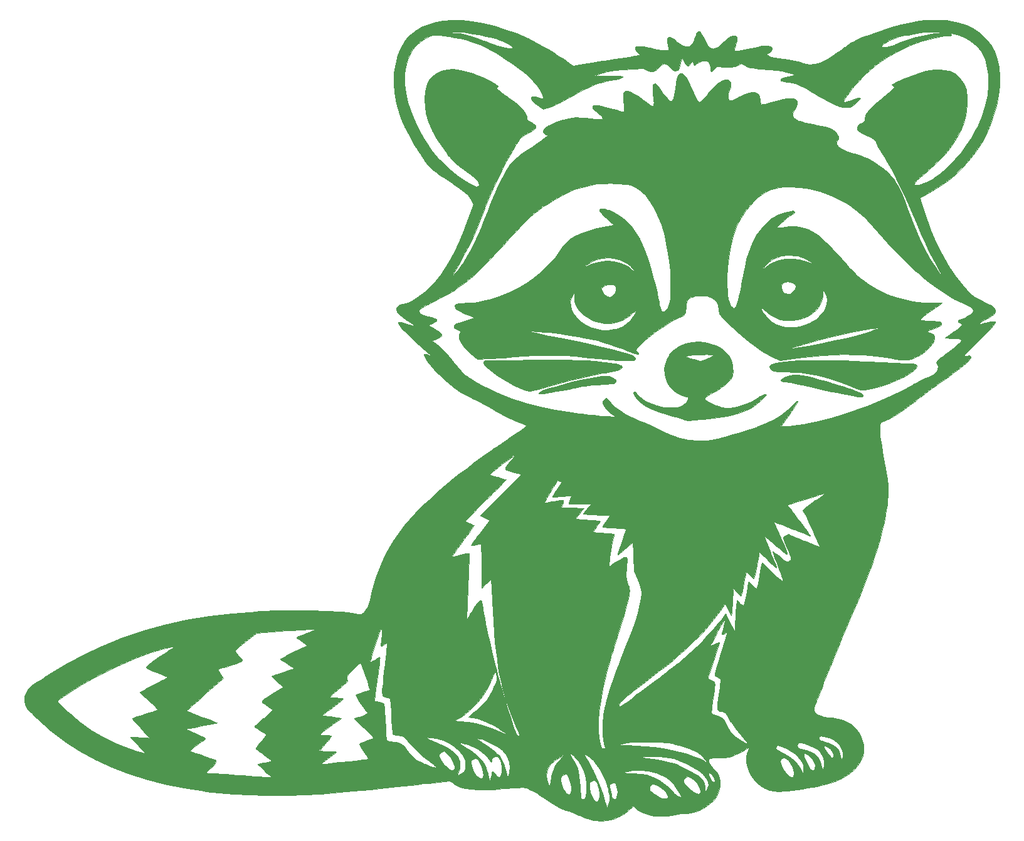
<source format=gbr>
%TF.GenerationSoftware,KiCad,Pcbnew,9.0.6*%
%TF.CreationDate,2025-12-13T06:32:16+01:00*%
%TF.ProjectId,Rocket,526f636b-6574-42e6-9b69-6361645f7063,rev?*%
%TF.SameCoordinates,Original*%
%TF.FileFunction,Legend,Top*%
%TF.FilePolarity,Positive*%
%FSLAX46Y46*%
G04 Gerber Fmt 4.6, Leading zero omitted, Abs format (unit mm)*
G04 Created by KiCad (PCBNEW 9.0.6) date 2025-12-13 06:32:16*
%MOMM*%
%LPD*%
G01*
G04 APERTURE LIST*
%ADD10C,0.150000*%
%ADD11C,0.120000*%
%ADD12C,0.010000*%
G04 APERTURE END LIST*
D10*
X144431905Y-74494819D02*
X144431905Y-73494819D01*
X144431905Y-73494819D02*
X144670000Y-73494819D01*
X144670000Y-73494819D02*
X144812857Y-73542438D01*
X144812857Y-73542438D02*
X144908095Y-73637676D01*
X144908095Y-73637676D02*
X144955714Y-73732914D01*
X144955714Y-73732914D02*
X145003333Y-73923390D01*
X145003333Y-73923390D02*
X145003333Y-74066247D01*
X145003333Y-74066247D02*
X144955714Y-74256723D01*
X144955714Y-74256723D02*
X144908095Y-74351961D01*
X144908095Y-74351961D02*
X144812857Y-74447200D01*
X144812857Y-74447200D02*
X144670000Y-74494819D01*
X144670000Y-74494819D02*
X144431905Y-74494819D01*
X145384286Y-73590057D02*
X145431905Y-73542438D01*
X145431905Y-73542438D02*
X145527143Y-73494819D01*
X145527143Y-73494819D02*
X145765238Y-73494819D01*
X145765238Y-73494819D02*
X145860476Y-73542438D01*
X145860476Y-73542438D02*
X145908095Y-73590057D01*
X145908095Y-73590057D02*
X145955714Y-73685295D01*
X145955714Y-73685295D02*
X145955714Y-73780533D01*
X145955714Y-73780533D02*
X145908095Y-73923390D01*
X145908095Y-73923390D02*
X145336667Y-74494819D01*
X145336667Y-74494819D02*
X145955714Y-74494819D01*
X168991905Y-74494819D02*
X168991905Y-73494819D01*
X168991905Y-73494819D02*
X169230000Y-73494819D01*
X169230000Y-73494819D02*
X169372857Y-73542438D01*
X169372857Y-73542438D02*
X169468095Y-73637676D01*
X169468095Y-73637676D02*
X169515714Y-73732914D01*
X169515714Y-73732914D02*
X169563333Y-73923390D01*
X169563333Y-73923390D02*
X169563333Y-74066247D01*
X169563333Y-74066247D02*
X169515714Y-74256723D01*
X169515714Y-74256723D02*
X169468095Y-74351961D01*
X169468095Y-74351961D02*
X169372857Y-74447200D01*
X169372857Y-74447200D02*
X169230000Y-74494819D01*
X169230000Y-74494819D02*
X168991905Y-74494819D01*
X170515714Y-74494819D02*
X169944286Y-74494819D01*
X170230000Y-74494819D02*
X170230000Y-73494819D01*
X170230000Y-73494819D02*
X170134762Y-73637676D01*
X170134762Y-73637676D02*
X170039524Y-73732914D01*
X170039524Y-73732914D02*
X169944286Y-73780533D01*
D11*
%TO.C,D2*%
X143610000Y-75764000D02*
X143610000Y-75920000D01*
X143610000Y-78080000D02*
X143610000Y-78236000D01*
X143610000Y-75764484D02*
G75*
G02*
X146842335Y-75921392I1560000J-1235516D01*
G01*
X144129039Y-75920000D02*
G75*
G02*
X146211130Y-75920163I1040961J-1080000D01*
G01*
X146211130Y-78079837D02*
G75*
G02*
X144129039Y-78080000I-1041130J1079837D01*
G01*
X146842335Y-78078608D02*
G75*
G02*
X143610000Y-78235516I-1672335J1078608D01*
G01*
%TO.C,D1*%
X168170000Y-75764000D02*
X168170000Y-75920000D01*
X168170000Y-78080000D02*
X168170000Y-78236000D01*
X168170000Y-75764484D02*
G75*
G02*
X171402335Y-75921392I1560000J-1235516D01*
G01*
X168689039Y-75920000D02*
G75*
G02*
X170771130Y-75920163I1040961J-1080000D01*
G01*
X170771130Y-78079837D02*
G75*
G02*
X168689039Y-78080000I-1041130J1079837D01*
G01*
X171402335Y-78078608D02*
G75*
G02*
X168170000Y-78235516I-1672335J1078608D01*
G01*
D12*
%TO.C,G\u002A\u002A\u002A*%
X145299281Y-88626548D02*
X145491674Y-88683805D01*
X145691446Y-88767290D01*
X146041992Y-88958198D01*
X146234252Y-89148601D01*
X146264053Y-89333260D01*
X146214586Y-89424495D01*
X146151155Y-89489202D01*
X146062220Y-89542121D01*
X145927568Y-89586251D01*
X145726986Y-89624589D01*
X145440261Y-89660135D01*
X145047180Y-89695886D01*
X144527530Y-89734841D01*
X143861099Y-89779998D01*
X143783700Y-89785096D01*
X143155910Y-89831163D01*
X142577879Y-89882702D01*
X142078617Y-89936548D01*
X141687131Y-89989535D01*
X141432431Y-90038498D01*
X141413033Y-90043781D01*
X141042325Y-90138440D01*
X140641309Y-90224094D01*
X140481700Y-90252555D01*
X140261023Y-90289871D01*
X139905464Y-90351912D01*
X139446732Y-90433056D01*
X138916536Y-90527684D01*
X138346586Y-90630177D01*
X138122884Y-90670613D01*
X137439688Y-90793384D01*
X136905266Y-90886291D01*
X136501993Y-90950862D01*
X136212245Y-90988619D01*
X136018397Y-91001088D01*
X135902824Y-90989794D01*
X135847901Y-90956261D01*
X135836004Y-90902015D01*
X135840592Y-90868069D01*
X135907863Y-90792053D01*
X136089744Y-90693461D01*
X136394274Y-90569522D01*
X136829488Y-90417460D01*
X137403425Y-90234501D01*
X138124121Y-90017873D01*
X138999612Y-89764800D01*
X139211700Y-89704551D01*
X140418671Y-89377409D01*
X141507614Y-89115212D01*
X142513728Y-88910824D01*
X143472210Y-88757108D01*
X144418259Y-88646928D01*
X144437113Y-88645137D01*
X144823709Y-88612250D01*
X145093862Y-88604375D01*
X145299281Y-88626548D01*
G36*
X145299281Y-88626548D02*
G01*
X145491674Y-88683805D01*
X145691446Y-88767290D01*
X146041992Y-88958198D01*
X146234252Y-89148601D01*
X146264053Y-89333260D01*
X146214586Y-89424495D01*
X146151155Y-89489202D01*
X146062220Y-89542121D01*
X145927568Y-89586251D01*
X145726986Y-89624589D01*
X145440261Y-89660135D01*
X145047180Y-89695886D01*
X144527530Y-89734841D01*
X143861099Y-89779998D01*
X143783700Y-89785096D01*
X143155910Y-89831163D01*
X142577879Y-89882702D01*
X142078617Y-89936548D01*
X141687131Y-89989535D01*
X141432431Y-90038498D01*
X141413033Y-90043781D01*
X141042325Y-90138440D01*
X140641309Y-90224094D01*
X140481700Y-90252555D01*
X140261023Y-90289871D01*
X139905464Y-90351912D01*
X139446732Y-90433056D01*
X138916536Y-90527684D01*
X138346586Y-90630177D01*
X138122884Y-90670613D01*
X137439688Y-90793384D01*
X136905266Y-90886291D01*
X136501993Y-90950862D01*
X136212245Y-90988619D01*
X136018397Y-91001088D01*
X135902824Y-90989794D01*
X135847901Y-90956261D01*
X135836004Y-90902015D01*
X135840592Y-90868069D01*
X135907863Y-90792053D01*
X136089744Y-90693461D01*
X136394274Y-90569522D01*
X136829488Y-90417460D01*
X137403425Y-90234501D01*
X138124121Y-90017873D01*
X138999612Y-89764800D01*
X139211700Y-89704551D01*
X140418671Y-89377409D01*
X141507614Y-89115212D01*
X142513728Y-88910824D01*
X143472210Y-88757108D01*
X144418259Y-88646928D01*
X144437113Y-88645137D01*
X144823709Y-88612250D01*
X145093862Y-88604375D01*
X145299281Y-88626548D01*
G37*
X171422558Y-88506156D02*
X171971627Y-88589663D01*
X172020033Y-88599635D01*
X172337849Y-88674857D01*
X172771315Y-88788731D01*
X173274682Y-88928671D01*
X173802204Y-89082094D01*
X174094367Y-89170205D01*
X174606842Y-89325952D01*
X175112343Y-89477679D01*
X175567814Y-89612596D01*
X175930195Y-89717910D01*
X176084033Y-89761294D01*
X176820885Y-89974748D01*
X177510567Y-90193817D01*
X178134734Y-90411257D01*
X178675041Y-90619828D01*
X179113144Y-90812288D01*
X179430698Y-90981395D01*
X179609357Y-91119907D01*
X179637399Y-91163998D01*
X179622117Y-91313145D01*
X179482143Y-91411620D01*
X179343700Y-91429432D01*
X179220946Y-91413810D01*
X178962141Y-91373539D01*
X178597947Y-91313634D01*
X178159030Y-91239109D01*
X177819700Y-91180219D01*
X177381535Y-91098757D01*
X176812455Y-90985676D01*
X176146378Y-90848123D01*
X175417226Y-90693244D01*
X174658920Y-90528187D01*
X173905378Y-90360096D01*
X173628700Y-90297225D01*
X172900836Y-90133315D01*
X172168709Y-89972836D01*
X171463380Y-89822282D01*
X170815908Y-89688145D01*
X170257352Y-89576917D01*
X169818771Y-89495089D01*
X169670533Y-89469865D01*
X169250801Y-89397633D01*
X168898337Y-89329140D01*
X168643200Y-89270835D01*
X168515448Y-89229168D01*
X168506367Y-89220106D01*
X168575884Y-89116101D01*
X168755345Y-88969921D01*
X169001114Y-88810714D01*
X169269554Y-88667625D01*
X169443514Y-88594136D01*
X169810898Y-88508638D01*
X170294798Y-88465542D01*
X170847817Y-88464749D01*
X171422558Y-88506156D01*
G36*
X171422558Y-88506156D02*
G01*
X171971627Y-88589663D01*
X172020033Y-88599635D01*
X172337849Y-88674857D01*
X172771315Y-88788731D01*
X173274682Y-88928671D01*
X173802204Y-89082094D01*
X174094367Y-89170205D01*
X174606842Y-89325952D01*
X175112343Y-89477679D01*
X175567814Y-89612596D01*
X175930195Y-89717910D01*
X176084033Y-89761294D01*
X176820885Y-89974748D01*
X177510567Y-90193817D01*
X178134734Y-90411257D01*
X178675041Y-90619828D01*
X179113144Y-90812288D01*
X179430698Y-90981395D01*
X179609357Y-91119907D01*
X179637399Y-91163998D01*
X179622117Y-91313145D01*
X179482143Y-91411620D01*
X179343700Y-91429432D01*
X179220946Y-91413810D01*
X178962141Y-91373539D01*
X178597947Y-91313634D01*
X178159030Y-91239109D01*
X177819700Y-91180219D01*
X177381535Y-91098757D01*
X176812455Y-90985676D01*
X176146378Y-90848123D01*
X175417226Y-90693244D01*
X174658920Y-90528187D01*
X173905378Y-90360096D01*
X173628700Y-90297225D01*
X172900836Y-90133315D01*
X172168709Y-89972836D01*
X171463380Y-89822282D01*
X170815908Y-89688145D01*
X170257352Y-89576917D01*
X169818771Y-89495089D01*
X169670533Y-89469865D01*
X169250801Y-89397633D01*
X168898337Y-89329140D01*
X168643200Y-89270835D01*
X168515448Y-89229168D01*
X168506367Y-89220106D01*
X168575884Y-89116101D01*
X168755345Y-88969921D01*
X169001114Y-88810714D01*
X169269554Y-88667625D01*
X169443514Y-88594136D01*
X169810898Y-88508638D01*
X170294798Y-88465542D01*
X170847817Y-88464749D01*
X171422558Y-88506156D01*
G37*
X175722509Y-86472351D02*
X177072876Y-86507097D01*
X178460777Y-86561741D01*
X179873109Y-86636641D01*
X180080134Y-86649266D01*
X180828092Y-86692859D01*
X181681692Y-86738012D01*
X182577304Y-86781654D01*
X183451300Y-86820711D01*
X184240051Y-86852111D01*
X184398134Y-86857768D01*
X184996069Y-86880654D01*
X185543109Y-86905442D01*
X186014890Y-86930719D01*
X186387052Y-86955071D01*
X186635231Y-86977087D01*
X186730867Y-86993049D01*
X186850743Y-87125388D01*
X186879033Y-87289863D01*
X186800731Y-87527947D01*
X186564607Y-87799285D01*
X186168830Y-88105328D01*
X185611573Y-88447525D01*
X185026173Y-88759503D01*
X184053692Y-89217753D01*
X183061592Y-89621054D01*
X182083153Y-89958538D01*
X181151652Y-90219340D01*
X180300368Y-90392594D01*
X179851700Y-90449123D01*
X179638121Y-90464952D01*
X179453702Y-90463321D01*
X179265420Y-90435881D01*
X179040255Y-90374277D01*
X178745186Y-90270159D01*
X178347193Y-90115175D01*
X178031367Y-89988711D01*
X176677080Y-89466001D01*
X175436036Y-89035112D01*
X174283064Y-88690314D01*
X173192996Y-88425879D01*
X172140662Y-88236078D01*
X171100892Y-88115180D01*
X170048517Y-88057458D01*
X169516282Y-88050499D01*
X168902790Y-88045901D01*
X168432260Y-88031340D01*
X168078515Y-88004966D01*
X167815379Y-87964927D01*
X167641008Y-87917957D01*
X167278481Y-87753213D01*
X167066716Y-87566248D01*
X167009177Y-87371516D01*
X167109331Y-87183471D01*
X167370642Y-87016567D01*
X167419915Y-86995857D01*
X167842925Y-86867663D01*
X168421380Y-86756139D01*
X169142178Y-86661643D01*
X169992219Y-86584534D01*
X170958400Y-86525172D01*
X172027621Y-86483913D01*
X173186780Y-86461118D01*
X174422777Y-86457144D01*
X175722509Y-86472351D01*
G36*
X175722509Y-86472351D02*
G01*
X177072876Y-86507097D01*
X178460777Y-86561741D01*
X179873109Y-86636641D01*
X180080134Y-86649266D01*
X180828092Y-86692859D01*
X181681692Y-86738012D01*
X182577304Y-86781654D01*
X183451300Y-86820711D01*
X184240051Y-86852111D01*
X184398134Y-86857768D01*
X184996069Y-86880654D01*
X185543109Y-86905442D01*
X186014890Y-86930719D01*
X186387052Y-86955071D01*
X186635231Y-86977087D01*
X186730867Y-86993049D01*
X186850743Y-87125388D01*
X186879033Y-87289863D01*
X186800731Y-87527947D01*
X186564607Y-87799285D01*
X186168830Y-88105328D01*
X185611573Y-88447525D01*
X185026173Y-88759503D01*
X184053692Y-89217753D01*
X183061592Y-89621054D01*
X182083153Y-89958538D01*
X181151652Y-90219340D01*
X180300368Y-90392594D01*
X179851700Y-90449123D01*
X179638121Y-90464952D01*
X179453702Y-90463321D01*
X179265420Y-90435881D01*
X179040255Y-90374277D01*
X178745186Y-90270159D01*
X178347193Y-90115175D01*
X178031367Y-89988711D01*
X176677080Y-89466001D01*
X175436036Y-89035112D01*
X174283064Y-88690314D01*
X173192996Y-88425879D01*
X172140662Y-88236078D01*
X171100892Y-88115180D01*
X170048517Y-88057458D01*
X169516282Y-88050499D01*
X168902790Y-88045901D01*
X168432260Y-88031340D01*
X168078515Y-88004966D01*
X167815379Y-87964927D01*
X167641008Y-87917957D01*
X167278481Y-87753213D01*
X167066716Y-87566248D01*
X167009177Y-87371516D01*
X167109331Y-87183471D01*
X167370642Y-87016567D01*
X167419915Y-86995857D01*
X167842925Y-86867663D01*
X168421380Y-86756139D01*
X169142178Y-86661643D01*
X169992219Y-86584534D01*
X170958400Y-86525172D01*
X172027621Y-86483913D01*
X173186780Y-86461118D01*
X174422777Y-86457144D01*
X175722509Y-86472351D01*
G37*
X138646126Y-86443148D02*
X139443568Y-86444638D01*
X140128721Y-86447753D01*
X140715848Y-86452839D01*
X141219209Y-86460243D01*
X141653066Y-86470311D01*
X142031679Y-86483387D01*
X142369310Y-86499818D01*
X142680221Y-86519951D01*
X142978672Y-86544129D01*
X143278925Y-86572700D01*
X143595241Y-86606009D01*
X143941882Y-86644403D01*
X144019275Y-86653077D01*
X144792213Y-86741544D01*
X145414644Y-86817596D01*
X145904651Y-86884644D01*
X146280321Y-86946095D01*
X146559736Y-87005359D01*
X146760983Y-87065843D01*
X146902145Y-87130957D01*
X147001307Y-87204109D01*
X147015497Y-87217797D01*
X147127330Y-87350045D01*
X147118479Y-87449308D01*
X147046200Y-87538869D01*
X146926404Y-87631242D01*
X146727136Y-87722327D01*
X146432143Y-87816423D01*
X146025174Y-87917829D01*
X145489979Y-88030842D01*
X144810305Y-88159762D01*
X144461033Y-88222680D01*
X143001049Y-88501887D01*
X141533750Y-88822889D01*
X140024686Y-89194237D01*
X138439402Y-89624482D01*
X136743446Y-90122175D01*
X136460033Y-90208480D01*
X135872639Y-90383465D01*
X135413447Y-90506934D01*
X135051142Y-90584178D01*
X134754405Y-90620487D01*
X134491919Y-90621153D01*
X134232368Y-90591466D01*
X134212375Y-90588201D01*
X133890119Y-90497632D01*
X133445588Y-90315984D01*
X132894127Y-90050836D01*
X132251084Y-89709771D01*
X131531804Y-89300370D01*
X131168367Y-89084453D01*
X130353869Y-88576823D01*
X129675498Y-88116786D01*
X129136109Y-87707156D01*
X128738559Y-87350750D01*
X128485704Y-87050382D01*
X128380398Y-86808868D01*
X128425498Y-86629023D01*
X128576718Y-86529542D01*
X128693438Y-86516808D01*
X128967305Y-86504627D01*
X129386129Y-86493148D01*
X129937725Y-86482522D01*
X130609904Y-86472898D01*
X131390480Y-86464428D01*
X132267264Y-86457260D01*
X133228070Y-86451547D01*
X134260711Y-86447436D01*
X135352998Y-86445080D01*
X135437459Y-86444978D01*
X136657333Y-86443664D01*
X137722135Y-86442939D01*
X138646126Y-86443148D01*
G36*
X138646126Y-86443148D02*
G01*
X139443568Y-86444638D01*
X140128721Y-86447753D01*
X140715848Y-86452839D01*
X141219209Y-86460243D01*
X141653066Y-86470311D01*
X142031679Y-86483387D01*
X142369310Y-86499818D01*
X142680221Y-86519951D01*
X142978672Y-86544129D01*
X143278925Y-86572700D01*
X143595241Y-86606009D01*
X143941882Y-86644403D01*
X144019275Y-86653077D01*
X144792213Y-86741544D01*
X145414644Y-86817596D01*
X145904651Y-86884644D01*
X146280321Y-86946095D01*
X146559736Y-87005359D01*
X146760983Y-87065843D01*
X146902145Y-87130957D01*
X147001307Y-87204109D01*
X147015497Y-87217797D01*
X147127330Y-87350045D01*
X147118479Y-87449308D01*
X147046200Y-87538869D01*
X146926404Y-87631242D01*
X146727136Y-87722327D01*
X146432143Y-87816423D01*
X146025174Y-87917829D01*
X145489979Y-88030842D01*
X144810305Y-88159762D01*
X144461033Y-88222680D01*
X143001049Y-88501887D01*
X141533750Y-88822889D01*
X140024686Y-89194237D01*
X138439402Y-89624482D01*
X136743446Y-90122175D01*
X136460033Y-90208480D01*
X135872639Y-90383465D01*
X135413447Y-90506934D01*
X135051142Y-90584178D01*
X134754405Y-90620487D01*
X134491919Y-90621153D01*
X134232368Y-90591466D01*
X134212375Y-90588201D01*
X133890119Y-90497632D01*
X133445588Y-90315984D01*
X132894127Y-90050836D01*
X132251084Y-89709771D01*
X131531804Y-89300370D01*
X131168367Y-89084453D01*
X130353869Y-88576823D01*
X129675498Y-88116786D01*
X129136109Y-87707156D01*
X128738559Y-87350750D01*
X128485704Y-87050382D01*
X128380398Y-86808868D01*
X128425498Y-86629023D01*
X128576718Y-86529542D01*
X128693438Y-86516808D01*
X128967305Y-86504627D01*
X129386129Y-86493148D01*
X129937725Y-86482522D01*
X130609904Y-86472898D01*
X131390480Y-86464428D01*
X132267264Y-86457260D01*
X133228070Y-86451547D01*
X134260711Y-86447436D01*
X135352998Y-86445080D01*
X135437459Y-86444978D01*
X136657333Y-86443664D01*
X137722135Y-86442939D01*
X138646126Y-86443148D01*
G37*
X158316247Y-84061005D02*
X159172625Y-84259190D01*
X159971763Y-84574397D01*
X160684793Y-85003003D01*
X161024101Y-85280542D01*
X161511658Y-85830697D01*
X161844940Y-86450305D01*
X162025577Y-87142860D01*
X162058503Y-87501344D01*
X162063689Y-88026049D01*
X162015541Y-88434004D01*
X161895216Y-88774241D01*
X161683870Y-89095793D01*
X161362658Y-89447695D01*
X161278467Y-89531032D01*
X160918891Y-89857180D01*
X160530029Y-90152157D01*
X160065608Y-90448627D01*
X159615092Y-90705249D01*
X159092914Y-90995974D01*
X158708957Y-91222917D01*
X158450911Y-91399843D01*
X158306464Y-91540516D01*
X158263303Y-91658700D01*
X158309117Y-91768160D01*
X158431595Y-91882660D01*
X158510062Y-91940652D01*
X158717997Y-92061738D01*
X159039042Y-92218463D01*
X159426307Y-92391016D01*
X159832905Y-92559586D01*
X160211946Y-92704364D01*
X160516543Y-92805538D01*
X160620700Y-92832403D01*
X161055397Y-92884792D01*
X161587193Y-92887330D01*
X162152488Y-92843549D01*
X162687681Y-92756979D01*
X162898283Y-92705957D01*
X163689511Y-92436959D01*
X164533562Y-92055922D01*
X165381090Y-91585843D01*
X165614196Y-91440181D01*
X166027705Y-91196275D01*
X166323740Y-91070165D01*
X166501206Y-91062163D01*
X166559033Y-91169246D01*
X166501188Y-91256266D01*
X166345178Y-91429928D01*
X166117287Y-91662042D01*
X165933978Y-91839547D01*
X165335842Y-92352063D01*
X164683350Y-92798734D01*
X163961614Y-93184447D01*
X163155747Y-93514088D01*
X162250860Y-93792545D01*
X161232068Y-94024705D01*
X160084481Y-94215454D01*
X158793213Y-94369680D01*
X158007700Y-94441426D01*
X157492487Y-94484230D01*
X157019986Y-94523758D01*
X156622395Y-94557295D01*
X156331909Y-94582126D01*
X156187367Y-94594909D01*
X155991555Y-94580192D01*
X155690573Y-94520298D01*
X155338802Y-94426771D01*
X155213700Y-94388212D01*
X154877417Y-94284168D01*
X154425849Y-94149632D01*
X153907078Y-93998666D01*
X153369184Y-93845335D01*
X153097033Y-93769100D01*
X152046759Y-93446627D01*
X151156672Y-93106968D01*
X150418132Y-92746020D01*
X149822498Y-92359678D01*
X149450756Y-92037269D01*
X149141776Y-91699927D01*
X148898101Y-91378147D01*
X148733998Y-91096670D01*
X148663733Y-90880234D01*
X148701571Y-90753580D01*
X148707953Y-90749144D01*
X148818854Y-90691291D01*
X148904277Y-90710034D01*
X149009267Y-90830173D01*
X149104719Y-90967598D01*
X149428856Y-91333809D01*
X149888809Y-91699238D01*
X150452022Y-92045096D01*
X151085939Y-92352593D01*
X151758002Y-92602941D01*
X152115743Y-92705320D01*
X152673345Y-92810826D01*
X153288188Y-92866751D01*
X153903958Y-92872298D01*
X154464342Y-92826672D01*
X154864711Y-92744222D01*
X155250707Y-92578546D01*
X155603613Y-92336350D01*
X155880412Y-92054033D01*
X156038088Y-91767991D01*
X156044230Y-91746184D01*
X156112414Y-91483050D01*
X155523347Y-91333455D01*
X154782212Y-91063225D01*
X154139858Y-90660675D01*
X153608001Y-90138720D01*
X153198354Y-89510275D01*
X152922634Y-88788255D01*
X152834330Y-88368995D01*
X152801661Y-87628650D01*
X152925218Y-86901328D01*
X153192244Y-86210908D01*
X153356095Y-85951522D01*
X155684650Y-85951522D01*
X155893675Y-86059891D01*
X156077085Y-86130578D01*
X156367865Y-86216938D01*
X156707276Y-86301737D01*
X156752313Y-86311837D01*
X157082023Y-86393821D01*
X157359277Y-86479184D01*
X157531581Y-86551449D01*
X157546440Y-86561086D01*
X157638631Y-86600464D01*
X157772604Y-86593202D01*
X157980795Y-86531331D01*
X158295644Y-86406883D01*
X158463160Y-86335893D01*
X158806149Y-86182707D01*
X159097292Y-86041222D01*
X159296024Y-85931732D01*
X159353246Y-85890611D01*
X159405907Y-85811532D01*
X159339566Y-85759688D01*
X159157863Y-85717424D01*
X158916839Y-85694154D01*
X158552272Y-85685366D01*
X158104889Y-85689347D01*
X157615421Y-85704386D01*
X157124599Y-85728771D01*
X156673152Y-85760791D01*
X156301811Y-85798735D01*
X156051304Y-85840891D01*
X156020675Y-85849252D01*
X155684650Y-85951522D01*
X153356095Y-85951522D01*
X153589980Y-85581268D01*
X154105669Y-85036286D01*
X154726551Y-84599840D01*
X154895688Y-84510990D01*
X155692349Y-84204835D01*
X156547241Y-84030202D01*
X157431496Y-83983467D01*
X158316247Y-84061005D01*
G36*
X158316247Y-84061005D02*
G01*
X159172625Y-84259190D01*
X159971763Y-84574397D01*
X160684793Y-85003003D01*
X161024101Y-85280542D01*
X161511658Y-85830697D01*
X161844940Y-86450305D01*
X162025577Y-87142860D01*
X162058503Y-87501344D01*
X162063689Y-88026049D01*
X162015541Y-88434004D01*
X161895216Y-88774241D01*
X161683870Y-89095793D01*
X161362658Y-89447695D01*
X161278467Y-89531032D01*
X160918891Y-89857180D01*
X160530029Y-90152157D01*
X160065608Y-90448627D01*
X159615092Y-90705249D01*
X159092914Y-90995974D01*
X158708957Y-91222917D01*
X158450911Y-91399843D01*
X158306464Y-91540516D01*
X158263303Y-91658700D01*
X158309117Y-91768160D01*
X158431595Y-91882660D01*
X158510062Y-91940652D01*
X158717997Y-92061738D01*
X159039042Y-92218463D01*
X159426307Y-92391016D01*
X159832905Y-92559586D01*
X160211946Y-92704364D01*
X160516543Y-92805538D01*
X160620700Y-92832403D01*
X161055397Y-92884792D01*
X161587193Y-92887330D01*
X162152488Y-92843549D01*
X162687681Y-92756979D01*
X162898283Y-92705957D01*
X163689511Y-92436959D01*
X164533562Y-92055922D01*
X165381090Y-91585843D01*
X165614196Y-91440181D01*
X166027705Y-91196275D01*
X166323740Y-91070165D01*
X166501206Y-91062163D01*
X166559033Y-91169246D01*
X166501188Y-91256266D01*
X166345178Y-91429928D01*
X166117287Y-91662042D01*
X165933978Y-91839547D01*
X165335842Y-92352063D01*
X164683350Y-92798734D01*
X163961614Y-93184447D01*
X163155747Y-93514088D01*
X162250860Y-93792545D01*
X161232068Y-94024705D01*
X160084481Y-94215454D01*
X158793213Y-94369680D01*
X158007700Y-94441426D01*
X157492487Y-94484230D01*
X157019986Y-94523758D01*
X156622395Y-94557295D01*
X156331909Y-94582126D01*
X156187367Y-94594909D01*
X155991555Y-94580192D01*
X155690573Y-94520298D01*
X155338802Y-94426771D01*
X155213700Y-94388212D01*
X154877417Y-94284168D01*
X154425849Y-94149632D01*
X153907078Y-93998666D01*
X153369184Y-93845335D01*
X153097033Y-93769100D01*
X152046759Y-93446627D01*
X151156672Y-93106968D01*
X150418132Y-92746020D01*
X149822498Y-92359678D01*
X149450756Y-92037269D01*
X149141776Y-91699927D01*
X148898101Y-91378147D01*
X148733998Y-91096670D01*
X148663733Y-90880234D01*
X148701571Y-90753580D01*
X148707953Y-90749144D01*
X148818854Y-90691291D01*
X148904277Y-90710034D01*
X149009267Y-90830173D01*
X149104719Y-90967598D01*
X149428856Y-91333809D01*
X149888809Y-91699238D01*
X150452022Y-92045096D01*
X151085939Y-92352593D01*
X151758002Y-92602941D01*
X152115743Y-92705320D01*
X152673345Y-92810826D01*
X153288188Y-92866751D01*
X153903958Y-92872298D01*
X154464342Y-92826672D01*
X154864711Y-92744222D01*
X155250707Y-92578546D01*
X155603613Y-92336350D01*
X155880412Y-92054033D01*
X156038088Y-91767991D01*
X156044230Y-91746184D01*
X156112414Y-91483050D01*
X155523347Y-91333455D01*
X154782212Y-91063225D01*
X154139858Y-90660675D01*
X153608001Y-90138720D01*
X153198354Y-89510275D01*
X152922634Y-88788255D01*
X152834330Y-88368995D01*
X152801661Y-87628650D01*
X152925218Y-86901328D01*
X153192244Y-86210908D01*
X153356095Y-85951522D01*
X155684650Y-85951522D01*
X155893675Y-86059891D01*
X156077085Y-86130578D01*
X156367865Y-86216938D01*
X156707276Y-86301737D01*
X156752313Y-86311837D01*
X157082023Y-86393821D01*
X157359277Y-86479184D01*
X157531581Y-86551449D01*
X157546440Y-86561086D01*
X157638631Y-86600464D01*
X157772604Y-86593202D01*
X157980795Y-86531331D01*
X158295644Y-86406883D01*
X158463160Y-86335893D01*
X158806149Y-86182707D01*
X159097292Y-86041222D01*
X159296024Y-85931732D01*
X159353246Y-85890611D01*
X159405907Y-85811532D01*
X159339566Y-85759688D01*
X159157863Y-85717424D01*
X158916839Y-85694154D01*
X158552272Y-85685366D01*
X158104889Y-85689347D01*
X157615421Y-85704386D01*
X157124599Y-85728771D01*
X156673152Y-85760791D01*
X156301811Y-85798735D01*
X156051304Y-85840891D01*
X156020675Y-85849252D01*
X155684650Y-85951522D01*
X153356095Y-85951522D01*
X153589980Y-85581268D01*
X154105669Y-85036286D01*
X154726551Y-84599840D01*
X154895688Y-84510990D01*
X155692349Y-84204835D01*
X156547241Y-84030202D01*
X157431496Y-83983467D01*
X158316247Y-84061005D01*
G37*
X190218374Y-40498190D02*
X190850439Y-40535629D01*
X191239367Y-40580967D01*
X192481520Y-40840268D01*
X193603858Y-41217209D01*
X194604924Y-41708332D01*
X195483265Y-42310181D01*
X196237425Y-43019298D01*
X196865950Y-43832227D01*
X197367385Y-44745510D01*
X197740274Y-45755691D01*
X197983164Y-46859311D01*
X198094599Y-48052915D01*
X198073124Y-49333045D01*
X197917285Y-50696244D01*
X197625627Y-52139056D01*
X197196695Y-53658022D01*
X196995684Y-54259421D01*
X196412920Y-55684123D01*
X195676048Y-57068987D01*
X194798407Y-58399391D01*
X193793334Y-59660714D01*
X192674169Y-60838334D01*
X191454250Y-61917628D01*
X190146913Y-62883975D01*
X188765498Y-63722754D01*
X188010598Y-64109277D01*
X187315842Y-64442644D01*
X187443505Y-64879822D01*
X188093197Y-66948309D01*
X188790154Y-68861493D01*
X189538803Y-70627894D01*
X190343573Y-72256034D01*
X191208891Y-73754436D01*
X192139187Y-75131621D01*
X193138887Y-76396110D01*
X193822256Y-77155558D01*
X194074818Y-77418861D01*
X194286992Y-77624485D01*
X194490615Y-77794083D01*
X194717523Y-77949308D01*
X194999553Y-78111812D01*
X195368544Y-78303249D01*
X195856331Y-78545271D01*
X195889912Y-78561795D01*
X196337310Y-78785329D01*
X196734265Y-78990119D01*
X197054611Y-79162146D01*
X197272182Y-79287393D01*
X197358597Y-79348648D01*
X197447820Y-79511930D01*
X197504456Y-79679219D01*
X197480522Y-79927500D01*
X197293825Y-80201325D01*
X196948317Y-80496576D01*
X196447952Y-80809139D01*
X196387788Y-80842145D01*
X196093366Y-81010388D01*
X195811943Y-81185672D01*
X195568052Y-81350305D01*
X195386228Y-81486597D01*
X195291002Y-81576858D01*
X195306909Y-81603397D01*
X195345700Y-81593580D01*
X195536541Y-81543466D01*
X195826694Y-81480613D01*
X196177916Y-81411760D01*
X196551960Y-81343644D01*
X196910581Y-81283002D01*
X197215534Y-81236573D01*
X197428574Y-81211093D01*
X197510759Y-81212171D01*
X197515675Y-81314727D01*
X197410830Y-81507192D01*
X197193162Y-81793090D01*
X196859608Y-82175943D01*
X196407107Y-82659274D01*
X195832596Y-83246607D01*
X195169949Y-83905155D01*
X194698357Y-84371951D01*
X194268124Y-84803583D01*
X193893624Y-85185173D01*
X193589234Y-85501844D01*
X193369329Y-85738718D01*
X193248283Y-85880916D01*
X193229033Y-85913892D01*
X193277109Y-85971921D01*
X193438936Y-85933983D01*
X193446212Y-85931238D01*
X193702267Y-85867908D01*
X193911878Y-85848667D01*
X194090107Y-85871895D01*
X194154440Y-85973544D01*
X194160367Y-86074846D01*
X194102650Y-86276988D01*
X193919232Y-86522930D01*
X193765249Y-86679616D01*
X193562460Y-86857176D01*
X193244247Y-87115089D01*
X192833611Y-87436185D01*
X192353559Y-87803294D01*
X191827093Y-88199245D01*
X191277218Y-88606868D01*
X190726938Y-89008991D01*
X190199257Y-89388446D01*
X189717179Y-89728060D01*
X189303709Y-90010665D01*
X189292033Y-90018464D01*
X188975003Y-90237985D01*
X188557573Y-90538766D01*
X188072046Y-90896879D01*
X187550721Y-91288395D01*
X187025899Y-91689385D01*
X186794367Y-91868748D01*
X186000363Y-92480704D01*
X185317608Y-92992528D01*
X184729523Y-93415139D01*
X184219526Y-93759459D01*
X183771037Y-94036411D01*
X183367475Y-94256915D01*
X182992260Y-94431893D01*
X182764922Y-94522935D01*
X182403258Y-94663405D01*
X182160214Y-94786697D01*
X182011694Y-94929875D01*
X181933606Y-95129999D01*
X181901854Y-95424132D01*
X181892345Y-95849335D01*
X181892139Y-95865448D01*
X181891593Y-96098842D01*
X181897998Y-96327050D01*
X181914144Y-96569023D01*
X181942820Y-96843711D01*
X181986816Y-97170064D01*
X182048920Y-97567032D01*
X182131922Y-98053565D01*
X182238610Y-98648613D01*
X182371774Y-99371127D01*
X182534202Y-100240056D01*
X182542512Y-100284333D01*
X182679465Y-101018656D01*
X182787427Y-101614111D01*
X182869813Y-102098034D01*
X182930036Y-102497761D01*
X182971511Y-102840627D01*
X182997651Y-103153970D01*
X183011870Y-103465123D01*
X183017582Y-103801425D01*
X183018332Y-104094333D01*
X183006264Y-104720538D01*
X182968114Y-105336562D01*
X182899489Y-105974437D01*
X182795997Y-106666198D01*
X182653245Y-107443877D01*
X182466841Y-108339508D01*
X182385602Y-108708667D01*
X182186315Y-109567352D01*
X181971792Y-110416194D01*
X181736992Y-111269273D01*
X181476873Y-112140666D01*
X181186393Y-113044451D01*
X180860510Y-113994708D01*
X180494182Y-115005513D01*
X180082368Y-116090946D01*
X179620025Y-117265086D01*
X179102112Y-118542009D01*
X178523587Y-119935796D01*
X177879409Y-121460523D01*
X177503883Y-122340000D01*
X176870784Y-123822786D01*
X176303995Y-125160571D01*
X175799767Y-126362514D01*
X175354351Y-127437775D01*
X174964001Y-128395516D01*
X174624968Y-129244895D01*
X174333503Y-129995072D01*
X174085860Y-130655209D01*
X173964043Y-130991439D01*
X173792939Y-131444687D01*
X173595889Y-131927091D01*
X173404617Y-132362294D01*
X173322901Y-132534597D01*
X173108483Y-133030520D01*
X173007972Y-133426821D01*
X173019015Y-133746991D01*
X173139261Y-134014524D01*
X173170509Y-134056607D01*
X173363771Y-134252856D01*
X173616247Y-134410646D01*
X173951276Y-134537378D01*
X174392199Y-134640452D01*
X174962356Y-134727270D01*
X175463271Y-134783592D01*
X176275847Y-134902166D01*
X176960815Y-135087942D01*
X177551519Y-135355501D01*
X178081301Y-135719424D01*
X178508575Y-136115369D01*
X179023384Y-136739211D01*
X179387667Y-137401233D01*
X179620229Y-138138894D01*
X179677518Y-138443926D01*
X179717876Y-139208951D01*
X179596905Y-139943511D01*
X179320824Y-140641635D01*
X178895857Y-141297356D01*
X178328223Y-141904703D01*
X177624146Y-142457708D01*
X176789847Y-142950402D01*
X175831547Y-143376816D01*
X174755468Y-143730980D01*
X173962569Y-143926861D01*
X173431727Y-144034202D01*
X172811656Y-144146875D01*
X172132099Y-144260644D01*
X171422803Y-144371272D01*
X170713511Y-144474519D01*
X170033969Y-144566150D01*
X169413921Y-144641926D01*
X168883113Y-144697609D01*
X168471290Y-144728962D01*
X168294700Y-144734333D01*
X167622225Y-144689016D01*
X167007288Y-144542380D01*
X166399744Y-144278403D01*
X165862918Y-143957217D01*
X165218481Y-143444714D01*
X164691426Y-142846043D01*
X164289556Y-142182042D01*
X164020674Y-141473550D01*
X163892581Y-140741405D01*
X163897199Y-140575826D01*
X168421700Y-140575826D01*
X168450244Y-140695699D01*
X168525257Y-140924551D01*
X168630809Y-141213946D01*
X168636218Y-141228129D01*
X168886770Y-141744015D01*
X169211224Y-142204405D01*
X169574064Y-142562408D01*
X169728849Y-142670647D01*
X169935797Y-142788639D01*
X170056829Y-142817697D01*
X170147704Y-142761630D01*
X170199320Y-142702791D01*
X170279042Y-142496073D01*
X170292676Y-142178759D01*
X170241940Y-141795416D01*
X170151344Y-141456534D01*
X170008558Y-141143245D01*
X169800569Y-140828357D01*
X169556774Y-140542649D01*
X169306573Y-140316903D01*
X169079363Y-140181897D01*
X168916831Y-140164009D01*
X168689308Y-140270800D01*
X168506094Y-140419338D01*
X168422459Y-140563653D01*
X168421700Y-140575826D01*
X163897199Y-140575826D01*
X163913080Y-140006446D01*
X164089973Y-139289511D01*
X164102607Y-139255710D01*
X164190531Y-139013459D01*
X164242862Y-138847736D01*
X164247254Y-138819054D01*
X167851301Y-138819054D01*
X167872676Y-138938792D01*
X167966511Y-139036885D01*
X168186055Y-139185161D01*
X168502098Y-139365434D01*
X168814331Y-139525138D01*
X169612821Y-139987945D01*
X170305944Y-140538904D01*
X170873585Y-141159216D01*
X171295626Y-141830084D01*
X171308204Y-141855667D01*
X171596700Y-142448333D01*
X171621996Y-141964715D01*
X171619600Y-141621833D01*
X171585342Y-141286044D01*
X171555468Y-141140090D01*
X171405424Y-140787566D01*
X171148533Y-140388730D01*
X170820660Y-139988410D01*
X170663543Y-139833898D01*
X171639033Y-139833898D01*
X171679175Y-139995615D01*
X171785888Y-140262146D01*
X171938605Y-140593114D01*
X172116757Y-140948143D01*
X172299778Y-141286855D01*
X172467100Y-141568874D01*
X172598154Y-141753823D01*
X172636562Y-141792167D01*
X172854542Y-141893950D01*
X173031268Y-141848940D01*
X173129549Y-141681219D01*
X173159603Y-141224424D01*
X173031843Y-140760549D01*
X172755544Y-140309982D01*
X172339980Y-139893113D01*
X172302389Y-139862930D01*
X171998948Y-139656776D01*
X171788129Y-139591714D01*
X171668987Y-139667702D01*
X171639033Y-139833898D01*
X170663543Y-139833898D01*
X170457669Y-139631439D01*
X170172578Y-139411498D01*
X169843968Y-139210923D01*
X169465005Y-139007949D01*
X169071164Y-138818273D01*
X168697921Y-138657591D01*
X168380752Y-138541598D01*
X168155132Y-138485990D01*
X168082744Y-138486877D01*
X167908640Y-138607827D01*
X167851301Y-138819054D01*
X164247254Y-138819054D01*
X164249857Y-138802059D01*
X164173456Y-138834760D01*
X163983176Y-138935486D01*
X163711318Y-139086786D01*
X163511033Y-139201179D01*
X163096459Y-139426508D01*
X162635137Y-139656208D01*
X162211025Y-139848934D01*
X162114033Y-139889167D01*
X161823495Y-140002378D01*
X161584824Y-140079091D01*
X161352000Y-140126378D01*
X161079008Y-140151312D01*
X160719829Y-140160967D01*
X160336033Y-140162442D01*
X159797866Y-140167621D01*
X159404783Y-140186216D01*
X159132755Y-140222994D01*
X158957756Y-140282725D01*
X158855755Y-140370176D01*
X158809927Y-140465302D01*
X158815565Y-140683684D01*
X158924103Y-140970288D01*
X159111405Y-141281379D01*
X159353332Y-141573216D01*
X159492999Y-141703085D01*
X159874909Y-142127578D01*
X160150846Y-142655614D01*
X160310625Y-143251096D01*
X160344058Y-143877931D01*
X160261238Y-144425416D01*
X159991314Y-145143876D01*
X159571028Y-145801277D01*
X159011772Y-146386656D01*
X158324938Y-146889050D01*
X157521916Y-147297497D01*
X157117887Y-147450394D01*
X156717440Y-147572232D01*
X156340455Y-147647900D01*
X155915763Y-147688885D01*
X155552367Y-147703080D01*
X155054174Y-147730378D01*
X154596964Y-147783014D01*
X154240165Y-147853843D01*
X154197700Y-147865982D01*
X153779285Y-147956815D01*
X153245996Y-148020154D01*
X152650292Y-148054451D01*
X152044632Y-148058158D01*
X151481476Y-148029728D01*
X151013283Y-147967613D01*
X150980367Y-147960904D01*
X150475713Y-147823047D01*
X149971487Y-147630195D01*
X149509789Y-147402972D01*
X149132721Y-147162001D01*
X148889150Y-146936521D01*
X148660868Y-146650423D01*
X148086959Y-147191820D01*
X147448595Y-147695668D01*
X146710188Y-148112515D01*
X145909125Y-148430091D01*
X145082789Y-148636121D01*
X144268566Y-148718334D01*
X143568636Y-148675042D01*
X143190277Y-148594211D01*
X142703322Y-148456732D01*
X142152576Y-148277663D01*
X141582844Y-148072064D01*
X141038930Y-147854996D01*
X140743360Y-147725398D01*
X140349210Y-147553957D01*
X139938743Y-147389617D01*
X139586790Y-147262025D01*
X139515693Y-147239024D01*
X139094992Y-147080929D01*
X138596712Y-146842677D01*
X138007675Y-146517001D01*
X137314704Y-146096636D01*
X136544700Y-145600720D01*
X136101121Y-145313770D01*
X135646396Y-145028231D01*
X135226479Y-144772417D01*
X134887323Y-144574642D01*
X134809033Y-144531315D01*
X134483378Y-144360609D01*
X134236277Y-144257947D01*
X134000026Y-144206038D01*
X133706919Y-144187591D01*
X133454367Y-144185354D01*
X133140729Y-144193596D01*
X132699318Y-144217142D01*
X132170725Y-144253217D01*
X131595541Y-144299043D01*
X131014358Y-144351844D01*
X130999033Y-144353333D01*
X129732913Y-144456951D01*
X128612697Y-144504979D01*
X127623776Y-144495768D01*
X126751541Y-144427669D01*
X125981383Y-144299034D01*
X125298695Y-144108212D01*
X124688866Y-143853555D01*
X124220736Y-143588148D01*
X123830373Y-143337653D01*
X121636203Y-143549409D01*
X121034770Y-143608645D01*
X120300965Y-143682856D01*
X119470712Y-143768296D01*
X118579935Y-143861220D01*
X117664555Y-143957882D01*
X116760499Y-144054537D01*
X115970700Y-144140118D01*
X114475908Y-144302284D01*
X113131538Y-144445688D01*
X111919891Y-144571799D01*
X110823269Y-144682086D01*
X109823973Y-144778017D01*
X108904304Y-144861061D01*
X108046564Y-144932687D01*
X107233054Y-144994363D01*
X106446075Y-145047558D01*
X105667929Y-145093741D01*
X104880917Y-145134379D01*
X104067341Y-145170943D01*
X103209501Y-145204900D01*
X103081803Y-145209643D01*
X101029388Y-145255907D01*
X98923900Y-145247562D01*
X96807979Y-145186405D01*
X94724268Y-145074233D01*
X92715408Y-144912843D01*
X90824041Y-144704032D01*
X90697700Y-144687758D01*
X87940734Y-144265202D01*
X85309987Y-143731001D01*
X82803814Y-143084522D01*
X80420564Y-142325132D01*
X78158591Y-141452198D01*
X76016246Y-140465086D01*
X73991882Y-139363164D01*
X72083850Y-138145798D01*
X70372769Y-136878052D01*
X70032625Y-136597131D01*
X69630027Y-136248159D01*
X69186558Y-135851506D01*
X68723801Y-135427542D01*
X68263341Y-134996636D01*
X67826761Y-134579160D01*
X67435644Y-134195483D01*
X67111574Y-133865975D01*
X66876134Y-133611007D01*
X66765609Y-133473678D01*
X66521647Y-132980303D01*
X66429467Y-132468321D01*
X70885700Y-132468321D01*
X70947676Y-132596253D01*
X71123932Y-132818610D01*
X71399959Y-133119876D01*
X71761246Y-133484535D01*
X72193285Y-133897072D01*
X72401252Y-134089021D01*
X73877615Y-135341290D01*
X75404035Y-136441286D01*
X76998178Y-137398980D01*
X78677713Y-138224345D01*
X80460307Y-138927352D01*
X81666545Y-139318607D01*
X82051622Y-139431206D01*
X82384255Y-139523514D01*
X82626870Y-139585422D01*
X82737857Y-139606822D01*
X82720681Y-139552254D01*
X82598513Y-139397165D01*
X82387356Y-139159498D01*
X82103213Y-138857198D01*
X81762089Y-138508207D01*
X81723033Y-138469000D01*
X81304069Y-138052763D01*
X81001620Y-137746235D01*
X80822887Y-137535286D01*
X80775068Y-137405782D01*
X80865365Y-137343593D01*
X81100975Y-137334588D01*
X81489099Y-137364635D01*
X82036937Y-137419602D01*
X82247205Y-137440152D01*
X82688258Y-137480642D01*
X82984649Y-137501910D01*
X83160026Y-137503306D01*
X83238039Y-137484178D01*
X83242337Y-137443877D01*
X83222517Y-137413323D01*
X83135742Y-137311180D01*
X82956853Y-137108330D01*
X82707832Y-136829194D01*
X82410655Y-136498191D01*
X82214608Y-136280866D01*
X88185010Y-136280866D01*
X88267306Y-136322882D01*
X88478236Y-136422246D01*
X88791935Y-136567002D01*
X89182536Y-136745193D01*
X89516625Y-136896397D01*
X89948560Y-137094586D01*
X90322620Y-137272577D01*
X90612987Y-137417567D01*
X90793844Y-137516758D01*
X90842166Y-137553624D01*
X90784355Y-137624045D01*
X90611093Y-137774412D01*
X90344939Y-137986550D01*
X90008451Y-138242285D01*
X89763426Y-138422755D01*
X89322761Y-138749856D01*
X89015889Y-138993193D01*
X88834100Y-139160469D01*
X88768682Y-139259389D01*
X88782959Y-139289890D01*
X88896918Y-139336141D01*
X89145345Y-139426290D01*
X89501917Y-139551139D01*
X89940306Y-139701492D01*
X90434188Y-139868151D01*
X90528635Y-139899735D01*
X91027944Y-140069380D01*
X91474395Y-140226581D01*
X91842170Y-140361799D01*
X92105454Y-140465494D01*
X92238429Y-140528128D01*
X92246819Y-140534585D01*
X92289359Y-140688784D01*
X92198990Y-140914524D01*
X91987351Y-141195148D01*
X91666082Y-141513997D01*
X91414808Y-141725273D01*
X91121299Y-141960064D01*
X90946631Y-142109327D01*
X90876978Y-142192763D01*
X90898512Y-142230074D01*
X90997408Y-142240960D01*
X91051986Y-142242258D01*
X91175729Y-142248718D01*
X91449132Y-142265539D01*
X91852925Y-142291424D01*
X92367836Y-142325073D01*
X92974596Y-142365190D01*
X93653933Y-142410475D01*
X94386576Y-142459630D01*
X95153255Y-142511357D01*
X95934698Y-142564359D01*
X96711635Y-142617335D01*
X97464795Y-142668990D01*
X98174907Y-142718023D01*
X98822700Y-142763137D01*
X99388904Y-142803034D01*
X99608867Y-142818719D01*
X99734557Y-142813332D01*
X99757033Y-142798852D01*
X99697233Y-142734956D01*
X99532644Y-142579547D01*
X99285484Y-142353108D01*
X98977973Y-142076121D01*
X98827203Y-141941669D01*
X98502657Y-141646847D01*
X98232852Y-141389702D01*
X98039028Y-141191447D01*
X97942429Y-141073298D01*
X97936326Y-141051938D01*
X98036963Y-141001031D01*
X98243374Y-140948141D01*
X98336990Y-140931357D01*
X98614024Y-140881380D01*
X98971249Y-140809198D01*
X99277773Y-140742394D01*
X99856845Y-140610982D01*
X98769773Y-139809589D01*
X98398581Y-139532517D01*
X98078329Y-139286954D01*
X98007983Y-139231000D01*
X106190096Y-139231000D01*
X107268971Y-139292093D01*
X107688546Y-139317196D01*
X108053282Y-139341517D01*
X108326267Y-139362420D01*
X108470585Y-139377272D01*
X108476273Y-139378275D01*
X108453443Y-139431747D01*
X108310154Y-139564379D01*
X108066071Y-139760260D01*
X107740858Y-140003475D01*
X107427041Y-140227348D01*
X107051684Y-140496137D01*
X106744855Y-140727912D01*
X106525251Y-140907517D01*
X106411566Y-141019796D01*
X106411041Y-141050998D01*
X106529854Y-141042201D01*
X106797213Y-141017302D01*
X107193301Y-140978308D01*
X107698301Y-140927224D01*
X108292397Y-140866054D01*
X108955770Y-140796805D01*
X109668606Y-140721481D01*
X109691607Y-140719036D01*
X110399373Y-140642957D01*
X111052723Y-140571144D01*
X111632849Y-140505784D01*
X112120947Y-140449066D01*
X112498208Y-140403176D01*
X112745827Y-140370303D01*
X112844997Y-140352635D01*
X112845833Y-140352088D01*
X112815282Y-140272376D01*
X112707074Y-140077998D01*
X112536917Y-139795561D01*
X112320517Y-139451670D01*
X112245760Y-139335605D01*
X112014726Y-138974031D01*
X111821258Y-138662071D01*
X111682213Y-138427612D01*
X111614448Y-138298544D01*
X111610535Y-138284721D01*
X111685929Y-138232158D01*
X111891386Y-138139740D01*
X112196025Y-138020248D01*
X112568965Y-137886467D01*
X112590624Y-137879024D01*
X112969069Y-137746496D01*
X113284087Y-137630925D01*
X113503794Y-137544384D01*
X113596303Y-137498944D01*
X113596985Y-137498024D01*
X113546034Y-137429424D01*
X113388645Y-137262539D01*
X113142132Y-137014662D01*
X112823814Y-136703086D01*
X112451006Y-136345103D01*
X112280152Y-136183000D01*
X111887666Y-135809900D01*
X111540223Y-135475746D01*
X111255584Y-135197942D01*
X111051513Y-134993891D01*
X110945772Y-134880997D01*
X110934956Y-134864981D01*
X111009950Y-134824093D01*
X111210025Y-134759775D01*
X111494829Y-134684717D01*
X111550843Y-134671313D01*
X111969835Y-134552575D01*
X112321222Y-134414906D01*
X112575241Y-134272900D01*
X112702131Y-134141151D01*
X112711033Y-134102405D01*
X112658844Y-133994300D01*
X112522681Y-133804527D01*
X112351200Y-133596670D01*
X112131806Y-133325566D01*
X111897384Y-133003604D01*
X111666408Y-132660624D01*
X111457351Y-132326467D01*
X111288687Y-132030974D01*
X111178889Y-131803983D01*
X111146430Y-131675336D01*
X111153165Y-131661473D01*
X111260915Y-131610352D01*
X111494816Y-131523779D01*
X111818701Y-131414539D01*
X112139533Y-131312856D01*
X112502263Y-131195681D01*
X112796370Y-131090461D01*
X112989346Y-131009516D01*
X113049700Y-130967913D01*
X113022984Y-130863536D01*
X112949362Y-130628918D01*
X112838623Y-130292341D01*
X112700556Y-129882091D01*
X112544951Y-129426452D01*
X112381597Y-128953711D01*
X112220283Y-128492151D01*
X112070798Y-128070058D01*
X111942931Y-127715716D01*
X111846471Y-127457410D01*
X111802933Y-127351850D01*
X113051948Y-127351850D01*
X113115137Y-127332591D01*
X113287126Y-127233291D01*
X113538488Y-127071723D01*
X113727033Y-126944120D01*
X114037645Y-126732995D01*
X114235475Y-126610080D01*
X114345649Y-126565327D01*
X114393296Y-126588689D01*
X114403541Y-126670117D01*
X114403532Y-126673603D01*
X114392332Y-126802581D01*
X114360933Y-127078006D01*
X114312018Y-127478547D01*
X114248272Y-127982871D01*
X114172377Y-128569646D01*
X114087017Y-129217538D01*
X114027673Y-129661751D01*
X113938939Y-130328506D01*
X113859181Y-130939713D01*
X113790846Y-131475669D01*
X113736381Y-131916675D01*
X113698233Y-132243030D01*
X113678848Y-132435031D01*
X113677733Y-132478922D01*
X113765708Y-132512307D01*
X113973257Y-132576345D01*
X114256481Y-132657526D01*
X114272958Y-132662103D01*
X114572878Y-132754689D01*
X114811833Y-132845651D01*
X114938246Y-132915347D01*
X114938432Y-132915532D01*
X114964572Y-133019356D01*
X114995774Y-133269069D01*
X115030532Y-133641355D01*
X115067339Y-134112896D01*
X115104687Y-134660377D01*
X115141071Y-135260480D01*
X115174985Y-135889889D01*
X115204920Y-136525286D01*
X115229372Y-137143356D01*
X115245508Y-137668032D01*
X115256255Y-137764578D01*
X115302463Y-137833616D01*
X115413892Y-137886969D01*
X115620300Y-137936461D01*
X115951447Y-137993917D01*
X116142652Y-138024501D01*
X116537549Y-138093916D01*
X116891156Y-138168275D01*
X117156292Y-138237013D01*
X117261937Y-138275135D01*
X117411079Y-138387070D01*
X117627225Y-138599420D01*
X117876040Y-138876936D01*
X118028005Y-139061667D01*
X118409295Y-139535700D01*
X118717344Y-139898446D01*
X118980651Y-140173976D01*
X119227719Y-140386364D01*
X119487047Y-140559682D01*
X119787136Y-140718001D01*
X120156487Y-140885395D01*
X120219634Y-140912779D01*
X120755284Y-141134823D01*
X121243708Y-141319240D01*
X121655077Y-141455765D01*
X121959562Y-141534129D01*
X122066700Y-141548535D01*
X122052141Y-141498882D01*
X121935722Y-141363773D01*
X121741633Y-141170822D01*
X121708735Y-141139921D01*
X121432689Y-140900472D01*
X121076770Y-140616692D01*
X120702679Y-140337151D01*
X120565735Y-140240153D01*
X120332254Y-140071732D01*
X120194518Y-139963084D01*
X122424962Y-139963084D01*
X122532817Y-140236371D01*
X122689606Y-140519980D01*
X123102289Y-141121293D01*
X123538119Y-141556996D01*
X123844700Y-141757737D01*
X124086474Y-141867653D01*
X124243221Y-141882717D01*
X124367535Y-141806742D01*
X124378100Y-141796400D01*
X124484148Y-141577072D01*
X124476719Y-141270132D01*
X124366633Y-140902963D01*
X124164710Y-140502947D01*
X123881770Y-140097467D01*
X123571460Y-139755039D01*
X123067426Y-139263078D01*
X122761317Y-139443687D01*
X122536941Y-139600820D01*
X122425580Y-139762593D01*
X122424962Y-139963084D01*
X120194518Y-139963084D01*
X120103122Y-139890990D01*
X119861102Y-139681328D01*
X119588955Y-139426147D01*
X119269442Y-139108848D01*
X118885326Y-138712832D01*
X118419367Y-138221502D01*
X117956737Y-137727942D01*
X117719993Y-137479594D01*
X117628200Y-137399674D01*
X120627367Y-137399674D01*
X120839033Y-137571528D01*
X121006913Y-137672570D01*
X121290177Y-137807491D01*
X121643826Y-137955846D01*
X121897367Y-138052441D01*
X122858090Y-138454269D01*
X123668236Y-138902489D01*
X124323216Y-139394061D01*
X124818438Y-139925943D01*
X124903033Y-140044429D01*
X125056932Y-140285805D01*
X125145810Y-140485153D01*
X125187295Y-140706840D01*
X125199017Y-141015235D01*
X125199367Y-141126433D01*
X125183433Y-141540540D01*
X125127315Y-141855126D01*
X125018537Y-142137721D01*
X125008867Y-142157564D01*
X124899854Y-142388189D01*
X124830916Y-142552133D01*
X124818367Y-142596104D01*
X124879400Y-142599881D01*
X125035181Y-142527618D01*
X125244733Y-142404531D01*
X125467077Y-142255836D01*
X125661238Y-142106747D01*
X125754110Y-142020306D01*
X125861898Y-141885555D01*
X125924502Y-141734234D01*
X125953716Y-141516835D01*
X125961336Y-141183848D01*
X125961367Y-141150345D01*
X125926731Y-140674866D01*
X126691135Y-140674866D01*
X126708221Y-140909516D01*
X126709809Y-140921199D01*
X126847970Y-141507433D01*
X127085048Y-142063513D01*
X127393984Y-142529548D01*
X127479921Y-142625643D01*
X127776247Y-142884569D01*
X128019312Y-142989350D01*
X128205068Y-142938937D01*
X128286721Y-142834899D01*
X128369733Y-142523157D01*
X128354466Y-142116350D01*
X128249051Y-141651136D01*
X128061618Y-141164172D01*
X127817329Y-140718442D01*
X127607439Y-140421516D01*
X127428773Y-140267158D01*
X127242618Y-140243719D01*
X127010259Y-140339552D01*
X126861219Y-140430777D01*
X126735429Y-140537005D01*
X126691135Y-140674866D01*
X125926731Y-140674866D01*
X125923150Y-140625718D01*
X125795543Y-140172402D01*
X125559107Y-139748569D01*
X125194406Y-139312396D01*
X125030053Y-139146333D01*
X124392073Y-138613762D01*
X123684721Y-138172667D01*
X125212183Y-138172667D01*
X125391968Y-138364039D01*
X125539179Y-138486492D01*
X125793721Y-138665023D01*
X126115492Y-138872429D01*
X126359227Y-139020206D01*
X126978437Y-139432350D01*
X127547515Y-139900430D01*
X128035584Y-140394518D01*
X128411767Y-140884685D01*
X128570509Y-141163590D01*
X128709996Y-141496556D01*
X128853231Y-141910262D01*
X128970866Y-142319384D01*
X128978129Y-142348694D01*
X129080758Y-142763856D01*
X129153903Y-143033132D01*
X129207789Y-143175247D01*
X129252639Y-143208927D01*
X129298680Y-143152898D01*
X129352521Y-143034364D01*
X129434877Y-142773044D01*
X129493507Y-142467880D01*
X129499137Y-142418963D01*
X129548465Y-142125791D01*
X129620766Y-141998184D01*
X129715196Y-142037167D01*
X129760130Y-142101566D01*
X129973507Y-142407764D01*
X130199689Y-142646929D01*
X130405727Y-142788428D01*
X130524702Y-142812417D01*
X130694687Y-142709247D01*
X130813315Y-142477210D01*
X130881163Y-142148608D01*
X130898808Y-141755747D01*
X130866824Y-141330932D01*
X130785790Y-140906467D01*
X130656281Y-140514656D01*
X130478874Y-140187805D01*
X130477849Y-140186362D01*
X130332745Y-140028222D01*
X130167746Y-139990760D01*
X130042806Y-140007787D01*
X129727970Y-140087713D01*
X129553247Y-140194615D01*
X129489428Y-140353348D01*
X129491518Y-140476926D01*
X129486742Y-140691652D01*
X129422028Y-140754846D01*
X129308238Y-140668798D01*
X129156233Y-140435799D01*
X129138247Y-140402430D01*
X128902803Y-140069886D01*
X128545564Y-139705729D01*
X128102263Y-139340460D01*
X127608633Y-139004584D01*
X127284509Y-138820031D01*
X126840724Y-138606678D01*
X126384988Y-138420465D01*
X125960763Y-138276657D01*
X125611510Y-138190517D01*
X125441279Y-138172667D01*
X125212183Y-138172667D01*
X123684721Y-138172667D01*
X123660052Y-138157284D01*
X122875582Y-137796007D01*
X122330912Y-137626874D01*
X127579082Y-137626874D01*
X127675425Y-137744277D01*
X127891200Y-137924835D01*
X128212835Y-138157730D01*
X128626758Y-138432147D01*
X128882367Y-138592859D01*
X129252071Y-138834344D01*
X129604530Y-139087146D01*
X129891150Y-139315307D01*
X130021383Y-139435686D01*
X130219367Y-139624756D01*
X130379408Y-139750303D01*
X130447007Y-139781333D01*
X130522403Y-139852200D01*
X130648856Y-140042210D01*
X130804925Y-140317475D01*
X130889408Y-140480550D01*
X131082667Y-140895448D01*
X131239896Y-141311751D01*
X131377739Y-141780952D01*
X131512840Y-142354544D01*
X131547091Y-142515296D01*
X131607333Y-142681618D01*
X131680503Y-142683605D01*
X131707312Y-142631896D01*
X136875407Y-142631896D01*
X136928442Y-143097790D01*
X137011641Y-143422568D01*
X137118918Y-143686370D01*
X137232488Y-143855304D01*
X137334563Y-143895473D01*
X137344422Y-143890516D01*
X137390640Y-143788803D01*
X137438605Y-143568636D01*
X137473340Y-143316318D01*
X137514601Y-143061902D01*
X138803189Y-143061902D01*
X138828451Y-143309513D01*
X138968998Y-143904459D01*
X139193993Y-144441169D01*
X139481507Y-144868250D01*
X139504400Y-144893796D01*
X139751550Y-145113387D01*
X139952771Y-145174534D01*
X140119592Y-145078082D01*
X140207791Y-144945250D01*
X140299954Y-144617764D01*
X140300649Y-144189900D01*
X140214858Y-143700462D01*
X140047565Y-143188249D01*
X139955070Y-142977500D01*
X139808887Y-142681323D01*
X139686553Y-142454663D01*
X139607568Y-142332819D01*
X139592669Y-142321333D01*
X139444815Y-142369989D01*
X139234976Y-142488804D01*
X139029139Y-142637049D01*
X138926221Y-142732672D01*
X138830018Y-142878362D01*
X138803189Y-143061902D01*
X137514601Y-143061902D01*
X137591480Y-142587876D01*
X137792793Y-141932161D01*
X138096251Y-141306062D01*
X138520829Y-140666469D01*
X138793153Y-140317455D01*
X139287113Y-139710577D01*
X138701907Y-140047974D01*
X138016873Y-140500885D01*
X137496004Y-140978342D01*
X137135001Y-141487736D01*
X136929568Y-142036457D01*
X136875407Y-142631896D01*
X131707312Y-142631896D01*
X131762529Y-142525398D01*
X131849338Y-142211140D01*
X131850295Y-142206870D01*
X131936233Y-141464177D01*
X131857640Y-140755451D01*
X131617644Y-140090907D01*
X131244625Y-139519442D01*
X139966848Y-139519442D01*
X140186876Y-139925554D01*
X140363706Y-140238527D01*
X140572703Y-140590036D01*
X140685400Y-140771998D01*
X140905656Y-141163605D01*
X141080276Y-141581669D01*
X141215358Y-142053672D01*
X141317001Y-142607096D01*
X141391305Y-143269423D01*
X141444370Y-144068136D01*
X141452036Y-144226333D01*
X141474805Y-144672701D01*
X141499059Y-145071188D01*
X141522259Y-145384702D01*
X141541865Y-145576154D01*
X141546226Y-145602167D01*
X141643071Y-145755874D01*
X141812369Y-145795416D01*
X142003357Y-145722778D01*
X142141885Y-145578864D01*
X142203913Y-145447667D01*
X142246089Y-145256705D01*
X142271891Y-144975160D01*
X142284799Y-144572214D01*
X142287663Y-144287697D01*
X142273928Y-143735572D01*
X142684986Y-143735572D01*
X142693377Y-144000532D01*
X142705389Y-144185848D01*
X142807580Y-144858547D01*
X143019736Y-145421630D01*
X143315614Y-145860262D01*
X143529470Y-146058889D01*
X143709831Y-146094223D01*
X143874049Y-145964491D01*
X143979519Y-145792418D01*
X144087359Y-145427946D01*
X144099761Y-144964568D01*
X144019836Y-144441078D01*
X143850698Y-143896272D01*
X143821599Y-143824167D01*
X143693188Y-143528212D01*
X143595153Y-143356930D01*
X143498005Y-143276595D01*
X143372251Y-143253485D01*
X143321845Y-143252667D01*
X143061144Y-143298908D01*
X142859975Y-143392333D01*
X142759892Y-143474553D01*
X142704360Y-143574606D01*
X142684986Y-143735572D01*
X142273928Y-143735572D01*
X142268871Y-143532314D01*
X142196877Y-142890511D01*
X142061381Y-142312059D01*
X141852088Y-141746732D01*
X141699420Y-141418393D01*
X141474481Y-141026178D01*
X141188057Y-140618375D01*
X140872575Y-140233656D01*
X140560461Y-139910696D01*
X140342921Y-139735502D01*
X142023309Y-139735502D01*
X142046194Y-139820908D01*
X142141142Y-140018234D01*
X142291676Y-140295060D01*
X142422125Y-140520173D01*
X143201893Y-141948832D01*
X143880296Y-143441707D01*
X144472982Y-145035217D01*
X144780060Y-146007895D01*
X144897885Y-146400483D01*
X144997923Y-146726792D01*
X145070765Y-146956644D01*
X145107002Y-147059861D01*
X145108954Y-147062667D01*
X145133533Y-146986180D01*
X145186932Y-146780794D01*
X145259954Y-146482624D01*
X145305478Y-146290769D01*
X145392222Y-145891892D01*
X145432838Y-145612703D01*
X145430894Y-145411011D01*
X145393172Y-145253603D01*
X145332941Y-145028127D01*
X145270773Y-144709795D01*
X145227869Y-144424283D01*
X145124813Y-143948937D01*
X145402750Y-143948937D01*
X145417153Y-144108626D01*
X145476744Y-144362148D01*
X145519367Y-144522667D01*
X145590237Y-144827139D01*
X145636003Y-145101228D01*
X145645362Y-145221167D01*
X145705671Y-145450870D01*
X145852331Y-145657095D01*
X146036802Y-145780126D01*
X146109859Y-145792667D01*
X146231077Y-145724030D01*
X146356159Y-145557356D01*
X146363859Y-145542871D01*
X146451539Y-145248510D01*
X146482616Y-144859090D01*
X146461385Y-144433946D01*
X146450766Y-144372364D01*
X150820075Y-144372364D01*
X150863580Y-144561086D01*
X150961538Y-144681785D01*
X151166045Y-144860117D01*
X151437877Y-145067549D01*
X151737810Y-145275547D01*
X152026621Y-145455580D01*
X152260123Y-145576975D01*
X152539802Y-145660005D01*
X152856622Y-145703166D01*
X152906533Y-145704686D01*
X153132110Y-145699233D01*
X153235781Y-145652182D01*
X153264931Y-145525846D01*
X153266367Y-145418490D01*
X153195057Y-145154266D01*
X153001874Y-144846786D01*
X152717934Y-144525367D01*
X152374355Y-144219331D01*
X152002254Y-143957996D01*
X151632748Y-143770683D01*
X151456812Y-143713473D01*
X151200184Y-143723081D01*
X150990383Y-143862012D01*
X150854612Y-144091397D01*
X150820075Y-144372364D01*
X146450766Y-144372364D01*
X146392142Y-144032413D01*
X146279182Y-143713826D01*
X146225095Y-143626059D01*
X146081146Y-143555379D01*
X145862703Y-143556417D01*
X145643674Y-143619339D01*
X145506455Y-143721672D01*
X145432772Y-143835735D01*
X145402750Y-143948937D01*
X145124813Y-143948937D01*
X145119904Y-143926296D01*
X144923373Y-143362885D01*
X144655186Y-142761445D01*
X144332253Y-142149372D01*
X144332167Y-142149229D01*
X147474979Y-142149229D01*
X147518204Y-142223392D01*
X147551367Y-142239385D01*
X147698691Y-142266810D01*
X147976121Y-142290217D01*
X148344438Y-142307183D01*
X148764421Y-142315283D01*
X148780735Y-142315382D01*
X149364890Y-142329481D01*
X149831901Y-142367972D01*
X150232888Y-142436258D01*
X150459559Y-142492808D01*
X151243869Y-142771159D01*
X152020629Y-143159045D01*
X152740094Y-143627099D01*
X153352520Y-144145954D01*
X153478033Y-144274760D01*
X153849758Y-144666292D01*
X154138988Y-144953170D01*
X154373192Y-145159513D01*
X154579834Y-145309441D01*
X154786380Y-145427072D01*
X154795449Y-145431659D01*
X155016741Y-145540797D01*
X155165448Y-145609790D01*
X155198747Y-145622159D01*
X155174726Y-145555812D01*
X155085409Y-145380795D01*
X154950971Y-145136500D01*
X154483880Y-144368532D01*
X154023171Y-143743860D01*
X153544893Y-143241435D01*
X155399690Y-143241435D01*
X155454090Y-143431353D01*
X155611624Y-143691464D01*
X155763530Y-143902241D01*
X156245507Y-144444341D01*
X156766981Y-144824707D01*
X157135463Y-144989192D01*
X157416259Y-145048771D01*
X157586383Y-144985871D01*
X157661376Y-144790903D01*
X157668239Y-144660466D01*
X157603467Y-144354967D01*
X157426508Y-143987510D01*
X157161041Y-143597199D01*
X156830746Y-143223138D01*
X156751652Y-143146833D01*
X156413574Y-142869521D01*
X156132115Y-142735737D01*
X155881776Y-142740921D01*
X155637061Y-142880510D01*
X155573533Y-142936095D01*
X155441735Y-143087689D01*
X155399690Y-143241435D01*
X153544893Y-143241435D01*
X153543077Y-143239528D01*
X153017828Y-142832580D01*
X152421656Y-142500060D01*
X151728793Y-142219009D01*
X151642740Y-142189288D01*
X150639240Y-141932071D01*
X149577298Y-141825513D01*
X148929717Y-141831856D01*
X148490480Y-141866181D01*
X148103040Y-141921688D01*
X147789745Y-141991770D01*
X147572942Y-142069819D01*
X147474979Y-142149229D01*
X144332167Y-142149229D01*
X143971484Y-141554060D01*
X143589788Y-141002905D01*
X143204075Y-140523302D01*
X142831254Y-140142647D01*
X142761687Y-140091070D01*
X149752700Y-140091070D01*
X150091367Y-140183915D01*
X150328980Y-140236014D01*
X150674926Y-140296007D01*
X151069156Y-140353851D01*
X151234367Y-140375051D01*
X152328427Y-140534979D01*
X153294981Y-140730762D01*
X154117085Y-140958780D01*
X154358608Y-141042246D01*
X154738746Y-141196666D01*
X155198989Y-141406981D01*
X155704004Y-141654589D01*
X156218455Y-141920892D01*
X156707011Y-142187289D01*
X157134337Y-142435180D01*
X157465100Y-142645965D01*
X157612819Y-142755290D01*
X157982706Y-143158646D01*
X158198620Y-143632428D01*
X158261700Y-144124182D01*
X158272511Y-144390051D01*
X158300259Y-144582873D01*
X158324149Y-144641560D01*
X158420963Y-144645182D01*
X158538654Y-144527958D01*
X158652443Y-144332105D01*
X158737554Y-144099841D01*
X158769279Y-143883124D01*
X158700050Y-143475473D01*
X158508855Y-143034955D01*
X158221807Y-142610834D01*
X157937096Y-142313257D01*
X157816875Y-142219704D01*
X158757816Y-142219704D01*
X158759484Y-142390468D01*
X158816519Y-142558696D01*
X158983497Y-142907784D01*
X159160258Y-143191358D01*
X159329353Y-143392773D01*
X159473335Y-143495384D01*
X159574755Y-143482547D01*
X159616166Y-143337615D01*
X159616367Y-143321731D01*
X159565443Y-143073142D01*
X159436690Y-142772642D01*
X159266132Y-142488516D01*
X159089795Y-142289049D01*
X159060079Y-142267313D01*
X158860221Y-142176013D01*
X158757816Y-142219704D01*
X157816875Y-142219704D01*
X157517676Y-141986875D01*
X156980746Y-141634285D01*
X156368362Y-141277601D01*
X155722577Y-140938939D01*
X155085445Y-140640411D01*
X154499020Y-140404135D01*
X154028367Y-140257764D01*
X153490112Y-140149694D01*
X152867189Y-140063215D01*
X152203126Y-140000891D01*
X151541450Y-139965289D01*
X150925690Y-139958973D01*
X150399373Y-139984508D01*
X150091367Y-140025748D01*
X149752700Y-140091070D01*
X142761687Y-140091070D01*
X142488237Y-139888335D01*
X142400588Y-139843836D01*
X142187654Y-139761108D01*
X142046859Y-139729800D01*
X142023309Y-139735502D01*
X140342921Y-139735502D01*
X140284141Y-139688165D01*
X140214620Y-139647569D01*
X139966848Y-139519442D01*
X131244625Y-139519442D01*
X131219375Y-139480760D01*
X130915401Y-139154212D01*
X130570058Y-138871811D01*
X130128806Y-138580457D01*
X129627665Y-138297296D01*
X129102652Y-138039474D01*
X128589784Y-137824138D01*
X128125080Y-137668432D01*
X127744558Y-137589504D01*
X127615745Y-137583441D01*
X127579082Y-137626874D01*
X122330912Y-137626874D01*
X122080258Y-137549040D01*
X121315674Y-137435491D01*
X121304700Y-137434904D01*
X120627367Y-137399674D01*
X117628200Y-137399674D01*
X117544235Y-137326570D01*
X117374965Y-137240353D01*
X117157682Y-137192426D01*
X116866391Y-137157401D01*
X116556016Y-137111414D01*
X116314182Y-137053442D01*
X116188290Y-136995178D01*
X116183350Y-136988925D01*
X116155757Y-136916191D01*
X116128891Y-136779609D01*
X116101418Y-136563740D01*
X116072004Y-136253144D01*
X116039312Y-135832383D01*
X116002009Y-135286017D01*
X115995548Y-135183323D01*
X124382854Y-135183323D01*
X125299110Y-135237321D01*
X126292913Y-135345310D01*
X127363418Y-135549403D01*
X128458637Y-135835645D01*
X129526579Y-136190082D01*
X130515257Y-136598762D01*
X130702700Y-136687621D01*
X131076403Y-136869017D01*
X131318420Y-136983843D01*
X131449707Y-137038842D01*
X131491219Y-137040755D01*
X131463913Y-136996322D01*
X131388743Y-136912286D01*
X131383667Y-136906682D01*
X131182391Y-136725581D01*
X130868516Y-136491379D01*
X130479803Y-136228861D01*
X130054012Y-135962810D01*
X129628904Y-135718009D01*
X129348033Y-135570609D01*
X128374679Y-135148123D01*
X127433312Y-134870044D01*
X126979806Y-134784054D01*
X126686037Y-134736009D01*
X126468100Y-134696061D01*
X126370211Y-134672359D01*
X126368967Y-134671489D01*
X126423195Y-134613296D01*
X126586317Y-134466240D01*
X126836630Y-134249248D01*
X127152434Y-133981249D01*
X127351075Y-133814884D01*
X127984049Y-133264115D01*
X128496179Y-132758657D01*
X128914731Y-132261737D01*
X129266972Y-131736583D01*
X129580168Y-131146425D01*
X129881583Y-130454489D01*
X129926930Y-130341000D01*
X130067916Y-129972734D01*
X130149942Y-129713334D01*
X130181933Y-129516537D01*
X130172817Y-129336080D01*
X130147459Y-129198000D01*
X130066648Y-128819823D01*
X130009981Y-128595086D01*
X129963070Y-128512340D01*
X129911529Y-128560132D01*
X129840973Y-128727012D01*
X129775172Y-128901667D01*
X129342702Y-129904875D01*
X128814566Y-130899002D01*
X128217837Y-131840005D01*
X127579585Y-132683840D01*
X127163144Y-133151177D01*
X126585736Y-133722565D01*
X126051866Y-134180289D01*
X125519955Y-134557072D01*
X124980406Y-134868886D01*
X124382854Y-135183323D01*
X115995548Y-135183323D01*
X115958758Y-134598607D01*
X115917979Y-133919864D01*
X115814049Y-132164729D01*
X115384374Y-132039760D01*
X115200247Y-131990645D01*
X115048263Y-131949732D01*
X114927005Y-131901571D01*
X114835052Y-131830716D01*
X114770985Y-131721717D01*
X114733384Y-131559126D01*
X114720830Y-131327495D01*
X114731903Y-131011376D01*
X114765184Y-130595320D01*
X114819253Y-130063879D01*
X114892690Y-129401604D01*
X114984076Y-128593048D01*
X115030008Y-128183360D01*
X115112857Y-127432760D01*
X115188128Y-126735697D01*
X115254036Y-126109852D01*
X115308795Y-125572907D01*
X115350620Y-125142543D01*
X115377724Y-124836443D01*
X115388322Y-124672288D01*
X115386967Y-124649045D01*
X115310298Y-124679829D01*
X115152538Y-124795659D01*
X115048030Y-124883751D01*
X114809710Y-125051509D01*
X114625820Y-125103235D01*
X114520217Y-125040087D01*
X114516758Y-124863221D01*
X114518015Y-124858044D01*
X114577136Y-124555400D01*
X114627937Y-124181009D01*
X114666343Y-123784432D01*
X114688281Y-123415232D01*
X114689677Y-123122972D01*
X114672722Y-122975808D01*
X114604282Y-122722616D01*
X114449760Y-122958447D01*
X114395596Y-123082544D01*
X114301221Y-123341532D01*
X114175302Y-123708177D01*
X114026504Y-124155244D01*
X113863490Y-124655497D01*
X113694927Y-125181702D01*
X113529480Y-125706624D01*
X113375813Y-126203028D01*
X113242592Y-126643678D01*
X113138482Y-127001341D01*
X113072149Y-127248781D01*
X113051948Y-127351850D01*
X111802933Y-127351850D01*
X111791208Y-127323425D01*
X111784420Y-127312006D01*
X111709649Y-127348073D01*
X111541830Y-127490199D01*
X111301643Y-127718987D01*
X111009770Y-128015042D01*
X110810500Y-128225394D01*
X110467289Y-128594528D01*
X110224128Y-128864297D01*
X110065163Y-129058788D01*
X109974541Y-129202089D01*
X109936409Y-129318285D01*
X109934914Y-129431463D01*
X109949137Y-129534111D01*
X110001854Y-129863781D01*
X108782019Y-130906724D01*
X108341487Y-131287752D01*
X108022390Y-131574947D01*
X107813516Y-131779733D01*
X107703657Y-131913538D01*
X107681604Y-131987787D01*
X107702442Y-132007216D01*
X107850554Y-132036247D01*
X108116083Y-132061130D01*
X108447111Y-132077296D01*
X108520033Y-132079155D01*
X108895987Y-132087733D01*
X109170825Y-132103679D01*
X109340204Y-132139407D01*
X109399780Y-132207329D01*
X109345209Y-132319858D01*
X109172147Y-132489406D01*
X108876251Y-132728386D01*
X108453178Y-133049211D01*
X108083885Y-133325500D01*
X107652588Y-133649828D01*
X107274358Y-133937386D01*
X106967706Y-134173839D01*
X106751143Y-134344850D01*
X106643177Y-134436086D01*
X106635324Y-134447333D01*
X106765295Y-134459675D01*
X107016602Y-134492956D01*
X107353278Y-134541557D01*
X107739361Y-134599859D01*
X108138886Y-134662244D01*
X108515888Y-134723092D01*
X108834404Y-134776786D01*
X109058470Y-134817705D01*
X109152120Y-134840233D01*
X109152581Y-134840606D01*
X109134479Y-134913521D01*
X109103937Y-134938770D01*
X109010969Y-135004174D01*
X108802578Y-135152731D01*
X108500781Y-135368685D01*
X108127594Y-135636274D01*
X107705034Y-135939742D01*
X107602190Y-136013667D01*
X107101962Y-136374391D01*
X106734298Y-136647998D01*
X106494656Y-136846744D01*
X106378491Y-136982885D01*
X106381260Y-137068675D01*
X106498418Y-137116371D01*
X106725421Y-137138228D01*
X107057726Y-137146502D01*
X107181536Y-137148227D01*
X107485702Y-137161321D01*
X107717411Y-137187915D01*
X107830347Y-137222491D01*
X107833136Y-137225859D01*
X107795350Y-137310296D01*
X107662908Y-137497253D01*
X107454070Y-137763060D01*
X107187096Y-138084048D01*
X107032998Y-138263025D01*
X106190096Y-139231000D01*
X98007983Y-139231000D01*
X97832845Y-139091694D01*
X97685960Y-138965528D01*
X97654912Y-138930402D01*
X97695653Y-138839737D01*
X97826828Y-138646956D01*
X98028964Y-138378762D01*
X98282588Y-138061857D01*
X98332246Y-138001654D01*
X98597430Y-137678770D01*
X98820819Y-137401375D01*
X98981301Y-137196080D01*
X99057766Y-137089499D01*
X99060885Y-137083128D01*
X99002842Y-137014442D01*
X98827460Y-136879379D01*
X98562846Y-136698276D01*
X98277718Y-136516490D01*
X97955171Y-136311854D01*
X97693984Y-136136460D01*
X97523281Y-136010517D01*
X97471033Y-135956774D01*
X97532826Y-135886071D01*
X97705082Y-135724562D01*
X97968122Y-135489772D01*
X98302266Y-135199229D01*
X98687831Y-134870458D01*
X98746144Y-134821239D01*
X99132849Y-134489587D01*
X99465461Y-134193394D01*
X99725555Y-133949990D01*
X99894707Y-133776705D01*
X99954494Y-133690869D01*
X99952644Y-133686378D01*
X99855222Y-133613193D01*
X99655467Y-133470479D01*
X99390549Y-133284688D01*
X99291367Y-133215803D01*
X98952147Y-132986800D01*
X98699681Y-132813861D01*
X98540447Y-132677385D01*
X98480918Y-132557772D01*
X98527573Y-132435422D01*
X98686886Y-132290736D01*
X98965334Y-132104114D01*
X99369393Y-131855955D01*
X99834998Y-131570497D01*
X101356987Y-130626722D01*
X100557010Y-129902827D01*
X100256112Y-129628526D01*
X100006900Y-129397495D01*
X99833054Y-129231971D01*
X99758254Y-129154192D01*
X99757033Y-129151573D01*
X99833644Y-129118603D01*
X100046884Y-129043166D01*
X100371864Y-128933644D01*
X100783695Y-128798419D01*
X101257486Y-128645872D01*
X101281033Y-128638362D01*
X101757415Y-128483637D01*
X102172925Y-128343228D01*
X102502628Y-128226014D01*
X102721590Y-128140870D01*
X102804875Y-128096674D01*
X102805033Y-128095804D01*
X102736886Y-128032920D01*
X102550566Y-127901436D01*
X102273253Y-127719617D01*
X101932128Y-127505731D01*
X101873700Y-127469912D01*
X101524927Y-127252511D01*
X101235675Y-127064125D01*
X101033120Y-126923054D01*
X100944438Y-126847602D01*
X100942632Y-126842862D01*
X101015683Y-126791540D01*
X101220810Y-126678119D01*
X101537205Y-126513299D01*
X101944060Y-126307783D01*
X102420567Y-126072274D01*
X102792762Y-125891273D01*
X104642626Y-124997547D01*
X103896446Y-124494273D01*
X103592901Y-124281928D01*
X103352924Y-124099474D01*
X103204769Y-123969332D01*
X103171105Y-123918633D01*
X103253345Y-123866436D01*
X103468341Y-123766870D01*
X103789932Y-123631053D01*
X104191962Y-123470099D01*
X104560151Y-123328350D01*
X105003666Y-123158344D01*
X105383944Y-123008519D01*
X105676098Y-122889015D01*
X105855242Y-122809972D01*
X105900225Y-122782303D01*
X105812722Y-122782045D01*
X105572758Y-122792182D01*
X105196826Y-122811755D01*
X104701420Y-122839805D01*
X104103029Y-122875370D01*
X103418148Y-122917491D01*
X102663268Y-122965208D01*
X101854880Y-123017561D01*
X101825286Y-123019501D01*
X97778478Y-123284830D01*
X96313242Y-124441643D01*
X95823608Y-124831065D01*
X95454672Y-125132338D01*
X95191843Y-125359145D01*
X95020524Y-125525166D01*
X94926122Y-125644083D01*
X94894043Y-125729577D01*
X94897990Y-125768394D01*
X95038116Y-126066084D01*
X95263507Y-126375967D01*
X95517333Y-126624456D01*
X95606443Y-126685729D01*
X95806439Y-126844173D01*
X95841093Y-126993009D01*
X95709240Y-127142731D01*
X95544867Y-127239838D01*
X95336528Y-127328717D01*
X95004148Y-127450858D01*
X94586658Y-127593551D01*
X94122989Y-127744087D01*
X93652073Y-127889758D01*
X93212842Y-128017853D01*
X92920200Y-128096647D01*
X92677249Y-128170005D01*
X92578649Y-128248413D01*
X92602017Y-128366481D01*
X92671859Y-128480661D01*
X92777993Y-128649933D01*
X92925319Y-128896875D01*
X93011840Y-129045987D01*
X93240329Y-129444307D01*
X91527616Y-130950987D01*
X91021631Y-131396229D01*
X90510813Y-131845953D01*
X90023141Y-132275508D01*
X89586594Y-132660245D01*
X89229152Y-132975513D01*
X89036976Y-133145218D01*
X88259049Y-133832770D01*
X90323524Y-134626885D01*
X90876641Y-134841367D01*
X91373917Y-135037498D01*
X91794581Y-135206816D01*
X92117862Y-135340860D01*
X92322989Y-135431167D01*
X92389516Y-135468529D01*
X92310161Y-135495336D01*
X92086022Y-135546039D01*
X91739274Y-135616272D01*
X91292093Y-135701670D01*
X90766653Y-135797865D01*
X90274515Y-135884955D01*
X89701713Y-135985984D01*
X89189832Y-136078557D01*
X88760683Y-136158543D01*
X88436077Y-136221809D01*
X88237824Y-136264223D01*
X88185010Y-136280866D01*
X82214608Y-136280866D01*
X82087303Y-136139744D01*
X81759753Y-135778272D01*
X81449985Y-135438196D01*
X81182896Y-135147102D01*
X81038976Y-134973808D01*
X80969879Y-134855351D01*
X80971008Y-134832469D01*
X81060620Y-134796434D01*
X81287708Y-134719034D01*
X81627758Y-134608223D01*
X82056256Y-134471956D01*
X82548686Y-134318187D01*
X82700888Y-134271167D01*
X83208590Y-134113017D01*
X83660584Y-133969015D01*
X84032059Y-133847328D01*
X84298203Y-133756125D01*
X84434205Y-133703572D01*
X84445687Y-133696799D01*
X84402783Y-133626745D01*
X84250761Y-133462508D01*
X84007609Y-133221792D01*
X83691309Y-132922302D01*
X83319847Y-132581743D01*
X83239187Y-132509066D01*
X82855094Y-132161474D01*
X82518090Y-131851680D01*
X82247141Y-131597520D01*
X82061215Y-131416829D01*
X81979280Y-131327440D01*
X81977033Y-131322261D01*
X82049640Y-131271781D01*
X82254067Y-131157054D01*
X82570219Y-130988643D01*
X82978005Y-130777110D01*
X83457330Y-130533016D01*
X83922524Y-130299585D01*
X84444522Y-130036160D01*
X84908865Y-129795638D01*
X85296255Y-129588525D01*
X85587398Y-129425327D01*
X85762996Y-129316550D01*
X85806357Y-129273916D01*
X85711451Y-129226210D01*
X85484869Y-129127355D01*
X85152513Y-128988198D01*
X84740282Y-128819587D01*
X84284513Y-128636526D01*
X83823942Y-128449352D01*
X83423018Y-128279257D01*
X83106331Y-128137262D01*
X82898466Y-128034391D01*
X82824013Y-127981752D01*
X82887517Y-127862922D01*
X83081063Y-127672787D01*
X83408122Y-127408676D01*
X83872165Y-127067914D01*
X84476665Y-126647828D01*
X85102981Y-126226745D01*
X85561244Y-125919394D01*
X85961583Y-125645474D01*
X86285950Y-125417788D01*
X86516299Y-125249141D01*
X86634582Y-125152337D01*
X86643196Y-125134000D01*
X86524957Y-125153793D01*
X86277977Y-125207795D01*
X85937487Y-125287939D01*
X85538717Y-125386159D01*
X85506914Y-125394162D01*
X83477362Y-125977535D01*
X81403023Y-126714267D01*
X79297096Y-127598622D01*
X77172779Y-128624862D01*
X75043270Y-129787253D01*
X74060700Y-130369057D01*
X73578823Y-130665231D01*
X73081037Y-130977745D01*
X72588064Y-131292895D01*
X72120628Y-131596981D01*
X71699453Y-131876300D01*
X71345262Y-132117149D01*
X71078779Y-132305827D01*
X70920728Y-132428632D01*
X70885700Y-132468321D01*
X66429467Y-132468321D01*
X66425753Y-132447696D01*
X66469446Y-131901171D01*
X66644246Y-131366044D01*
X66941671Y-130867630D01*
X67353241Y-130431243D01*
X67870476Y-130082200D01*
X67908277Y-130062772D01*
X68134557Y-129937290D01*
X68468450Y-129737401D01*
X68877206Y-129483423D01*
X69328078Y-129195673D01*
X69742700Y-128924684D01*
X72076142Y-127482094D01*
X74516914Y-126170075D01*
X76842538Y-125091667D01*
X86803033Y-125091667D01*
X86845367Y-125134000D01*
X86887700Y-125091667D01*
X86845367Y-125049333D01*
X86803033Y-125091667D01*
X76842538Y-125091667D01*
X77064243Y-124988861D01*
X79717359Y-123938686D01*
X82475489Y-123019784D01*
X85337862Y-122232388D01*
X88303707Y-121576733D01*
X91372251Y-121053050D01*
X94542723Y-120661576D01*
X97814352Y-120402542D01*
X97894367Y-120397940D01*
X98921943Y-120347601D01*
X100003688Y-120309765D01*
X101122649Y-120284040D01*
X102261872Y-120270034D01*
X103404405Y-120267354D01*
X104533294Y-120275609D01*
X105631588Y-120294406D01*
X106682332Y-120323354D01*
X107668574Y-120362060D01*
X108573361Y-120410132D01*
X109379740Y-120467178D01*
X110070758Y-120532807D01*
X110629462Y-120606625D01*
X111038899Y-120688240D01*
X111093725Y-120703233D01*
X111411829Y-120778401D01*
X111655741Y-120785765D01*
X111872426Y-120738921D01*
X112117108Y-120633028D01*
X112333478Y-120461398D01*
X112529203Y-120208159D01*
X112711950Y-119857439D01*
X112889387Y-119393365D01*
X113069180Y-118800065D01*
X113258998Y-118061667D01*
X113348452Y-117683333D01*
X113840673Y-115902479D01*
X114479351Y-114185029D01*
X115034457Y-113015872D01*
X124106359Y-113015872D01*
X124193907Y-113008868D01*
X124415631Y-112967995D01*
X124741180Y-112899443D01*
X125140204Y-112809402D01*
X125286523Y-112775157D01*
X125703779Y-112679076D01*
X126058045Y-112602140D01*
X126318893Y-112550602D01*
X126455896Y-112530712D01*
X126468830Y-112532241D01*
X126470833Y-112619932D01*
X126465782Y-112861101D01*
X126454252Y-113240066D01*
X126436821Y-113741144D01*
X126414067Y-114348653D01*
X126386568Y-115046909D01*
X126354901Y-115820229D01*
X126319643Y-116652932D01*
X126302507Y-117048622D01*
X126265497Y-117902618D01*
X126231214Y-118703890D01*
X126200297Y-119436828D01*
X126173381Y-120085823D01*
X126151105Y-120635265D01*
X126134105Y-121069545D01*
X126123019Y-121373053D01*
X126118485Y-121530180D01*
X126118774Y-121549004D01*
X126163520Y-121484638D01*
X126279877Y-121297989D01*
X126453460Y-121012650D01*
X126669888Y-120652213D01*
X126850367Y-120348996D01*
X127143883Y-119863473D01*
X127373761Y-119507289D01*
X127555174Y-119259907D01*
X127703296Y-119100790D01*
X127833300Y-119009403D01*
X127844066Y-119004068D01*
X127955567Y-118947570D01*
X128035944Y-118917795D01*
X128094698Y-118936727D01*
X128141332Y-119026351D01*
X128185348Y-119208649D01*
X128236249Y-119505607D01*
X128303537Y-119939208D01*
X128334488Y-120138667D01*
X128422251Y-120656085D01*
X128542521Y-121299775D01*
X128688881Y-122040262D01*
X128854914Y-122848073D01*
X129034201Y-123693732D01*
X129220326Y-124547767D01*
X129406870Y-125380703D01*
X129587417Y-126163066D01*
X129755549Y-126865382D01*
X129904849Y-127458177D01*
X130021262Y-127885667D01*
X130079867Y-128094740D01*
X130173452Y-128435886D01*
X130293449Y-128877541D01*
X130431292Y-129388140D01*
X130578411Y-129936118D01*
X130618777Y-130087000D01*
X130762483Y-130606462D01*
X130935418Y-131201977D01*
X131131112Y-131853761D01*
X131343093Y-132542033D01*
X131564891Y-133247009D01*
X131790036Y-133948908D01*
X132012055Y-134627946D01*
X132224479Y-135264341D01*
X132420836Y-135838311D01*
X132594656Y-136330073D01*
X132739468Y-136719844D01*
X132848800Y-136987843D01*
X132916184Y-137114286D01*
X132918024Y-137116228D01*
X133090798Y-137231582D01*
X133215034Y-137188930D01*
X133251030Y-137123156D01*
X133237965Y-136992093D01*
X133159973Y-136762790D01*
X133035897Y-136488969D01*
X132716907Y-135809969D01*
X132378624Y-135006411D01*
X132035958Y-134119581D01*
X131703822Y-133190763D01*
X131397126Y-132261242D01*
X131130781Y-131372304D01*
X130968292Y-130764333D01*
X130752857Y-129851296D01*
X130559450Y-128913769D01*
X130386104Y-127935050D01*
X130230855Y-126898435D01*
X130091734Y-125787224D01*
X129966778Y-124584714D01*
X129854019Y-123274202D01*
X129751491Y-121838987D01*
X129657229Y-120262366D01*
X129597918Y-119122667D01*
X129563435Y-118442569D01*
X129529829Y-117813788D01*
X129498341Y-117257009D01*
X129470209Y-116792915D01*
X129446672Y-116442192D01*
X129428970Y-116225524D01*
X129420745Y-116164798D01*
X129347744Y-116157485D01*
X129171897Y-116280166D01*
X128891975Y-116533770D01*
X128751998Y-116670679D01*
X128494046Y-116919259D01*
X128285977Y-117105233D01*
X128152282Y-117207639D01*
X128115344Y-117215548D01*
X128114440Y-117114259D01*
X128114135Y-116863593D01*
X128114397Y-116483504D01*
X128115195Y-115993946D01*
X128116498Y-115414874D01*
X128118274Y-114766242D01*
X128120081Y-114190833D01*
X128120559Y-113323860D01*
X128115861Y-112600950D01*
X128106110Y-112027066D01*
X128091434Y-111607170D01*
X128071956Y-111346227D01*
X128047803Y-111249199D01*
X128045690Y-111248667D01*
X127925436Y-111266703D01*
X127691377Y-111313970D01*
X127396743Y-111379652D01*
X127101235Y-111442016D01*
X126869700Y-111479542D01*
X126752372Y-111484113D01*
X126779127Y-111412397D01*
X126896046Y-111224512D01*
X127090415Y-110938784D01*
X127349515Y-110573538D01*
X127660629Y-110147101D01*
X127944877Y-109765628D01*
X129216954Y-108073667D01*
X128585230Y-107777333D01*
X127953505Y-107481000D01*
X129680598Y-105717793D01*
X136616008Y-105717793D01*
X136616341Y-105718196D01*
X136703929Y-105713011D01*
X136928512Y-105682037D01*
X137260490Y-105629821D01*
X137670263Y-105560910D01*
X137888481Y-105522781D01*
X138328346Y-105449296D01*
X138708030Y-105393974D01*
X138996973Y-105360635D01*
X139164616Y-105353100D01*
X139192930Y-105359674D01*
X139196913Y-105463305D01*
X139150284Y-105676392D01*
X139074172Y-105919863D01*
X138898028Y-106422667D01*
X140409530Y-106422667D01*
X140894239Y-106426035D01*
X141314483Y-106435391D01*
X141643440Y-106449606D01*
X141854286Y-106467553D01*
X141920900Y-106486167D01*
X141868608Y-106572581D01*
X141727346Y-106756468D01*
X141520360Y-107008489D01*
X141334526Y-107226237D01*
X141096114Y-107504688D01*
X140907811Y-107730942D01*
X140791783Y-107877959D01*
X140765690Y-107920212D01*
X140851472Y-107930515D01*
X141080473Y-107949058D01*
X141426882Y-107973995D01*
X141864885Y-108003479D01*
X142368671Y-108035664D01*
X142452731Y-108040883D01*
X142963269Y-108076136D01*
X143410753Y-108114063D01*
X143769709Y-108151924D01*
X144014661Y-108186976D01*
X144120135Y-108216478D01*
X144122367Y-108220576D01*
X144076019Y-108317612D01*
X143950918Y-108518974D01*
X143767971Y-108792092D01*
X143615048Y-109010835D01*
X143385032Y-109344366D01*
X143252960Y-109563117D01*
X143210307Y-109683985D01*
X143248549Y-109723865D01*
X143255214Y-109724062D01*
X143396641Y-109729715D01*
X143659658Y-109745541D01*
X144009979Y-109768996D01*
X144413319Y-109797534D01*
X144835390Y-109828606D01*
X145241907Y-109859669D01*
X145598583Y-109888175D01*
X145871132Y-109911578D01*
X146025269Y-109927333D01*
X146047085Y-109931395D01*
X146038787Y-110014127D01*
X145992977Y-110197115D01*
X145981086Y-110238274D01*
X145940097Y-110412239D01*
X145878944Y-110715898D01*
X145803025Y-111118076D01*
X145717736Y-111587599D01*
X145628475Y-112093292D01*
X145540637Y-112603980D01*
X145459621Y-113088490D01*
X145390823Y-113515645D01*
X145339640Y-113854272D01*
X145311469Y-114073196D01*
X145307700Y-114127998D01*
X145339424Y-114265276D01*
X145383101Y-114296667D01*
X145480784Y-114252700D01*
X145686710Y-114133694D01*
X145968526Y-113958990D01*
X146225363Y-113793118D01*
X146727083Y-113467913D01*
X147106881Y-113235795D01*
X147381460Y-113092614D01*
X147567529Y-113034219D01*
X147681793Y-113056457D01*
X147740958Y-113155177D01*
X147761731Y-113326227D01*
X147763033Y-113411004D01*
X147753361Y-113669761D01*
X147727512Y-114033816D01*
X147690241Y-114440435D01*
X147672139Y-114610486D01*
X147631129Y-115428197D01*
X147705439Y-116141766D01*
X147897641Y-116773392D01*
X147931928Y-116851761D01*
X148016840Y-117071222D01*
X148073389Y-117306501D01*
X148098817Y-117571925D01*
X148090365Y-117881824D01*
X148045272Y-118250527D01*
X147960779Y-118692362D01*
X147834127Y-119221657D01*
X147662558Y-119852743D01*
X147443310Y-120599948D01*
X147173626Y-121477600D01*
X146850746Y-122500028D01*
X146834285Y-122551667D01*
X146515371Y-123554592D01*
X146242401Y-124420379D01*
X146008427Y-125172751D01*
X145806501Y-125835430D01*
X145629676Y-126432140D01*
X145471003Y-126986602D01*
X145323534Y-127522540D01*
X145180322Y-128063676D01*
X145034418Y-128633733D01*
X144924894Y-129071000D01*
X144523880Y-130815193D01*
X144222574Y-132422908D01*
X144020947Y-133894509D01*
X143918967Y-135230363D01*
X143916606Y-136430834D01*
X144013833Y-137496287D01*
X144170249Y-138278750D01*
X144256635Y-138603867D01*
X144323153Y-138798607D01*
X144392916Y-138896380D01*
X144489035Y-138930598D01*
X144623994Y-138934667D01*
X144861628Y-138934667D01*
X144705534Y-138418570D01*
X146589251Y-138418570D01*
X146609382Y-138457928D01*
X146785399Y-138483553D01*
X147121281Y-138498442D01*
X147621007Y-138505591D01*
X147847700Y-138506873D01*
X149019354Y-138539186D01*
X150222617Y-138623363D01*
X151433927Y-138754841D01*
X152629722Y-138929057D01*
X153786442Y-139141450D01*
X154880526Y-139387456D01*
X155888411Y-139662514D01*
X156786537Y-139962060D01*
X157551342Y-140281533D01*
X157880700Y-140449692D01*
X158166825Y-140604239D01*
X158396386Y-140722244D01*
X158528910Y-140783072D01*
X158542127Y-140786925D01*
X158535203Y-140731317D01*
X158446968Y-140576501D01*
X158330461Y-140404401D01*
X158033324Y-140042462D01*
X157681301Y-139724923D01*
X157251481Y-139438416D01*
X156720955Y-139169574D01*
X156066813Y-138905032D01*
X155322848Y-138649668D01*
X154788911Y-138482906D01*
X154731140Y-138466784D01*
X170737919Y-138466784D01*
X170753238Y-138598737D01*
X170819024Y-138710958D01*
X171013795Y-138880666D01*
X171230928Y-138957485D01*
X171569559Y-139038764D01*
X171979202Y-139173360D01*
X172409520Y-139340745D01*
X172810181Y-139520389D01*
X173130848Y-139691762D01*
X173275420Y-139791353D01*
X173646831Y-140204909D01*
X173885725Y-140719892D01*
X173958158Y-141040771D01*
X174037692Y-141408269D01*
X174132404Y-141623554D01*
X174230546Y-141683714D01*
X174320372Y-141585839D01*
X174390136Y-141327016D01*
X174412238Y-141153301D01*
X174386830Y-140569296D01*
X174209852Y-139998953D01*
X173896185Y-139487038D01*
X173833636Y-139412781D01*
X173508087Y-139089918D01*
X173142519Y-138831211D01*
X172933416Y-138728815D01*
X174348367Y-138728815D01*
X174397891Y-138851869D01*
X174527533Y-139066067D01*
X174708895Y-139332560D01*
X174913579Y-139612499D01*
X175113188Y-139867033D01*
X175279324Y-140057315D01*
X175383031Y-140144292D01*
X175544289Y-140134634D01*
X175649580Y-139998725D01*
X175673692Y-139776833D01*
X175661374Y-139699737D01*
X175565439Y-139453880D01*
X175399292Y-139205734D01*
X175188301Y-138974058D01*
X174957831Y-138777607D01*
X174733250Y-138635141D01*
X174539922Y-138565415D01*
X174403215Y-138587189D01*
X174348495Y-138719219D01*
X174348367Y-138728815D01*
X172933416Y-138728815D01*
X172694303Y-138611724D01*
X172120810Y-138406522D01*
X172104700Y-138401423D01*
X171660363Y-138262849D01*
X171348340Y-138174002D01*
X171139809Y-138132563D01*
X171005948Y-138136213D01*
X170917933Y-138182636D01*
X170846943Y-138269513D01*
X170827546Y-138298702D01*
X170737919Y-138466784D01*
X154731140Y-138466784D01*
X154311272Y-138349614D01*
X153860296Y-138246139D01*
X153406351Y-138168832D01*
X152919806Y-138114041D01*
X152371027Y-138078113D01*
X151730382Y-138057399D01*
X150968238Y-138048246D01*
X150430033Y-138046780D01*
X149676725Y-138048337D01*
X149069297Y-138054527D01*
X148584330Y-138066451D01*
X148198406Y-138085209D01*
X147888110Y-138111904D01*
X147630022Y-138147636D01*
X147424367Y-138188132D01*
X147000723Y-138286669D01*
X146721024Y-138362482D01*
X146589251Y-138418570D01*
X144705534Y-138418570D01*
X144688777Y-138363167D01*
X144622326Y-138116498D01*
X144574491Y-137861042D01*
X144542252Y-137562183D01*
X144522590Y-137185304D01*
X144512483Y-136695788D01*
X144509646Y-136310000D01*
X144510613Y-135734430D01*
X144522402Y-135251647D01*
X144550276Y-134822754D01*
X144599495Y-134408851D01*
X144675322Y-133971038D01*
X144783018Y-133470418D01*
X144850062Y-133191578D01*
X146665253Y-133191578D01*
X146723455Y-133261733D01*
X146730847Y-133262000D01*
X146833594Y-133221215D01*
X147035358Y-133114585D01*
X147277746Y-132973911D01*
X147572710Y-132781582D01*
X147930890Y-132526830D01*
X148286468Y-132256891D01*
X148373432Y-132187577D01*
X148751492Y-131888959D01*
X149180923Y-131559608D01*
X149576971Y-131264406D01*
X149625700Y-131228937D01*
X150233168Y-130785077D01*
X150897236Y-130293898D01*
X151591391Y-129775481D01*
X152084734Y-129403863D01*
X158685033Y-129403863D01*
X158757463Y-129495471D01*
X158941768Y-129605440D01*
X159069550Y-129660509D01*
X159269665Y-129739995D01*
X159421624Y-129820619D01*
X159528305Y-129923594D01*
X159592590Y-130070133D01*
X159617360Y-130281447D01*
X159605495Y-130578751D01*
X159559876Y-130983256D01*
X159483384Y-131516175D01*
X159397675Y-132076667D01*
X159314352Y-132629435D01*
X159242275Y-133129470D01*
X159184838Y-133551373D01*
X159145433Y-133869740D01*
X159127456Y-134059173D01*
X159127617Y-134097886D01*
X159211961Y-134175307D01*
X159420969Y-134291289D01*
X159719683Y-134427875D01*
X159955033Y-134522906D01*
X160319980Y-134665645D01*
X160564091Y-134776107D01*
X160724885Y-134881988D01*
X160839882Y-135010984D01*
X160946604Y-135190792D01*
X161001939Y-135295687D01*
X161292390Y-135846233D01*
X161525530Y-136270409D01*
X161719758Y-136593309D01*
X161893471Y-136840028D01*
X162065069Y-137035661D01*
X162252949Y-137205304D01*
X162475510Y-137374052D01*
X162579845Y-137447959D01*
X162883680Y-137652409D01*
X163217069Y-137863391D01*
X163542883Y-138058982D01*
X163823995Y-138217260D01*
X164023274Y-138316302D01*
X164087320Y-138338058D01*
X164066931Y-138277201D01*
X163983275Y-138122311D01*
X163962792Y-138087255D01*
X163850200Y-137930035D01*
X163649045Y-137680828D01*
X163482080Y-137484533D01*
X173672330Y-137484533D01*
X173701351Y-137644330D01*
X173804293Y-137767725D01*
X174010183Y-137874652D01*
X174348048Y-137985046D01*
X174438108Y-138010431D01*
X175156717Y-138252815D01*
X175717718Y-138540425D01*
X176128121Y-138878816D01*
X176394940Y-139273541D01*
X176513523Y-139654333D01*
X176598563Y-140038238D01*
X176688544Y-140276894D01*
X176776951Y-140364926D01*
X176857266Y-140296957D01*
X176922975Y-140067611D01*
X176933898Y-140001182D01*
X176931532Y-139471490D01*
X176779388Y-138950067D01*
X176495909Y-138464571D01*
X176099536Y-138042661D01*
X175608711Y-137711995D01*
X175323282Y-137585662D01*
X174745505Y-137385084D01*
X174304941Y-137264171D01*
X173989767Y-137222199D01*
X173788164Y-137258445D01*
X173688308Y-137372184D01*
X173672330Y-137484533D01*
X163482080Y-137484533D01*
X163386069Y-137371658D01*
X163088013Y-137034550D01*
X163032624Y-136973291D01*
X162344613Y-136138770D01*
X161817542Y-135328008D01*
X161803869Y-135303450D01*
X161513706Y-134798874D01*
X161272265Y-134429030D01*
X161061111Y-134173204D01*
X160861808Y-134010682D01*
X160655920Y-133920749D01*
X160552883Y-133897875D01*
X160350003Y-133863263D01*
X160195861Y-133822916D01*
X160086702Y-133756252D01*
X160018771Y-133642692D01*
X159988312Y-133461654D01*
X159991571Y-133192558D01*
X160024791Y-132814822D01*
X160084219Y-132307865D01*
X160156704Y-131726548D01*
X160226776Y-131172017D01*
X160292149Y-130668615D01*
X160349281Y-130242517D01*
X160394630Y-129919897D01*
X160424655Y-129726933D01*
X160432443Y-129688552D01*
X160408686Y-129574714D01*
X160260594Y-129448102D01*
X160044225Y-129327293D01*
X159779885Y-129174030D01*
X159648235Y-129040547D01*
X159618494Y-128921407D01*
X159643878Y-128798024D01*
X159715016Y-128533503D01*
X159825944Y-128147947D01*
X159970700Y-127661461D01*
X160143320Y-127094147D01*
X160337842Y-126466111D01*
X160497835Y-125956836D01*
X161375048Y-123181339D01*
X161083534Y-123353336D01*
X160823992Y-123480912D01*
X160635963Y-123523308D01*
X160549983Y-123474703D01*
X160547700Y-123455496D01*
X160573300Y-123346295D01*
X160640834Y-123122904D01*
X160736403Y-122830997D01*
X160749557Y-122792173D01*
X160861776Y-122435247D01*
X160957748Y-122082531D01*
X161013902Y-121824843D01*
X161076388Y-121451000D01*
X160896310Y-121612651D01*
X160798854Y-121739184D01*
X160641629Y-121988530D01*
X160441245Y-122332370D01*
X160214311Y-122742387D01*
X160027261Y-123094318D01*
X159786250Y-123553924D01*
X159556736Y-123987696D01*
X159356574Y-124362173D01*
X159203622Y-124643896D01*
X159132698Y-124770616D01*
X158927104Y-125126899D01*
X159587707Y-124839643D01*
X159888851Y-124711957D01*
X160123351Y-124618694D01*
X160254260Y-124574294D01*
X160269195Y-124573273D01*
X160248222Y-124655474D01*
X160178743Y-124877773D01*
X160067358Y-125220152D01*
X159920667Y-125662592D01*
X159745269Y-126185074D01*
X159547764Y-126767582D01*
X159487557Y-126944112D01*
X159283415Y-127545503D01*
X159098408Y-128097483D01*
X158939395Y-128579025D01*
X158813238Y-128969105D01*
X158726794Y-129246697D01*
X158686924Y-129390776D01*
X158685033Y-129403863D01*
X152084734Y-129403863D01*
X152289119Y-129249908D01*
X152963909Y-128737261D01*
X153589247Y-128257620D01*
X154138621Y-127831068D01*
X154585517Y-127477686D01*
X154697624Y-127387333D01*
X155478749Y-126726268D01*
X156310692Y-125972516D01*
X157164755Y-125155294D01*
X158012243Y-124303823D01*
X158824459Y-123447320D01*
X159572708Y-122615005D01*
X160228292Y-121836095D01*
X160543793Y-121434721D01*
X161090219Y-120717991D01*
X161703518Y-121931162D01*
X161931909Y-122379002D01*
X162096615Y-122689587D01*
X162207840Y-122878021D01*
X162275792Y-122959408D01*
X162310679Y-122948854D01*
X162322705Y-122861462D01*
X162323067Y-122848000D01*
X162331933Y-122618576D01*
X162350254Y-122277471D01*
X162375997Y-121853295D01*
X162407128Y-121374659D01*
X162441613Y-120870172D01*
X162477420Y-120368446D01*
X162512513Y-119898092D01*
X162544860Y-119487718D01*
X162572427Y-119165937D01*
X162593181Y-118961359D01*
X162603606Y-118901205D01*
X162674035Y-118936699D01*
X162809947Y-119065153D01*
X162859602Y-119119200D01*
X163075976Y-119322628D01*
X163306144Y-119484787D01*
X163327906Y-119496533D01*
X163572875Y-119623212D01*
X163841555Y-118251106D01*
X163935491Y-117771520D01*
X164021239Y-117333987D01*
X164092088Y-116972724D01*
X164141330Y-116721944D01*
X164158202Y-116636268D01*
X164206169Y-116393536D01*
X164744322Y-116926905D01*
X165030047Y-117195998D01*
X165216874Y-117337621D01*
X165311589Y-117356608D01*
X165323105Y-117338970D01*
X165349933Y-117221550D01*
X165401114Y-116964626D01*
X165471473Y-116595436D01*
X165555835Y-116141213D01*
X165649023Y-115629195D01*
X165666967Y-115529473D01*
X165760367Y-115016684D01*
X165845419Y-114563270D01*
X165917141Y-114194703D01*
X165970553Y-113936453D01*
X166000673Y-113813989D01*
X166003642Y-113807835D01*
X166071700Y-113852356D01*
X166235662Y-113997541D01*
X166473330Y-114222706D01*
X166762505Y-114507167D01*
X166869560Y-114614671D01*
X167241219Y-114981222D01*
X167616173Y-115335868D01*
X167973712Y-115660641D01*
X168293128Y-115937569D01*
X168553711Y-116148685D01*
X168734752Y-116276017D01*
X168814736Y-116302519D01*
X168811403Y-116200954D01*
X168752680Y-115966362D01*
X168646693Y-115622685D01*
X168501567Y-115193865D01*
X168325427Y-114703844D01*
X168126399Y-114176567D01*
X167912607Y-113635974D01*
X167895547Y-113593945D01*
X167725795Y-113166961D01*
X167585924Y-112796521D01*
X167485699Y-112510044D01*
X167434883Y-112334953D01*
X167432709Y-112294102D01*
X167512820Y-112324852D01*
X167690094Y-112445680D01*
X167934390Y-112635009D01*
X168098765Y-112770958D01*
X168417220Y-113030395D01*
X168734510Y-113272422D01*
X168997992Y-113457416D01*
X169074651Y-113505462D01*
X169302954Y-113629027D01*
X169457698Y-113667541D01*
X169604825Y-113631935D01*
X169667318Y-113603702D01*
X169809354Y-113513649D01*
X169890751Y-113392684D01*
X169908246Y-113219462D01*
X169858576Y-112972639D01*
X169738477Y-112630868D01*
X169544686Y-112172805D01*
X169399178Y-111849687D01*
X169209310Y-111426914D01*
X169047472Y-111053902D01*
X168925814Y-110759670D01*
X168856482Y-110573233D01*
X168845033Y-110526101D01*
X168911005Y-110393823D01*
X169071812Y-110229617D01*
X169271795Y-110079173D01*
X169455292Y-109988182D01*
X169511929Y-109978667D01*
X169684299Y-110021496D01*
X169738267Y-110058460D01*
X169835087Y-110108774D01*
X170069529Y-110212067D01*
X170421326Y-110360118D01*
X170870210Y-110544707D01*
X171395917Y-110757616D01*
X171978178Y-110990623D01*
X172596728Y-111235510D01*
X173231300Y-111484056D01*
X173725477Y-111675610D01*
X173827912Y-111709122D01*
X173854762Y-111681855D01*
X173803266Y-111563285D01*
X173698000Y-111371788D01*
X173602540Y-111182984D01*
X173454246Y-110867317D01*
X173266283Y-110453865D01*
X173051818Y-109971706D01*
X172824017Y-109449920D01*
X172747767Y-109273076D01*
X172515573Y-108742838D01*
X172288106Y-108241617D01*
X172079352Y-107798872D01*
X171903296Y-107444061D01*
X171773926Y-107206644D01*
X171744627Y-107160208D01*
X171482799Y-106772253D01*
X171878416Y-106403238D01*
X172097592Y-106217422D01*
X172418819Y-105968779D01*
X172802358Y-105687051D01*
X173208471Y-105401979D01*
X173294514Y-105343382D01*
X173673312Y-105082025D01*
X174012681Y-104838772D01*
X174282086Y-104636172D01*
X174450992Y-104496774D01*
X174479847Y-104468066D01*
X174644700Y-104283590D01*
X174288978Y-104463751D01*
X174113657Y-104536305D01*
X173801493Y-104648636D01*
X173377953Y-104792273D01*
X172868510Y-104958745D01*
X172298632Y-105139580D01*
X171715684Y-105319640D01*
X171133253Y-105497848D01*
X170605862Y-105660619D01*
X170154627Y-105801324D01*
X169800663Y-105913331D01*
X169565087Y-105990010D01*
X169469015Y-106024730D01*
X169468069Y-106025408D01*
X169509966Y-106097456D01*
X169642946Y-106287131D01*
X169854788Y-106577892D01*
X170133270Y-106953195D01*
X170466172Y-107396498D01*
X170841270Y-107891257D01*
X171008956Y-108111077D01*
X171398265Y-108622331D01*
X171750771Y-109088768D01*
X172054222Y-109493896D01*
X172296368Y-109821225D01*
X172464956Y-110054263D01*
X172547737Y-110176517D01*
X172553959Y-110190873D01*
X172471885Y-110166921D01*
X172251648Y-110087607D01*
X171912400Y-109960235D01*
X171473290Y-109792104D01*
X170953468Y-109590518D01*
X170372085Y-109362777D01*
X170081688Y-109248255D01*
X169477458Y-109011023D01*
X168925199Y-108797185D01*
X168444152Y-108613954D01*
X168053557Y-108468545D01*
X167772657Y-108368171D01*
X167620692Y-108320047D01*
X167599274Y-108317537D01*
X167623344Y-108400950D01*
X167709549Y-108617777D01*
X167849128Y-108947655D01*
X168033319Y-109370220D01*
X168253360Y-109865109D01*
X168500453Y-110411880D01*
X168797989Y-111067675D01*
X169029858Y-111585807D01*
X169202020Y-111982049D01*
X169320437Y-112272175D01*
X169391071Y-112471960D01*
X169419882Y-112597178D01*
X169412832Y-112663602D01*
X169375883Y-112687007D01*
X169360636Y-112688000D01*
X169253860Y-112633911D01*
X169037575Y-112480818D01*
X168728594Y-112242483D01*
X168343732Y-111932664D01*
X167899805Y-111565124D01*
X167413627Y-111153623D01*
X166902013Y-110711921D01*
X166381778Y-110253780D01*
X166332327Y-110209731D01*
X166295087Y-110207009D01*
X166312510Y-110317542D01*
X166387422Y-110549165D01*
X166522649Y-110909714D01*
X166721020Y-111407026D01*
X166985359Y-112048935D01*
X167062740Y-112234497D01*
X167298586Y-112804903D01*
X167508870Y-113325083D01*
X167685663Y-113774477D01*
X167821039Y-114132525D01*
X167907071Y-114378669D01*
X167935831Y-114492347D01*
X167934881Y-114496447D01*
X167864897Y-114462568D01*
X167695482Y-114324885D01*
X167445703Y-114100556D01*
X167134628Y-113806736D01*
X166781326Y-113460584D01*
X166759968Y-113439290D01*
X166406828Y-113089149D01*
X166098207Y-112787488D01*
X165852531Y-112551961D01*
X165688230Y-112400221D01*
X165623731Y-112349923D01*
X165623438Y-112350509D01*
X165598370Y-112523120D01*
X165548290Y-112815576D01*
X165478946Y-113198275D01*
X165396085Y-113641615D01*
X165305453Y-114115991D01*
X165212798Y-114591802D01*
X165123866Y-115039445D01*
X165044404Y-115429316D01*
X164980160Y-115731813D01*
X164936880Y-115917333D01*
X164922419Y-115961503D01*
X164844147Y-115929572D01*
X164684809Y-115795093D01*
X164473762Y-115583891D01*
X164389450Y-115492583D01*
X164169294Y-115257157D01*
X163994393Y-115084823D01*
X163892860Y-115002713D01*
X163879606Y-115000538D01*
X163853806Y-115090498D01*
X163802395Y-115320394D01*
X163730891Y-115663718D01*
X163644816Y-116093957D01*
X163549687Y-116584603D01*
X163548328Y-116591717D01*
X163451823Y-117090930D01*
X163363250Y-117537671D01*
X163288461Y-117903313D01*
X163233311Y-118159227D01*
X163203948Y-118276000D01*
X163144027Y-118302393D01*
X163014238Y-118217229D01*
X162801903Y-118010815D01*
X162665494Y-117864236D01*
X162174037Y-117325472D01*
X162126864Y-117567903D01*
X162105542Y-117740121D01*
X162080112Y-118042452D01*
X162053425Y-118435816D01*
X162028334Y-118881136D01*
X162022661Y-118995667D01*
X161997241Y-119463930D01*
X161968082Y-119905584D01*
X161938478Y-120275944D01*
X161911723Y-120530324D01*
X161907212Y-120562000D01*
X161848793Y-120943000D01*
X161439724Y-120130757D01*
X161030655Y-119318515D01*
X160564962Y-120003757D01*
X159742579Y-121145977D01*
X158841505Y-122263384D01*
X157839454Y-123381487D01*
X156714138Y-124525797D01*
X156102700Y-125111605D01*
X155644648Y-125536193D01*
X155174178Y-125958087D01*
X154674540Y-126391059D01*
X154128985Y-126848882D01*
X153520762Y-127345329D01*
X152833120Y-127894174D01*
X152049311Y-128509188D01*
X151152584Y-129204144D01*
X150726367Y-129532318D01*
X149916769Y-130155652D01*
X149231279Y-130685962D01*
X148658910Y-131132322D01*
X148188679Y-131503808D01*
X147809601Y-131809493D01*
X147510692Y-132058454D01*
X147280968Y-132259765D01*
X147109443Y-132422500D01*
X146985135Y-132555735D01*
X146897058Y-132668545D01*
X146858450Y-132727853D01*
X146711516Y-133008323D01*
X146665253Y-133191578D01*
X144850062Y-133191578D01*
X144927843Y-132868090D01*
X145030712Y-132457667D01*
X145180251Y-131890471D01*
X145345893Y-131313494D01*
X145534508Y-130706877D01*
X145752969Y-130050762D01*
X146008146Y-129325291D01*
X146306910Y-128510607D01*
X146656134Y-127586852D01*
X147062687Y-126534168D01*
X147218721Y-126134343D01*
X147654754Y-125014451D01*
X148031140Y-124035369D01*
X148353110Y-123181493D01*
X148625892Y-122437221D01*
X148854717Y-121786948D01*
X149044813Y-121215073D01*
X149201409Y-120705990D01*
X149329735Y-120244098D01*
X149435021Y-119813794D01*
X149522495Y-119399473D01*
X149579458Y-119090409D01*
X149662737Y-118570750D01*
X149705858Y-118148377D01*
X149703260Y-117779117D01*
X149649382Y-117418798D01*
X149538664Y-117023246D01*
X149365543Y-116548290D01*
X149210594Y-116160510D01*
X148710822Y-114931667D01*
X148649906Y-113005500D01*
X148630870Y-112454889D01*
X148610849Y-111965647D01*
X148591071Y-111561524D01*
X148572766Y-111266273D01*
X148557161Y-111103646D01*
X148550256Y-111079333D01*
X148476361Y-111132010D01*
X148298131Y-111277259D01*
X148038462Y-111495911D01*
X147720248Y-111768793D01*
X147534439Y-111929938D01*
X147195171Y-112221017D01*
X146902162Y-112464315D01*
X146678117Y-112641618D01*
X146545741Y-112734710D01*
X146520317Y-112743506D01*
X146536075Y-112656322D01*
X146601018Y-112433311D01*
X146707539Y-112098171D01*
X146848033Y-111674599D01*
X147014894Y-111186295D01*
X147082621Y-110991588D01*
X147257922Y-110486138D01*
X147410862Y-110037717D01*
X147533660Y-109669767D01*
X147618534Y-109405730D01*
X147657702Y-109269048D01*
X147658997Y-109255391D01*
X147571378Y-109243349D01*
X147341556Y-109222709D01*
X146996320Y-109195577D01*
X146562463Y-109164060D01*
X146069700Y-109130457D01*
X145573215Y-109096080D01*
X145137721Y-109063010D01*
X144790290Y-109033540D01*
X144557998Y-109009967D01*
X144468031Y-108994694D01*
X144498772Y-108916715D01*
X144609204Y-108730018D01*
X144781099Y-108464035D01*
X144959832Y-108200609D01*
X145486968Y-107438667D01*
X145249167Y-107438903D01*
X145062180Y-107433804D01*
X144758418Y-107419614D01*
X144368946Y-107398347D01*
X143924829Y-107372014D01*
X143457133Y-107342629D01*
X142996923Y-107312204D01*
X142575263Y-107282751D01*
X142223221Y-107256284D01*
X141971860Y-107234815D01*
X141852246Y-107220357D01*
X141846852Y-107218471D01*
X141886043Y-107148580D01*
X142017093Y-106981396D01*
X142217575Y-106744577D01*
X142386396Y-106553097D01*
X142957788Y-105914667D01*
X141423411Y-105914667D01*
X140934822Y-105912365D01*
X140510488Y-105905970D01*
X140177035Y-105896245D01*
X139961090Y-105883954D01*
X139889033Y-105870651D01*
X139918599Y-105775515D01*
X139995980Y-105569231D01*
X140100559Y-105306066D01*
X140202369Y-105037043D01*
X140264488Y-104835798D01*
X140273615Y-104747026D01*
X140180258Y-104743014D01*
X139950354Y-104758413D01*
X139615229Y-104790456D01*
X139206211Y-104836377D01*
X139057841Y-104854416D01*
X138620884Y-104905380D01*
X138237389Y-104944191D01*
X137942058Y-104967772D01*
X137769594Y-104973046D01*
X137747179Y-104970638D01*
X137715389Y-104923448D01*
X137752750Y-104799550D01*
X137867439Y-104583025D01*
X138067635Y-104257952D01*
X138284316Y-103925000D01*
X138954813Y-102909000D01*
X138723423Y-102806985D01*
X138528054Y-102731879D01*
X138403330Y-102701152D01*
X138341900Y-102769103D01*
X138213447Y-102957348D01*
X138033573Y-103239542D01*
X137817885Y-103589340D01*
X137581986Y-103980395D01*
X137341480Y-104386362D01*
X137111973Y-104780897D01*
X136909067Y-105137652D01*
X136748368Y-105430284D01*
X136645481Y-105632446D01*
X136616008Y-105717793D01*
X129680598Y-105717793D01*
X130707007Y-104669923D01*
X133460508Y-101858847D01*
X133097604Y-101764830D01*
X132518556Y-101613281D01*
X132083575Y-101495032D01*
X131772195Y-101403352D01*
X131563948Y-101331513D01*
X131438368Y-101272787D01*
X131374987Y-101220442D01*
X131359798Y-101193466D01*
X131370874Y-101003064D01*
X131505957Y-100720756D01*
X131756904Y-100360511D01*
X132050817Y-100008414D01*
X132351806Y-99666659D01*
X132545305Y-99438146D01*
X132638485Y-99311509D01*
X132638516Y-99275384D01*
X132552570Y-99318404D01*
X132438367Y-99394143D01*
X131931695Y-99749205D01*
X131418968Y-100120211D01*
X130918817Y-100492509D01*
X130449873Y-100851452D01*
X130030768Y-101182388D01*
X129680131Y-101470668D01*
X129416596Y-101701643D01*
X129258792Y-101860661D01*
X129221033Y-101923968D01*
X129298223Y-101965569D01*
X129509744Y-102038334D01*
X129825518Y-102132873D01*
X130215469Y-102239800D01*
X130321700Y-102267542D01*
X130725516Y-102375594D01*
X131062748Y-102472765D01*
X131303335Y-102549864D01*
X131417216Y-102597700D01*
X131422367Y-102604055D01*
X131364339Y-102672662D01*
X131198165Y-102848649D01*
X130935708Y-103119934D01*
X130588831Y-103474434D01*
X130169398Y-103900067D01*
X129689270Y-104384750D01*
X129160312Y-104916400D01*
X128670700Y-105406667D01*
X128109080Y-105968997D01*
X127585987Y-106494508D01*
X127113277Y-106971164D01*
X126702804Y-107386928D01*
X126366423Y-107729763D01*
X126115990Y-107987632D01*
X125963360Y-108148500D01*
X125919354Y-108200178D01*
X125991632Y-108250914D01*
X126182613Y-108346279D01*
X126454017Y-108467423D01*
X126512020Y-108492011D01*
X126793872Y-108616448D01*
X127001884Y-108719643D01*
X127098081Y-108782477D01*
X127100579Y-108788344D01*
X127051684Y-108866083D01*
X126915097Y-109063423D01*
X126703026Y-109363238D01*
X126427680Y-109748406D01*
X126101267Y-110201801D01*
X125735996Y-110706299D01*
X125587977Y-110910000D01*
X125212497Y-111428398D01*
X124872877Y-111901496D01*
X124581026Y-112312366D01*
X124348856Y-112644078D01*
X124188276Y-112879705D01*
X124111197Y-113002318D01*
X124106359Y-113015872D01*
X115034457Y-113015872D01*
X115269483Y-112520866D01*
X116216064Y-110899874D01*
X117324092Y-109311934D01*
X117759810Y-108751000D01*
X118408101Y-107983404D01*
X119181378Y-107145310D01*
X120060337Y-106254845D01*
X121025676Y-105330135D01*
X122058092Y-104389307D01*
X123138282Y-103450489D01*
X124246942Y-102531807D01*
X125114700Y-101844245D01*
X125571166Y-101493358D01*
X126089791Y-101100345D01*
X126651128Y-100679431D01*
X127235729Y-100244845D01*
X127824145Y-99810814D01*
X128396928Y-99391564D01*
X128934630Y-99001324D01*
X129417803Y-98654318D01*
X129826999Y-98364776D01*
X130142770Y-98146924D01*
X130345667Y-98014989D01*
X130364033Y-98004141D01*
X130650126Y-97829619D01*
X131040260Y-97578802D01*
X131501086Y-97274375D01*
X131999251Y-96939022D01*
X132501407Y-96595428D01*
X132974201Y-96266277D01*
X133384283Y-95974255D01*
X133698303Y-95742046D01*
X133760870Y-95693663D01*
X134279039Y-95287326D01*
X133464536Y-94992266D01*
X132810083Y-94732679D01*
X132075927Y-94403989D01*
X131314089Y-94032213D01*
X130576585Y-93643369D01*
X129915434Y-93263473D01*
X129559700Y-93039238D01*
X129240052Y-92842162D01*
X128803049Y-92592772D01*
X128284695Y-92310544D01*
X127720997Y-92014953D01*
X127147961Y-91725477D01*
X126962603Y-91634443D01*
X126360625Y-91338488D01*
X125881571Y-91094849D01*
X125494580Y-90884972D01*
X125168786Y-90690303D01*
X124873327Y-90492290D01*
X124577337Y-90272378D01*
X124249952Y-90012014D01*
X124210937Y-89980302D01*
X123655914Y-89513680D01*
X123086739Y-89008551D01*
X122529738Y-88490351D01*
X122011235Y-87984517D01*
X121557557Y-87516483D01*
X121195029Y-87111687D01*
X121030135Y-86907000D01*
X120805447Y-86587331D01*
X120608570Y-86265501D01*
X120456940Y-85975269D01*
X120367995Y-85750397D01*
X120359172Y-85624645D01*
X120364298Y-85617846D01*
X120461783Y-85621720D01*
X120663831Y-85681309D01*
X120850322Y-85752711D01*
X121095106Y-85846424D01*
X121269033Y-85898010D01*
X121323715Y-85900207D01*
X121273092Y-85836795D01*
X121112287Y-85677336D01*
X120858234Y-85437650D01*
X120527868Y-85133561D01*
X120138123Y-84780891D01*
X119850235Y-84523546D01*
X119387039Y-84108358D01*
X118932150Y-83695003D01*
X118512419Y-83308298D01*
X118154694Y-82973061D01*
X117885828Y-82714109D01*
X117804392Y-82632569D01*
X117511297Y-82313268D01*
X117253377Y-81995557D01*
X117049546Y-81707036D01*
X116918717Y-81475300D01*
X116879805Y-81327947D01*
X116891801Y-81301010D01*
X116989037Y-81303170D01*
X117212842Y-81349079D01*
X117528576Y-81430661D01*
X117854587Y-81525437D01*
X118336443Y-81672353D01*
X118676382Y-81774584D01*
X118894852Y-81835527D01*
X119012301Y-81858578D01*
X119049177Y-81847134D01*
X119025927Y-81804589D01*
X118962998Y-81734341D01*
X118936543Y-81705137D01*
X118800628Y-81584187D01*
X118558412Y-81397679D01*
X118245632Y-81172240D01*
X117938627Y-80961609D01*
X117400911Y-80580570D01*
X117010575Y-80252929D01*
X116758679Y-79966990D01*
X116697512Y-79839094D01*
X119653700Y-79839094D01*
X119735742Y-80025911D01*
X119971695Y-80212631D01*
X120346300Y-80391736D01*
X120844296Y-80555707D01*
X121357066Y-80678360D01*
X121768616Y-80790314D01*
X122015595Y-80920134D01*
X122096991Y-81062791D01*
X122011796Y-81213253D01*
X121758997Y-81366492D01*
X121514432Y-81461783D01*
X121251823Y-81558708D01*
X121055879Y-81645063D01*
X120987173Y-81687326D01*
X121020865Y-81757335D01*
X121174864Y-81876797D01*
X121417088Y-82021333D01*
X121449515Y-82038653D01*
X122006312Y-82348164D01*
X122406550Y-82611012D01*
X122653551Y-82836315D01*
X122750638Y-83033191D01*
X122701134Y-83210759D01*
X122508361Y-83378138D01*
X122175642Y-83544446D01*
X122020747Y-83606383D01*
X121739532Y-83718070D01*
X121536632Y-83806801D01*
X121448562Y-83856390D01*
X121448012Y-83860258D01*
X121523723Y-83918603D01*
X121701805Y-84051386D01*
X121947955Y-84233076D01*
X122024367Y-84289210D01*
X122362905Y-84550950D01*
X122688124Y-84833915D01*
X123020945Y-85160072D01*
X123382292Y-85551383D01*
X123793086Y-86029813D01*
X124274248Y-86617328D01*
X124446892Y-86832450D01*
X125022430Y-87524542D01*
X125531775Y-88078881D01*
X125969640Y-88489789D01*
X126054663Y-88559431D01*
X126353300Y-88771868D01*
X126776900Y-89038713D01*
X127296354Y-89344127D01*
X127882552Y-89672268D01*
X128506384Y-90007297D01*
X129138740Y-90333373D01*
X129750510Y-90634656D01*
X130312583Y-90895305D01*
X130491033Y-90973507D01*
X132205869Y-91646311D01*
X134038806Y-92238701D01*
X135997900Y-92752704D01*
X138091210Y-93190344D01*
X140326792Y-93553646D01*
X141243700Y-93676218D01*
X141619866Y-93720547D01*
X142085067Y-93770548D01*
X142614565Y-93824046D01*
X143183620Y-93878865D01*
X143767495Y-93932828D01*
X144341451Y-93983760D01*
X144880748Y-94029483D01*
X145360649Y-94067822D01*
X145756413Y-94096601D01*
X146043304Y-94113643D01*
X146196581Y-94116772D01*
X146215053Y-94113535D01*
X146172766Y-94053871D01*
X146030628Y-93946943D01*
X146008842Y-93932713D01*
X145522457Y-93577690D01*
X145100060Y-93188042D01*
X144768128Y-92793020D01*
X144553137Y-92421876D01*
X144500606Y-92266427D01*
X144493226Y-92067099D01*
X144601824Y-91884265D01*
X144660742Y-91821927D01*
X144835007Y-91677424D01*
X144978060Y-91607265D01*
X144991782Y-91606000D01*
X145101700Y-91669419D01*
X145265493Y-91833206D01*
X145397797Y-91996592D01*
X145710267Y-92349234D01*
X146139093Y-92738855D01*
X146645311Y-93134986D01*
X147189956Y-93507156D01*
X147734064Y-93824897D01*
X147739512Y-93827771D01*
X148056656Y-93986677D01*
X148490456Y-94192445D01*
X149001236Y-94426864D01*
X149549321Y-94671723D01*
X150091367Y-94907245D01*
X150647331Y-95149563D01*
X151214693Y-95404907D01*
X151750967Y-95653591D01*
X152213669Y-95875929D01*
X152546700Y-96044979D01*
X153685290Y-96564111D01*
X154888830Y-96953285D01*
X156128673Y-97208062D01*
X157376172Y-97324002D01*
X158602681Y-97296665D01*
X159658700Y-97147160D01*
X160014689Y-97065752D01*
X160397327Y-96968222D01*
X172259922Y-96968222D01*
X172271544Y-97018556D01*
X172316367Y-97024667D01*
X172386057Y-96993688D01*
X172372811Y-96968222D01*
X172272331Y-96958089D01*
X172259922Y-96968222D01*
X160397327Y-96968222D01*
X160500459Y-96941935D01*
X161084491Y-96784848D01*
X161735270Y-96603629D01*
X162421278Y-96407417D01*
X163110999Y-96205352D01*
X163772916Y-96006572D01*
X164375512Y-95820215D01*
X164887271Y-95655422D01*
X165276675Y-95521330D01*
X165317894Y-95506174D01*
X166560646Y-94995037D01*
X167669728Y-94436124D01*
X168637076Y-93834541D01*
X169454621Y-93195392D01*
X170114300Y-92523784D01*
X170205997Y-92411980D01*
X170454472Y-92124232D01*
X170634743Y-91975201D01*
X170761212Y-91955785D01*
X170828146Y-92018730D01*
X170793620Y-92105296D01*
X170672107Y-92308661D01*
X170476700Y-92609027D01*
X170220493Y-92986597D01*
X169916578Y-93421576D01*
X169694252Y-93733230D01*
X168514583Y-95373667D01*
X168870308Y-95401021D01*
X169209607Y-95402633D01*
X169683648Y-95369612D01*
X170262219Y-95305578D01*
X170915106Y-95214152D01*
X171612097Y-95098955D01*
X172020033Y-95023564D01*
X173643983Y-94674801D01*
X175320784Y-94245773D01*
X177023129Y-93746506D01*
X178723712Y-93187029D01*
X180395228Y-92577368D01*
X182010370Y-91927551D01*
X183541834Y-91247605D01*
X184962312Y-90547558D01*
X186244500Y-89837437D01*
X186407463Y-89740169D01*
X186827579Y-89497484D01*
X187247700Y-89272947D01*
X187622012Y-89089940D01*
X187904700Y-88971843D01*
X187929635Y-88963358D01*
X188618983Y-88697492D01*
X189143137Y-88405261D01*
X189504624Y-88083641D01*
X189705968Y-87729606D01*
X189749694Y-87340133D01*
X189639454Y-86914892D01*
X189577150Y-86746810D01*
X189581428Y-86630231D01*
X189673899Y-86511999D01*
X189872287Y-86342164D01*
X190070673Y-86184366D01*
X190368941Y-85954441D01*
X190730398Y-85680364D01*
X191118350Y-85390111D01*
X191216239Y-85317514D01*
X191800508Y-84872472D01*
X192266768Y-84490437D01*
X192608306Y-84177563D01*
X192818409Y-83939998D01*
X192890365Y-83783895D01*
X192890367Y-83783392D01*
X192860837Y-83689324D01*
X192757093Y-83618731D01*
X192556402Y-83566080D01*
X192236030Y-83525842D01*
X191773245Y-83492484D01*
X191670692Y-83486653D01*
X190747350Y-83435667D01*
X191247358Y-83078263D01*
X191562480Y-82853652D01*
X191943055Y-82583304D01*
X192316125Y-82319034D01*
X192382367Y-82272211D01*
X192742310Y-81997888D01*
X192952658Y-81784587D01*
X193017575Y-81622397D01*
X192941226Y-81501405D01*
X192742200Y-81415754D01*
X192532381Y-81307920D01*
X192463040Y-81170048D01*
X192537836Y-81040673D01*
X192699867Y-80970143D01*
X193023874Y-80864455D01*
X193409533Y-80698432D01*
X193792922Y-80503343D01*
X194110118Y-80310456D01*
X194223867Y-80224654D01*
X194433674Y-79986341D01*
X194499033Y-79779109D01*
X194421851Y-79546043D01*
X194212132Y-79306057D01*
X193902618Y-79089066D01*
X193586401Y-78945355D01*
X192809028Y-78621758D01*
X191938473Y-78172778D01*
X190986515Y-77605913D01*
X189964935Y-76928658D01*
X188885513Y-76148509D01*
X187760029Y-75272964D01*
X187556367Y-75108179D01*
X187126597Y-74740903D01*
X186606105Y-74267434D01*
X186015821Y-73708886D01*
X185376674Y-73086376D01*
X184709595Y-72421019D01*
X184035512Y-71733930D01*
X183375358Y-71046224D01*
X182750060Y-70379017D01*
X182180550Y-69753425D01*
X181687756Y-69190562D01*
X181669666Y-69169333D01*
X181269692Y-68704461D01*
X180868951Y-68247767D01*
X180492758Y-67827437D01*
X180166427Y-67471659D01*
X179915272Y-67208618D01*
X179854964Y-67148684D01*
X178810310Y-66234948D01*
X177662960Y-65419463D01*
X176434109Y-64710210D01*
X175144957Y-64115169D01*
X173816700Y-63642321D01*
X172470536Y-63299646D01*
X171127663Y-63095123D01*
X169809277Y-63036734D01*
X169035533Y-63075453D01*
X168324118Y-63155383D01*
X167729577Y-63265301D01*
X167200291Y-63418368D01*
X166684638Y-63627742D01*
X166474367Y-63728352D01*
X165969373Y-64036480D01*
X165421510Y-64472382D01*
X164857498Y-65009459D01*
X164304056Y-65621112D01*
X163787904Y-66280741D01*
X163519166Y-66670225D01*
X163142503Y-67260663D01*
X162848489Y-67765852D01*
X162614808Y-68233422D01*
X162419145Y-68711002D01*
X162239186Y-69246222D01*
X162113533Y-69670421D01*
X161759678Y-71082786D01*
X161493266Y-72519419D01*
X161319635Y-73939167D01*
X161244122Y-75300879D01*
X161256079Y-76281333D01*
X161301502Y-77055594D01*
X161363206Y-77683783D01*
X161446762Y-78188820D01*
X161557738Y-78593629D01*
X161701704Y-78921131D01*
X161884228Y-79194247D01*
X161994522Y-79320578D01*
X162186089Y-79523490D01*
X162298874Y-79392369D01*
X165855565Y-79392369D01*
X165916982Y-79559114D01*
X166040198Y-79796018D01*
X166206525Y-80069537D01*
X166397279Y-80346121D01*
X166548990Y-80540004D01*
X166911291Y-80932225D01*
X167289737Y-81272329D01*
X167649371Y-81532402D01*
X167955238Y-81684530D01*
X167998367Y-81697386D01*
X168254173Y-81765808D01*
X168579083Y-81854693D01*
X168760367Y-81905029D01*
X169254828Y-81993535D01*
X169848281Y-82023114D01*
X170482053Y-81996616D01*
X171097473Y-81916887D01*
X171635866Y-81786774D01*
X171709696Y-81761910D01*
X172097974Y-81608758D01*
X172501691Y-81424270D01*
X172809955Y-81261493D01*
X173245152Y-80962423D01*
X173681106Y-80586861D01*
X174077672Y-80175570D01*
X174394703Y-79769312D01*
X174559696Y-79484849D01*
X174732778Y-78936997D01*
X174771013Y-78361272D01*
X174678795Y-77800114D01*
X174460515Y-77295963D01*
X174311415Y-77085667D01*
X174224380Y-76989927D01*
X174193622Y-77006538D01*
X174206715Y-77158603D01*
X174220356Y-77255000D01*
X174225194Y-77858657D01*
X174077390Y-78466833D01*
X173791417Y-79056715D01*
X173381747Y-79605489D01*
X172862850Y-80090343D01*
X172249199Y-80488463D01*
X172131058Y-80548536D01*
X171426088Y-80846400D01*
X170750663Y-81024978D01*
X170033350Y-81100917D01*
X169737411Y-81106328D01*
X169047310Y-81074169D01*
X168452187Y-80968551D01*
X167908609Y-80772799D01*
X167373145Y-80470240D01*
X166802363Y-80044201D01*
X166658237Y-79924215D01*
X166365286Y-79682290D01*
X166116379Y-79487730D01*
X165941412Y-79363234D01*
X165874633Y-79329333D01*
X165855565Y-79392369D01*
X162298874Y-79392369D01*
X162380026Y-79298025D01*
X162518857Y-79088994D01*
X162648169Y-78787175D01*
X162774458Y-78372119D01*
X162904225Y-77823376D01*
X163002369Y-77339667D01*
X163178996Y-76430080D01*
X168591033Y-76430080D01*
X168635666Y-76682341D01*
X168749329Y-76971131D01*
X168901674Y-77238110D01*
X169062350Y-77424939D01*
X169131009Y-77468027D01*
X169469829Y-77552204D01*
X169769491Y-77498246D01*
X170068133Y-77296065D01*
X170176474Y-77191500D01*
X170448398Y-76871944D01*
X170575597Y-76610216D01*
X170563678Y-76386207D01*
X170449644Y-76211818D01*
X170177722Y-76007258D01*
X169848533Y-75887557D01*
X169497725Y-75848529D01*
X169160946Y-75885986D01*
X168873843Y-75995744D01*
X168672065Y-76173614D01*
X168591259Y-76415412D01*
X168591033Y-76430080D01*
X163178996Y-76430080D01*
X163207221Y-76284730D01*
X163385535Y-75380247D01*
X163540940Y-74610048D01*
X163624288Y-74210782D01*
X166083406Y-74210782D01*
X166152413Y-74168158D01*
X166323513Y-74022116D01*
X166436435Y-73922841D01*
X166739582Y-73687710D01*
X167111293Y-73443171D01*
X167426564Y-73265762D01*
X168280980Y-72927659D01*
X169181081Y-72752404D01*
X170126113Y-72740001D01*
X171115324Y-72890457D01*
X172147959Y-73203777D01*
X172213141Y-73228468D01*
X172866700Y-73478834D01*
X172570367Y-73224611D01*
X172219339Y-72976498D01*
X171768009Y-72731834D01*
X171282940Y-72522877D01*
X170832034Y-72382196D01*
X170374810Y-72311886D01*
X169830484Y-72282595D01*
X169272154Y-72294297D01*
X168772919Y-72346963D01*
X168591033Y-72383053D01*
X167973659Y-72588864D01*
X167377791Y-72893645D01*
X166843175Y-73270561D01*
X166409560Y-73692771D01*
X166182435Y-74009359D01*
X166099183Y-74155884D01*
X166083406Y-74210782D01*
X163624288Y-74210782D01*
X163677065Y-73957962D01*
X163797540Y-73407817D01*
X163905995Y-72943445D01*
X164006059Y-72548674D01*
X164101362Y-72207334D01*
X164195533Y-71903254D01*
X164275640Y-71667000D01*
X164729188Y-70564210D01*
X165272070Y-69567987D01*
X165895164Y-68687039D01*
X166589345Y-67930072D01*
X167345491Y-67305794D01*
X168154478Y-66822912D01*
X169007182Y-66490133D01*
X169880866Y-66317567D01*
X170155636Y-66294224D01*
X170301631Y-66303650D01*
X170357700Y-66354628D01*
X170364066Y-66426772D01*
X170283690Y-66567457D01*
X170055015Y-66764659D01*
X169755277Y-66968000D01*
X169408916Y-67211004D01*
X169017911Y-67522781D01*
X168651752Y-67847021D01*
X168553744Y-67941667D01*
X167956033Y-68534333D01*
X168252059Y-68562420D01*
X168493096Y-68554817D01*
X168816716Y-68506472D01*
X169086859Y-68444667D01*
X169806309Y-68333344D01*
X170584008Y-68365158D01*
X171397893Y-68534170D01*
X172225905Y-68834439D01*
X173045981Y-69260025D01*
X173671033Y-69678939D01*
X174038086Y-69979465D01*
X174496675Y-70401334D01*
X175034574Y-70932072D01*
X175639559Y-71559202D01*
X176299404Y-72270248D01*
X177001886Y-73052736D01*
X177221167Y-73301888D01*
X177806815Y-73956796D01*
X178324506Y-74502250D01*
X178805150Y-74966271D01*
X179279658Y-75376879D01*
X179778941Y-75762094D01*
X180333909Y-76149937D01*
X180444367Y-76223692D01*
X181783030Y-77013682D01*
X183190963Y-77655493D01*
X184650359Y-78141796D01*
X185703981Y-78387876D01*
X186355747Y-78497096D01*
X187075774Y-78589936D01*
X187815037Y-78662172D01*
X188524510Y-78709576D01*
X189155167Y-78727924D01*
X189553938Y-78719713D01*
X189876914Y-78707034D01*
X190123366Y-78705492D01*
X190254322Y-78714999D01*
X190265700Y-78721344D01*
X190245973Y-78760587D01*
X190175537Y-78827727D01*
X190037514Y-78935139D01*
X189815021Y-79095201D01*
X189491179Y-79320287D01*
X189049108Y-79622774D01*
X188868700Y-79745567D01*
X188280490Y-80155967D01*
X187841117Y-80485945D01*
X187550612Y-80735474D01*
X187409007Y-80904527D01*
X187405977Y-80985166D01*
X187525990Y-81030300D01*
X187774956Y-81078178D01*
X188112664Y-81123918D01*
X188498904Y-81162639D01*
X188893466Y-81189458D01*
X189165033Y-81198737D01*
X189633284Y-81217879D01*
X189954653Y-81261429D01*
X190150529Y-81334871D01*
X190242303Y-81443689D01*
X190251528Y-81477272D01*
X190231017Y-81618321D01*
X190099734Y-81753389D01*
X189838891Y-81896055D01*
X189461367Y-82048264D01*
X189013347Y-82224087D01*
X188659586Y-82384092D01*
X188421473Y-82517496D01*
X188320393Y-82613513D01*
X188318367Y-82624609D01*
X188393147Y-82684849D01*
X188584548Y-82757760D01*
X188738425Y-82799881D01*
X189028184Y-82897115D01*
X189192480Y-83042607D01*
X189260229Y-83277660D01*
X189264588Y-83551468D01*
X189175097Y-83924375D01*
X188947413Y-84330481D01*
X188604158Y-84749954D01*
X188167953Y-85162958D01*
X187661420Y-85549658D01*
X187107180Y-85890221D01*
X186527854Y-86164811D01*
X186122833Y-86306176D01*
X185617771Y-86406931D01*
X185065777Y-86439259D01*
X184531357Y-86403920D01*
X184079018Y-86301677D01*
X184024143Y-86281372D01*
X183733096Y-86197620D01*
X183296243Y-86113551D01*
X182737092Y-86031255D01*
X182079152Y-85952824D01*
X181345934Y-85880351D01*
X180560947Y-85815926D01*
X179747699Y-85761641D01*
X178929701Y-85719588D01*
X178130460Y-85691858D01*
X177373488Y-85680544D01*
X177269367Y-85680390D01*
X175721910Y-85712431D01*
X174086514Y-85803661D01*
X172430263Y-85948456D01*
X170820240Y-86141193D01*
X169653108Y-86318921D01*
X168471517Y-86518203D01*
X167832775Y-86240850D01*
X167014165Y-85835780D01*
X166122994Y-85304343D01*
X165519820Y-84893632D01*
X169733604Y-84893632D01*
X169851085Y-84896064D01*
X170115562Y-84867228D01*
X170533376Y-84807196D01*
X171110871Y-84716037D01*
X171156734Y-84708606D01*
X172773226Y-84431760D01*
X174342228Y-84134314D01*
X175844625Y-83820735D01*
X177261301Y-83495489D01*
X178573140Y-83163043D01*
X179761026Y-82827863D01*
X180805844Y-82494417D01*
X181147349Y-82374185D01*
X181466162Y-82254738D01*
X181710367Y-82155745D01*
X181846742Y-82091084D01*
X181863575Y-82074986D01*
X181766102Y-82070652D01*
X181530613Y-82092718D01*
X181185623Y-82136903D01*
X180759649Y-82198928D01*
X180281206Y-82274512D01*
X179778808Y-82359375D01*
X179280971Y-82449238D01*
X178962700Y-82510402D01*
X177990988Y-82710427D01*
X176945579Y-82939648D01*
X175856951Y-83190458D01*
X174755580Y-83455248D01*
X173671942Y-83726411D01*
X172636516Y-83996337D01*
X171679776Y-84257418D01*
X170832202Y-84502046D01*
X170199700Y-84698035D01*
X169914255Y-84794688D01*
X169756775Y-84859864D01*
X169733604Y-84893632D01*
X165519820Y-84893632D01*
X165179433Y-84661858D01*
X164203654Y-83923641D01*
X163215829Y-83105009D01*
X162236132Y-82221280D01*
X161284733Y-81287770D01*
X161214089Y-81215153D01*
X160229477Y-80199634D01*
X160195527Y-79598799D01*
X160110860Y-79067178D01*
X159911247Y-78638364D01*
X159577766Y-78282665D01*
X159193033Y-78025787D01*
X158977216Y-77909570D01*
X158792998Y-77833842D01*
X158594488Y-77789971D01*
X158335795Y-77769325D01*
X157971029Y-77763270D01*
X157796033Y-77763000D01*
X157347980Y-77768720D01*
X157023481Y-77790058D01*
X156777015Y-77833281D01*
X156563061Y-77904653D01*
X156469674Y-77945580D01*
X156179105Y-78106515D01*
X155977416Y-78297478D01*
X155845676Y-78553978D01*
X155764953Y-78911522D01*
X155720097Y-79351559D01*
X155689753Y-79720926D01*
X155653917Y-79964674D01*
X155598719Y-80126308D01*
X155510292Y-80249335D01*
X155400412Y-80354469D01*
X155153495Y-80523620D01*
X154842420Y-80671953D01*
X154719455Y-80714405D01*
X154488050Y-80812100D01*
X154144232Y-80995772D01*
X153711510Y-81250409D01*
X153213390Y-81560995D01*
X152673382Y-81912517D01*
X152114991Y-82289960D01*
X151561727Y-82678311D01*
X151037097Y-83062555D01*
X151004346Y-83087183D01*
X150635232Y-83379902D01*
X150254093Y-83707456D01*
X149883461Y-84047529D01*
X149545864Y-84377806D01*
X149263832Y-84675972D01*
X149059897Y-84919712D01*
X148956587Y-85086711D01*
X148948367Y-85123550D01*
X149018876Y-85244064D01*
X149117700Y-85298333D01*
X149227543Y-85386473D01*
X149286583Y-85523698D01*
X149277913Y-85642623D01*
X149213288Y-85679333D01*
X149115917Y-85650689D01*
X148883796Y-85570432D01*
X148540472Y-85447072D01*
X148109495Y-85289120D01*
X147614413Y-85105086D01*
X147353083Y-85007036D01*
X146258393Y-84601992D01*
X145309312Y-84265525D01*
X144507750Y-83998268D01*
X143855621Y-83800854D01*
X143354833Y-83673915D01*
X143275700Y-83657570D01*
X142922634Y-83590456D01*
X142442524Y-83502558D01*
X141875361Y-83400887D01*
X141261139Y-83292455D01*
X140639849Y-83184270D01*
X140051483Y-83083345D01*
X139536034Y-82996691D01*
X139133494Y-82931316D01*
X139127033Y-82930300D01*
X138580199Y-82852602D01*
X137951389Y-82776748D01*
X137281150Y-82706392D01*
X136610028Y-82645189D01*
X135978568Y-82596792D01*
X135427318Y-82564858D01*
X134996823Y-82553039D01*
X134943601Y-82553242D01*
X134785703Y-82556470D01*
X134682796Y-82564605D01*
X134646429Y-82580554D01*
X134688152Y-82607222D01*
X134819513Y-82647516D01*
X135052061Y-82704341D01*
X135397348Y-82780604D01*
X135866920Y-82879211D01*
X136472329Y-83003068D01*
X137225122Y-83155081D01*
X137772367Y-83265030D01*
X139605618Y-83637651D01*
X141271865Y-83986124D01*
X142771686Y-84310593D01*
X144105660Y-84611200D01*
X145274365Y-84888088D01*
X146278378Y-85141399D01*
X147118279Y-85371276D01*
X147794646Y-85577861D01*
X148308056Y-85761298D01*
X148659087Y-85921729D01*
X148740776Y-85970551D01*
X148914409Y-86139890D01*
X148923293Y-86303563D01*
X148766793Y-86447869D01*
X148762988Y-86449920D01*
X148574525Y-86496130D01*
X148233939Y-86520600D01*
X147756931Y-86524152D01*
X147159199Y-86507609D01*
X146456445Y-86471792D01*
X145664370Y-86417524D01*
X144798672Y-86345628D01*
X143875053Y-86256925D01*
X142909212Y-86152239D01*
X142767700Y-86135910D01*
X141992802Y-86046610D01*
X141349783Y-85975655D01*
X140802426Y-85920933D01*
X140314517Y-85880336D01*
X139849840Y-85851751D01*
X139372180Y-85833070D01*
X138845322Y-85822182D01*
X138233049Y-85816977D01*
X137499148Y-85815345D01*
X137264367Y-85815240D01*
X136331986Y-85818078D01*
X135529679Y-85828131D01*
X134818281Y-85846924D01*
X134158626Y-85875982D01*
X133511550Y-85916830D01*
X132837888Y-85970993D01*
X132514858Y-86000189D01*
X131834694Y-86059447D01*
X131103332Y-86116397D01*
X130373379Y-86167399D01*
X129697445Y-86208815D01*
X129128137Y-86237006D01*
X129043524Y-86240303D01*
X127570033Y-86294757D01*
X127050954Y-85902785D01*
X126466852Y-85418050D01*
X125973164Y-84920148D01*
X125579235Y-84424958D01*
X125294407Y-83948356D01*
X125128022Y-83506220D01*
X125089424Y-83114428D01*
X125187955Y-82788856D01*
X125203729Y-82763558D01*
X125268839Y-82650078D01*
X125262837Y-82569415D01*
X125159853Y-82489814D01*
X124934014Y-82379521D01*
X124865062Y-82347888D01*
X124593994Y-82210900D01*
X124449601Y-82096111D01*
X124397695Y-81972838D01*
X124395033Y-81926088D01*
X124429619Y-81769769D01*
X124547460Y-81634066D01*
X124769682Y-81506766D01*
X125117410Y-81375652D01*
X125592125Y-81233966D01*
X126205646Y-81056920D01*
X126657211Y-80911910D01*
X126950849Y-80797471D01*
X127090590Y-80712136D01*
X127104367Y-80684000D01*
X127031729Y-80617742D01*
X126846084Y-80526035D01*
X126702200Y-80470079D01*
X125980333Y-80198702D01*
X125415111Y-79953532D01*
X124996779Y-79729399D01*
X124715580Y-79521138D01*
X124570690Y-79341149D01*
X124507995Y-79134803D01*
X124572653Y-78975345D01*
X124773011Y-78859364D01*
X125117418Y-78783445D01*
X125614221Y-78744177D01*
X126049314Y-78736667D01*
X127133008Y-78671320D01*
X127987765Y-78531343D01*
X140129468Y-78531343D01*
X140143472Y-79082799D01*
X140295225Y-79642235D01*
X140577668Y-80192829D01*
X140983743Y-80717760D01*
X141506388Y-81200205D01*
X142138546Y-81623345D01*
X142302515Y-81712506D01*
X143063238Y-82066229D01*
X143770685Y-82294610D01*
X144469560Y-82403672D01*
X145204568Y-82399433D01*
X146020413Y-82287915D01*
X146244804Y-82243445D01*
X146765868Y-82109425D01*
X147189278Y-81931610D01*
X147573037Y-81677802D01*
X147975149Y-81315799D01*
X148048649Y-81242051D01*
X148265577Y-81000270D01*
X148489160Y-80715358D01*
X148700725Y-80416576D01*
X148881598Y-80133186D01*
X149013103Y-79894453D01*
X149076566Y-79729636D01*
X149053315Y-79668000D01*
X149053154Y-79668000D01*
X148962078Y-79719758D01*
X148772446Y-79860030D01*
X148513561Y-80066310D01*
X148265022Y-80273278D01*
X147921857Y-80548360D01*
X147571875Y-80802176D01*
X147265036Y-80999693D01*
X147113492Y-81080785D01*
X146359594Y-81346262D01*
X145569506Y-81475086D01*
X144766277Y-81474669D01*
X143972961Y-81352421D01*
X143212610Y-81115755D01*
X142508274Y-80772083D01*
X141883007Y-80328815D01*
X141359860Y-79793364D01*
X140961885Y-79173141D01*
X140922152Y-79090162D01*
X140790672Y-78757261D01*
X140721284Y-78432161D01*
X140697515Y-78032881D01*
X140696904Y-77969105D01*
X140693373Y-77647321D01*
X140681579Y-77470146D01*
X140653051Y-77412858D01*
X140599322Y-77450734D01*
X140542947Y-77519657D01*
X140260274Y-78004688D01*
X140129468Y-78531343D01*
X127987765Y-78531343D01*
X128293129Y-78481336D01*
X129502222Y-78175803D01*
X130732828Y-77763805D01*
X131957492Y-77254429D01*
X132779574Y-76841982D01*
X144318291Y-76841982D01*
X144371588Y-77117728D01*
X144589729Y-77432158D01*
X144725039Y-77570570D01*
X145066518Y-77814686D01*
X145404024Y-77905140D01*
X145717610Y-77840299D01*
X145942882Y-77670136D01*
X146146237Y-77374612D01*
X146272960Y-77037843D01*
X146300105Y-76726994D01*
X146288190Y-76659377D01*
X146152671Y-76433340D01*
X145904601Y-76284364D01*
X145582784Y-76213588D01*
X145226029Y-76222148D01*
X144873139Y-76311182D01*
X144562923Y-76481828D01*
X144429832Y-76604903D01*
X144318291Y-76841982D01*
X132779574Y-76841982D01*
X133148756Y-76656760D01*
X134174033Y-76048057D01*
X135028176Y-75452525D01*
X135876074Y-74774364D01*
X136691373Y-74039734D01*
X136812604Y-73917125D01*
X141963367Y-73917125D01*
X142302033Y-73756228D01*
X142956111Y-73492661D01*
X143680456Y-73279862D01*
X144410798Y-73133060D01*
X145082867Y-73067482D01*
X145217416Y-73065470D01*
X145923781Y-73129432D01*
X146658501Y-73304813D01*
X147370108Y-73573171D01*
X148007129Y-73916066D01*
X148398033Y-74205044D01*
X148619441Y-74393405D01*
X148732554Y-74477528D01*
X148756322Y-74464900D01*
X148709695Y-74363006D01*
X148686295Y-74318917D01*
X148492848Y-74051182D01*
X148197232Y-73748328D01*
X147847686Y-73453016D01*
X147492456Y-73207905D01*
X147327531Y-73117383D01*
X146656894Y-72844290D01*
X145981216Y-72690937D01*
X145231257Y-72641697D01*
X145219655Y-72641671D01*
X144393317Y-72707107D01*
X143610510Y-72898465D01*
X142903178Y-73204826D01*
X142303262Y-73615276D01*
X142259700Y-73653319D01*
X141963367Y-73917125D01*
X136812604Y-73917125D01*
X137447720Y-73274794D01*
X138118759Y-72505704D01*
X138678137Y-71758624D01*
X138981529Y-71276103D01*
X139400148Y-70709060D01*
X139976726Y-70187908D01*
X140705473Y-69715415D01*
X141580596Y-69294352D01*
X142596303Y-68927488D01*
X143746804Y-68617593D01*
X145026307Y-68367436D01*
X145083157Y-68358218D01*
X146001615Y-68210477D01*
X145015235Y-67281720D01*
X144616746Y-66899521D01*
X144334803Y-66611238D01*
X144156342Y-66401806D01*
X144068305Y-66256163D01*
X144054444Y-66173648D01*
X144151295Y-66023151D01*
X144378471Y-65966426D01*
X144725436Y-66003261D01*
X145181655Y-66133445D01*
X145362087Y-66199823D01*
X146169660Y-66558016D01*
X146869304Y-66977245D01*
X147520899Y-67495905D01*
X147814766Y-67772333D01*
X148406142Y-68411463D01*
X148934572Y-69112144D01*
X149412532Y-69896727D01*
X149852503Y-70787567D01*
X150266963Y-71807013D01*
X150596933Y-72755818D01*
X150748261Y-73243264D01*
X150920424Y-73838277D01*
X151105931Y-74511135D01*
X151297295Y-75232118D01*
X151487025Y-75971503D01*
X151667633Y-76699570D01*
X151831629Y-77386596D01*
X151971523Y-78002860D01*
X152079827Y-78518641D01*
X152149051Y-78904217D01*
X152153119Y-78931593D01*
X152253211Y-79413009D01*
X152389274Y-79733660D01*
X152559346Y-79892087D01*
X152761463Y-79886834D01*
X152993663Y-79716444D01*
X153079966Y-79619603D01*
X153272749Y-79341923D01*
X153419200Y-79019576D01*
X153526136Y-78624390D01*
X153600373Y-78128188D01*
X153648726Y-77502798D01*
X153662246Y-77212667D01*
X153671603Y-75891786D01*
X153602716Y-74477666D01*
X153461377Y-73024078D01*
X153253376Y-71584791D01*
X152984505Y-70213578D01*
X152846531Y-69638296D01*
X152440107Y-68235287D01*
X151976031Y-66984872D01*
X151455165Y-65888322D01*
X150878375Y-64946905D01*
X150246525Y-64161890D01*
X149560480Y-63534547D01*
X148821104Y-63066144D01*
X148192473Y-62806933D01*
X147845421Y-62727297D01*
X147365366Y-62662289D01*
X146788114Y-62613181D01*
X146149468Y-62581246D01*
X145485233Y-62567758D01*
X144831212Y-62573991D01*
X144223210Y-62601216D01*
X143719457Y-62647859D01*
X142641777Y-62828214D01*
X141604974Y-63089560D01*
X140655296Y-63418931D01*
X140118692Y-63657419D01*
X139248394Y-64091656D01*
X138465826Y-64499553D01*
X137754699Y-64894191D01*
X137098727Y-65288651D01*
X136481620Y-65696014D01*
X135887091Y-66129361D01*
X135298850Y-66601774D01*
X134700611Y-67126334D01*
X134076085Y-67716123D01*
X133408984Y-68384220D01*
X132683020Y-69143708D01*
X131881904Y-70007667D01*
X130989348Y-70989180D01*
X130988909Y-70989667D01*
X130038665Y-72029752D01*
X129178361Y-72945348D01*
X128396319Y-73747418D01*
X127680857Y-74446924D01*
X127020297Y-75054830D01*
X126402960Y-75582096D01*
X125817164Y-76039688D01*
X125251232Y-76438566D01*
X125030237Y-76582584D01*
X124738657Y-76778159D01*
X124476041Y-76971166D01*
X124310570Y-77109691D01*
X124177761Y-77202100D01*
X123915468Y-77355064D01*
X123546982Y-77556100D01*
X123095589Y-77792725D01*
X122584581Y-78052456D01*
X122150182Y-78267666D01*
X121437230Y-78620900D01*
X120865794Y-78914193D01*
X120422478Y-79155976D01*
X120093882Y-79354685D01*
X119866609Y-79518751D01*
X119727261Y-79656608D01*
X119662440Y-79776691D01*
X119653700Y-79839094D01*
X116697512Y-79839094D01*
X116636279Y-79711060D01*
X116634433Y-79473444D01*
X116690408Y-79329255D01*
X116858800Y-79156171D01*
X117152126Y-78991598D01*
X117526407Y-78855966D01*
X117875700Y-78778638D01*
X118260456Y-78664662D01*
X118730435Y-78438192D01*
X119261276Y-78115831D01*
X119828620Y-77714182D01*
X120408107Y-77249847D01*
X120975379Y-76739428D01*
X121220033Y-76499272D01*
X121938753Y-75718896D01*
X122619505Y-74864225D01*
X123269259Y-73922522D01*
X123894986Y-72881051D01*
X124503657Y-71727074D01*
X125102243Y-70447854D01*
X125697715Y-69030655D01*
X126297043Y-67462740D01*
X126550271Y-66759920D01*
X127029277Y-65408839D01*
X126887654Y-65038004D01*
X126661320Y-64628023D01*
X126284118Y-64176774D01*
X125766532Y-63694367D01*
X125119044Y-63190912D01*
X124610900Y-62842351D01*
X124137543Y-62532080D01*
X123627400Y-62197170D01*
X123136630Y-61874520D01*
X122721389Y-61601026D01*
X122659367Y-61560107D01*
X122041853Y-61115439D01*
X121458573Y-60625419D01*
X120940198Y-60119742D01*
X120517400Y-59628104D01*
X120243289Y-59221000D01*
X120081838Y-58948299D01*
X119855203Y-58583899D01*
X119593762Y-58175891D01*
X119334116Y-57781667D01*
X118953528Y-57173721D01*
X118552395Y-56464595D01*
X118152321Y-55698047D01*
X117774905Y-54917832D01*
X117441748Y-54167708D01*
X117174452Y-53491432D01*
X117077110Y-53209667D01*
X116667934Y-51751018D01*
X116406419Y-50350259D01*
X116293444Y-49013943D01*
X116320131Y-48087333D01*
X117733581Y-48087333D01*
X117749819Y-49180503D01*
X117897771Y-50348018D01*
X118169493Y-51568469D01*
X118557040Y-52820443D01*
X119052467Y-54082532D01*
X119647832Y-55333323D01*
X120335188Y-56551406D01*
X121106592Y-57715371D01*
X121503431Y-58247333D01*
X122224699Y-59101370D01*
X123049593Y-59947083D01*
X123946282Y-60758205D01*
X124882935Y-61508471D01*
X125827722Y-62171618D01*
X126748812Y-62721379D01*
X127206133Y-62952918D01*
X127487288Y-63034659D01*
X127680644Y-62980240D01*
X127774512Y-62794827D01*
X127781700Y-62698415D01*
X127743360Y-62503703D01*
X127620832Y-62283762D01*
X127402855Y-62027555D01*
X127078166Y-61724047D01*
X126635503Y-61362202D01*
X126063606Y-60930984D01*
X125734332Y-60692129D01*
X125125409Y-60234765D01*
X124585580Y-59789735D01*
X124135445Y-59375753D01*
X123795603Y-59011532D01*
X123617132Y-58768801D01*
X123487317Y-58570854D01*
X123286625Y-58281276D01*
X123045792Y-57943895D01*
X122865537Y-57697000D01*
X122080754Y-56536406D01*
X121454962Y-55393548D01*
X120981239Y-54252293D01*
X120652664Y-53096508D01*
X120491167Y-52162563D01*
X120445446Y-51155122D01*
X120554235Y-50132089D01*
X120800516Y-49173295D01*
X120944164Y-48792267D01*
X121095614Y-48513437D01*
X121293850Y-48272563D01*
X121425152Y-48143984D01*
X122028343Y-47687280D01*
X122712529Y-47371353D01*
X123480364Y-47195998D01*
X124334504Y-47161009D01*
X125277603Y-47266180D01*
X126312316Y-47511306D01*
X126950605Y-47715830D01*
X127582081Y-47958215D01*
X128272408Y-48261055D01*
X128962099Y-48595849D01*
X129591667Y-48934096D01*
X129978902Y-49166692D01*
X130223692Y-49327672D01*
X130344606Y-49429068D01*
X130362130Y-49499806D01*
X130296746Y-49568813D01*
X130275235Y-49585167D01*
X130182487Y-49667208D01*
X130181133Y-49743098D01*
X130286449Y-49856503D01*
X130406367Y-49960014D01*
X130579607Y-50097518D01*
X130858715Y-50308252D01*
X131211056Y-50568027D01*
X131603995Y-50852651D01*
X131792703Y-50987618D01*
X132529082Y-51532256D01*
X133120181Y-52016244D01*
X133574735Y-52449315D01*
X133901479Y-52841199D01*
X134109146Y-53201628D01*
X134206473Y-53540333D01*
X134216597Y-53688129D01*
X134228059Y-53838788D01*
X134283452Y-53952326D01*
X134414731Y-54061175D01*
X134653852Y-54197764D01*
X134787948Y-54268000D01*
X135135971Y-54468839D01*
X135346233Y-54643591D01*
X135438159Y-54794603D01*
X135466601Y-54958107D01*
X135419615Y-55109355D01*
X135279355Y-55265300D01*
X135027974Y-55442896D01*
X134647625Y-55659097D01*
X134381733Y-55798172D01*
X134025538Y-55990371D01*
X133710201Y-56177269D01*
X133476993Y-56333496D01*
X133384541Y-56411202D01*
X133237424Y-56600465D01*
X133024914Y-56919318D01*
X132759153Y-57346809D01*
X132452285Y-57861989D01*
X132116454Y-58443908D01*
X131763802Y-59071617D01*
X131406473Y-59724164D01*
X131056611Y-60380602D01*
X130823440Y-60829667D01*
X130156086Y-62169418D01*
X129574375Y-63424449D01*
X129057613Y-64641818D01*
X128585109Y-65868589D01*
X128478136Y-66163667D01*
X127987545Y-67480303D01*
X127486235Y-68714566D01*
X126956010Y-69904572D01*
X126378673Y-71088436D01*
X125736026Y-72304275D01*
X125009873Y-73590204D01*
X124597732Y-74291667D01*
X123893272Y-75477000D01*
X124447551Y-74884333D01*
X124710364Y-74581587D01*
X125025531Y-74185288D01*
X125354939Y-73745027D01*
X125660477Y-73310394D01*
X125683879Y-73275667D01*
X126145998Y-72535109D01*
X126634529Y-71655405D01*
X127136840Y-70662182D01*
X127640298Y-69581063D01*
X128132273Y-68437675D01*
X128417638Y-67730000D01*
X128652511Y-67133283D01*
X128904250Y-66494994D01*
X129152546Y-65866543D01*
X129377089Y-65299337D01*
X129538123Y-64893667D01*
X129917536Y-63973742D01*
X130309184Y-63087161D01*
X130702358Y-62254978D01*
X131086350Y-61498249D01*
X131450450Y-60838029D01*
X131783951Y-60295373D01*
X132076144Y-59891336D01*
X132092123Y-59871967D01*
X132458464Y-59485406D01*
X132956647Y-59049191D01*
X133593188Y-58558175D01*
X134374603Y-58007209D01*
X134883423Y-57666933D01*
X135582876Y-57201638D01*
X136145667Y-56816242D01*
X136569794Y-56512204D01*
X136853256Y-56290979D01*
X136994048Y-56154027D01*
X137010367Y-56118974D01*
X136940729Y-56047435D01*
X136838778Y-56002951D01*
X136663599Y-55892437D01*
X136536427Y-55748923D01*
X136452673Y-55567111D01*
X136487647Y-55397937D01*
X136510179Y-55353177D01*
X136607548Y-55198995D01*
X136737736Y-55066430D01*
X136935478Y-54929363D01*
X137235508Y-54761676D01*
X137433700Y-54658719D01*
X138109925Y-54353977D01*
X138855196Y-54089682D01*
X139619084Y-53879464D01*
X140351159Y-53736957D01*
X141000992Y-53675794D01*
X141074367Y-53674544D01*
X141357944Y-53682795D01*
X141762956Y-53708011D01*
X142242746Y-53746665D01*
X142750660Y-53795236D01*
X142941425Y-53815569D01*
X143404819Y-53862026D01*
X143816370Y-53894895D01*
X144143259Y-53912199D01*
X144352666Y-53911960D01*
X144405430Y-53903808D01*
X144492911Y-53853800D01*
X144486271Y-53773083D01*
X144379489Y-53613035D01*
X144367395Y-53596639D01*
X144211428Y-53421836D01*
X143969247Y-53189796D01*
X143689034Y-52946295D01*
X143644223Y-52909600D01*
X143337609Y-52641290D01*
X143163449Y-52437616D01*
X143106429Y-52280525D01*
X143106367Y-52275645D01*
X143127008Y-52150802D01*
X143198915Y-52065069D01*
X143337058Y-52019850D01*
X143556409Y-52016551D01*
X143871938Y-52056576D01*
X144298619Y-52141329D01*
X144851421Y-52272216D01*
X145545316Y-52450640D01*
X145859363Y-52533935D01*
X146328356Y-52657863D01*
X146741916Y-52764830D01*
X147071722Y-52847696D01*
X147289451Y-52899321D01*
X147364332Y-52913333D01*
X147403891Y-52833672D01*
X147410478Y-52608619D01*
X147391716Y-52341833D01*
X147357844Y-51969130D01*
X147320525Y-51518597D01*
X147287275Y-51081380D01*
X147284244Y-51038799D01*
X147261500Y-50685350D01*
X147259252Y-50460922D01*
X147285151Y-50325689D01*
X147346853Y-50239825D01*
X147452009Y-50163506D01*
X147452516Y-50163175D01*
X147595385Y-50082587D01*
X147728124Y-50062278D01*
X147914576Y-50101807D01*
X148092916Y-50158749D01*
X148440142Y-50308055D01*
X148883324Y-50551236D01*
X149392173Y-50869312D01*
X149936403Y-51243304D01*
X150485727Y-51654230D01*
X150511568Y-51674452D01*
X150876907Y-51943500D01*
X151132168Y-52090641D01*
X151281991Y-52118527D01*
X151286336Y-52117018D01*
X151337549Y-52085282D01*
X151372672Y-52021554D01*
X151391514Y-51904907D01*
X151393884Y-51714415D01*
X151379591Y-51429151D01*
X151348444Y-51028189D01*
X151300250Y-50490602D01*
X151268357Y-50149762D01*
X151239870Y-49692590D01*
X151258705Y-49379959D01*
X151329739Y-49192483D01*
X151457847Y-49110776D01*
X151531533Y-49103333D01*
X151656544Y-49133708D01*
X151794589Y-49240852D01*
X151969942Y-49448795D01*
X152186086Y-49751237D01*
X152633968Y-50386282D01*
X153008184Y-50873238D01*
X153316749Y-51212349D01*
X153567679Y-51403857D01*
X153768986Y-51448006D01*
X153928687Y-51345037D01*
X154054796Y-51095195D01*
X154155328Y-50698721D01*
X154238297Y-50155859D01*
X154277286Y-49814603D01*
X154373406Y-49073652D01*
X154489629Y-48496034D01*
X154628438Y-48076670D01*
X154792316Y-47810478D01*
X154983748Y-47692379D01*
X155205216Y-47717291D01*
X155283911Y-47755241D01*
X155448323Y-47875672D01*
X155615978Y-48062274D01*
X155797719Y-48333213D01*
X156004391Y-48706655D01*
X156246838Y-49200767D01*
X156535906Y-49833713D01*
X156568826Y-49907667D01*
X156776334Y-50366233D01*
X156972307Y-50783804D01*
X157141950Y-51130006D01*
X157270465Y-51374466D01*
X157331890Y-51474000D01*
X157455573Y-51614079D01*
X157566415Y-51632704D01*
X157729232Y-51555586D01*
X157866362Y-51443575D01*
X158080605Y-51225432D01*
X158346010Y-50929377D01*
X158636625Y-50583634D01*
X158734476Y-50462394D01*
X159258450Y-49837683D01*
X159726421Y-49351266D01*
X160156058Y-48988972D01*
X160565033Y-48736629D01*
X160971016Y-48580066D01*
X161127995Y-48542774D01*
X161343332Y-48536809D01*
X161528090Y-48641293D01*
X161600421Y-48709024D01*
X161732333Y-48870399D01*
X161797161Y-49047415D01*
X161795063Y-49275926D01*
X161726197Y-49591786D01*
X161606033Y-49984142D01*
X161466332Y-50464138D01*
X161405717Y-50818576D01*
X161422745Y-51070852D01*
X161515970Y-51244366D01*
X161527490Y-51256362D01*
X161618489Y-51322732D01*
X161736053Y-51346020D01*
X161903999Y-51319460D01*
X162146144Y-51236285D01*
X162486304Y-51089729D01*
X162948297Y-50873024D01*
X163052225Y-50823164D01*
X163692272Y-50533814D01*
X164211186Y-50341817D01*
X164623718Y-50243482D01*
X164944614Y-50235117D01*
X165156924Y-50296269D01*
X165455480Y-50508965D01*
X165651052Y-50816874D01*
X165758417Y-51246088D01*
X165774199Y-51386146D01*
X165822324Y-51916883D01*
X166180291Y-51867818D01*
X166399028Y-51825952D01*
X166735673Y-51747385D01*
X167145645Y-51643070D01*
X167584362Y-51523965D01*
X167617438Y-51514669D01*
X168282402Y-51339592D01*
X168891983Y-51202892D01*
X169421775Y-51108722D01*
X169847373Y-51061235D01*
X170144371Y-51064585D01*
X170200549Y-51075045D01*
X170519801Y-51212345D01*
X170700067Y-51431949D01*
X170742004Y-51738406D01*
X170646267Y-52136267D01*
X170422374Y-52614024D01*
X170273368Y-52899950D01*
X170164163Y-53137792D01*
X170115764Y-53281302D01*
X170115033Y-53290752D01*
X170182099Y-53469318D01*
X170355531Y-53687894D01*
X170593677Y-53904240D01*
X170854887Y-54076115D01*
X170920968Y-54108098D01*
X171111783Y-54172596D01*
X171436417Y-54260785D01*
X171862333Y-54364738D01*
X172356993Y-54476531D01*
X172887861Y-54588238D01*
X172913431Y-54593409D01*
X173455809Y-54707137D01*
X173973549Y-54823490D01*
X174431259Y-54933927D01*
X174793547Y-55029906D01*
X175025020Y-55102887D01*
X175025700Y-55103146D01*
X175546102Y-55361103D01*
X175959122Y-55689191D01*
X176235541Y-56063784D01*
X176249978Y-56093151D01*
X176332095Y-56284423D01*
X176347444Y-56426988D01*
X176290503Y-56592526D01*
X176197518Y-56773960D01*
X176083138Y-57006100D01*
X176047238Y-57156872D01*
X176082527Y-57290910D01*
X176129149Y-57380039D01*
X176307395Y-57594975D01*
X176608438Y-57812380D01*
X177042915Y-58037625D01*
X177621467Y-58276080D01*
X178354731Y-58533115D01*
X178520479Y-58587094D01*
X179272166Y-58836228D01*
X179882139Y-59055403D01*
X180373234Y-59254643D01*
X180768283Y-59443969D01*
X181090120Y-59633404D01*
X181361578Y-59832971D01*
X181364758Y-59835580D01*
X181662085Y-60066465D01*
X181983841Y-60296884D01*
X182129262Y-60393361D01*
X182549645Y-60705353D01*
X183005261Y-61117092D01*
X183448444Y-61580676D01*
X183831529Y-62048198D01*
X183967288Y-62240588D01*
X184293663Y-62775941D01*
X184615229Y-63397259D01*
X184940949Y-64124580D01*
X185279791Y-64977944D01*
X185640717Y-65977391D01*
X185646600Y-65994333D01*
X186380610Y-67975677D01*
X187150765Y-69793502D01*
X187958082Y-71449940D01*
X188803579Y-72947121D01*
X189427760Y-73914820D01*
X189660964Y-74244832D01*
X189885192Y-74542517D01*
X190068083Y-74765805D01*
X190144075Y-74846154D01*
X190235906Y-74921980D01*
X190254706Y-74902811D01*
X190195285Y-74773997D01*
X190052452Y-74520886D01*
X189992644Y-74418667D01*
X189584290Y-73705435D01*
X189180441Y-72960406D01*
X188771571Y-72163840D01*
X188348152Y-71295997D01*
X187900661Y-70337136D01*
X187419569Y-69267518D01*
X186895352Y-68067403D01*
X186634081Y-67459013D01*
X186048220Y-66098354D01*
X185514310Y-64880808D01*
X185024684Y-63790995D01*
X184571678Y-62813534D01*
X184147625Y-61933046D01*
X183744861Y-61134151D01*
X183355721Y-60401469D01*
X182972538Y-59719621D01*
X182587648Y-59073226D01*
X182193385Y-58446905D01*
X181979660Y-58120333D01*
X181758665Y-57772458D01*
X181577084Y-57459391D01*
X181454306Y-57216443D01*
X181409790Y-57082606D01*
X181371619Y-56913936D01*
X181260400Y-56752731D01*
X181056386Y-56583674D01*
X180739824Y-56391449D01*
X180290965Y-56160739D01*
X180105700Y-56071283D01*
X179631403Y-55840683D01*
X179290812Y-55661704D01*
X179062450Y-55518198D01*
X178924841Y-55394014D01*
X178856511Y-55273006D01*
X178835984Y-55139023D01*
X178835700Y-55116303D01*
X178916696Y-54858179D01*
X179161560Y-54607817D01*
X179542119Y-54377699D01*
X179747747Y-54257200D01*
X179847468Y-54124648D01*
X179886010Y-53910391D01*
X179891469Y-53833666D01*
X179945850Y-53506076D01*
X180075462Y-53179274D01*
X180292921Y-52837777D01*
X180610842Y-52466102D01*
X181041837Y-52048768D01*
X181598523Y-51570292D01*
X181999628Y-51246215D01*
X182608197Y-50754091D01*
X183100268Y-50337028D01*
X183470533Y-49999931D01*
X183713687Y-49747702D01*
X183824422Y-49585243D01*
X183831033Y-49553995D01*
X183764008Y-49436760D01*
X183645128Y-49348464D01*
X183567569Y-49295866D01*
X183563713Y-49240821D01*
X183654146Y-49164783D01*
X183859457Y-49049207D01*
X184131961Y-48909912D01*
X185035025Y-48485280D01*
X185970572Y-48101283D01*
X186904555Y-47769063D01*
X187802929Y-47499762D01*
X188631648Y-47304522D01*
X189356667Y-47194486D01*
X189380448Y-47192250D01*
X190006237Y-47181008D01*
X190659041Y-47248744D01*
X191271440Y-47385379D01*
X191685411Y-47536815D01*
X192153508Y-47822647D01*
X192611205Y-48231387D01*
X193016225Y-48719637D01*
X193304461Y-49198672D01*
X193456408Y-49546009D01*
X193562029Y-49896582D01*
X193638115Y-50314549D01*
X193675853Y-50617853D01*
X193717700Y-51752805D01*
X193597198Y-52904903D01*
X193319293Y-54065097D01*
X192888931Y-55224338D01*
X192311056Y-56373577D01*
X191590616Y-57503764D01*
X190732555Y-58605851D01*
X189741820Y-59670786D01*
X188623357Y-60689523D01*
X187821818Y-61328994D01*
X187320405Y-61732974D01*
X186934422Y-62095780D01*
X186674145Y-62406228D01*
X186549848Y-62653136D01*
X186540367Y-62723781D01*
X186614013Y-62795135D01*
X186814761Y-62808487D01*
X187112322Y-62768303D01*
X187476409Y-62679050D01*
X187876736Y-62545197D01*
X187953924Y-62515278D01*
X188521555Y-62273281D01*
X189021192Y-62017592D01*
X189486494Y-61724584D01*
X189951124Y-61370632D01*
X190448740Y-60932108D01*
X191013005Y-60385385D01*
X191070625Y-60327637D01*
X192041248Y-59312553D01*
X192880614Y-58344488D01*
X193609366Y-57395628D01*
X194248148Y-56438161D01*
X194817605Y-55444273D01*
X195086887Y-54916640D01*
X195711853Y-53482637D01*
X196170515Y-52063988D01*
X196462646Y-50662444D01*
X196588018Y-49279760D01*
X196546406Y-47917689D01*
X196337582Y-46577986D01*
X196226020Y-46118733D01*
X196047487Y-45558138D01*
X195819803Y-45076167D01*
X195514636Y-44627736D01*
X195103653Y-44167762D01*
X194835320Y-43905840D01*
X194107129Y-43325301D01*
X193271360Y-42843235D01*
X192371301Y-42481221D01*
X191578033Y-42282213D01*
X191239367Y-42221508D01*
X191451033Y-42399937D01*
X191576404Y-42527471D01*
X191557232Y-42579786D01*
X191535700Y-42581878D01*
X191398256Y-42592675D01*
X191138809Y-42618553D01*
X190803530Y-42654806D01*
X190646700Y-42672508D01*
X189010529Y-42943795D01*
X187393198Y-43378307D01*
X185806582Y-43970081D01*
X184262555Y-44713151D01*
X182772992Y-45601553D01*
X181349766Y-46629323D01*
X180004753Y-47790496D01*
X179521273Y-48260807D01*
X179023562Y-48777942D01*
X178548902Y-49303057D01*
X178112724Y-49816412D01*
X177730461Y-50298268D01*
X177417543Y-50728886D01*
X177189404Y-51088526D01*
X177061474Y-51357449D01*
X177042359Y-51431667D01*
X177066649Y-51542177D01*
X177194183Y-51578073D01*
X177436551Y-51537566D01*
X177805343Y-51418866D01*
X178251901Y-51244941D01*
X178706927Y-51077575D01*
X179024410Y-51004487D01*
X179207235Y-51025328D01*
X179259033Y-51122968D01*
X179200987Y-51212114D01*
X179045938Y-51383899D01*
X178822522Y-51607436D01*
X178717161Y-51707480D01*
X178437241Y-51960212D01*
X178226807Y-52117910D01*
X178038014Y-52207634D01*
X177823018Y-52256446D01*
X177722328Y-52270164D01*
X177337568Y-52294771D01*
X176947123Y-52268295D01*
X176532739Y-52183652D01*
X176076160Y-52033761D01*
X175559128Y-51811539D01*
X174963389Y-51509905D01*
X174270686Y-51121775D01*
X173462764Y-50640067D01*
X173362165Y-50578672D01*
X172611997Y-50127500D01*
X171975693Y-49764020D01*
X171429079Y-49477848D01*
X170947985Y-49258595D01*
X170508236Y-49095874D01*
X170085661Y-48979299D01*
X169656086Y-48898483D01*
X169363414Y-48860404D01*
X168969464Y-48810597D01*
X168715797Y-48760244D01*
X168573647Y-48698960D01*
X168514251Y-48616359D01*
X168506367Y-48550982D01*
X168535777Y-48454607D01*
X168639660Y-48373304D01*
X168841492Y-48298327D01*
X169164750Y-48220936D01*
X169628020Y-48133251D01*
X169982126Y-48064961D01*
X170269011Y-47999141D01*
X170450682Y-47945092D01*
X170494027Y-47921245D01*
X170435221Y-47875024D01*
X170248300Y-47800003D01*
X169969757Y-47707114D01*
X169636082Y-47607288D01*
X169283768Y-47511456D01*
X168949307Y-47430551D01*
X168675700Y-47376551D01*
X168501043Y-47355324D01*
X168188801Y-47324480D01*
X167770266Y-47286823D01*
X167276730Y-47245155D01*
X166739487Y-47202280D01*
X166671673Y-47197041D01*
X166115629Y-47149885D01*
X165584895Y-47096895D01*
X165114862Y-47042210D01*
X164740918Y-46989966D01*
X164498454Y-46944300D01*
X164488924Y-46941876D01*
X164138147Y-46833435D01*
X163799025Y-46699752D01*
X163516642Y-46561379D01*
X163336082Y-46438868D01*
X163304196Y-46401815D01*
X163210867Y-46398021D01*
X163012009Y-46463160D01*
X162749746Y-46583263D01*
X162736372Y-46590126D01*
X162522680Y-46697645D01*
X162346203Y-46771049D01*
X162168002Y-46816115D01*
X161949139Y-46838616D01*
X161650676Y-46844329D01*
X161233673Y-46839027D01*
X161077730Y-46836116D01*
X159937922Y-46814523D01*
X159594066Y-47158379D01*
X159345546Y-47378187D01*
X159176227Y-47450981D01*
X159074569Y-47372714D01*
X159029032Y-47139342D01*
X159023700Y-46958408D01*
X158966028Y-46524213D01*
X158797163Y-46216737D01*
X158523330Y-46040690D01*
X158150754Y-46000780D01*
X157832073Y-46057028D01*
X157537724Y-46180247D01*
X157268618Y-46361249D01*
X157225808Y-46400866D01*
X157063005Y-46554865D01*
X156954608Y-46641239D01*
X156938533Y-46648000D01*
X156883535Y-46578150D01*
X156797502Y-46404968D01*
X156774577Y-46351666D01*
X156680005Y-46160739D01*
X156601316Y-46060155D01*
X156588397Y-46055562D01*
X156513845Y-46123435D01*
X156401165Y-46293488D01*
X156356700Y-46373062D01*
X156174969Y-46631121D01*
X155993104Y-46720130D01*
X155807556Y-46640112D01*
X155614775Y-46391089D01*
X155607011Y-46377867D01*
X155467293Y-46110550D01*
X155362300Y-45861308D01*
X155337460Y-45780752D01*
X155277855Y-45619877D01*
X155212208Y-45609594D01*
X155137142Y-45754942D01*
X155049281Y-46060959D01*
X154996415Y-46289822D01*
X154900545Y-46700214D01*
X154816775Y-46977524D01*
X154729860Y-47155783D01*
X154624552Y-47269017D01*
X154531228Y-47328083D01*
X154347540Y-47380974D01*
X154143994Y-47336288D01*
X153894555Y-47181904D01*
X153573189Y-46905699D01*
X153523149Y-46858677D01*
X153205701Y-46569890D01*
X152967858Y-46402347D01*
X152772673Y-46354450D01*
X152583203Y-46424599D01*
X152362502Y-46611198D01*
X152178817Y-46800516D01*
X151828377Y-47151160D01*
X151541234Y-47374156D01*
X151281811Y-47479326D01*
X151014535Y-47476491D01*
X150703828Y-47375474D01*
X150478163Y-47270031D01*
X150027378Y-47045396D01*
X148535372Y-47100561D01*
X147238843Y-47177333D01*
X146095440Y-47305905D01*
X145107466Y-47485883D01*
X144277226Y-47716874D01*
X143783700Y-47912122D01*
X143402700Y-48087187D01*
X145299847Y-48066094D01*
X145972030Y-48061447D01*
X146487251Y-48064615D01*
X146857725Y-48076081D01*
X147095664Y-48096328D01*
X147213282Y-48125841D01*
X147230323Y-48142597D01*
X147175420Y-48229735D01*
X146965919Y-48330374D01*
X146615660Y-48440614D01*
X146138481Y-48556549D01*
X145548222Y-48674277D01*
X145031990Y-48762632D01*
X144554729Y-48856968D01*
X144061788Y-48992713D01*
X143534071Y-49178148D01*
X142952480Y-49421555D01*
X142297919Y-49731213D01*
X141551291Y-50115405D01*
X140693500Y-50582411D01*
X140208756Y-50854187D01*
X139386839Y-51308160D01*
X138682390Y-51673371D01*
X138074941Y-51959280D01*
X137544024Y-52175346D01*
X137069170Y-52331027D01*
X136933814Y-52367569D01*
X136412469Y-52501131D01*
X135872554Y-52115856D01*
X135387312Y-51746825D01*
X135046544Y-51436088D01*
X134853977Y-51187407D01*
X134809033Y-51041496D01*
X134841830Y-50904280D01*
X134951718Y-50830672D01*
X135155945Y-50821317D01*
X135471758Y-50876856D01*
X135916404Y-50997932D01*
X136227200Y-51094310D01*
X136368710Y-51114504D01*
X136415112Y-51019480D01*
X136417700Y-50944917D01*
X136357682Y-50645163D01*
X136189403Y-50261200D01*
X135930523Y-49822030D01*
X135598705Y-49356658D01*
X135211609Y-48894085D01*
X135087303Y-48760155D01*
X134667040Y-48335818D01*
X134220584Y-47922202D01*
X133724801Y-47500496D01*
X133156559Y-47051894D01*
X132492724Y-46557589D01*
X131710162Y-45998771D01*
X131569490Y-45900087D01*
X130392680Y-45124246D01*
X129253919Y-44477107D01*
X128110929Y-43938303D01*
X126921431Y-43487468D01*
X125926285Y-43181582D01*
X125224089Y-43002053D01*
X124501068Y-42848074D01*
X123784052Y-42722844D01*
X123099868Y-42629562D01*
X122475343Y-42571426D01*
X121937308Y-42551634D01*
X121512588Y-42573386D01*
X121264067Y-42625733D01*
X120563332Y-42936115D01*
X119928784Y-43358676D01*
X119419267Y-43815649D01*
X119077998Y-44177135D01*
X118822220Y-44507983D01*
X118602764Y-44878336D01*
X118433528Y-45221874D01*
X118152906Y-45874004D01*
X117956496Y-46472019D01*
X117828524Y-47080492D01*
X117753217Y-47764001D01*
X117733581Y-48087333D01*
X116320131Y-48087333D01*
X116329887Y-47748624D01*
X116336244Y-47681216D01*
X116519141Y-46426660D01*
X116811053Y-45300145D01*
X117214242Y-44298270D01*
X117730966Y-43417637D01*
X118363486Y-42654843D01*
X118903627Y-42188264D01*
X123252594Y-42188264D01*
X123351630Y-42211580D01*
X123597694Y-42228932D01*
X123939443Y-42236894D01*
X124526731Y-42256128D01*
X125081073Y-42306473D01*
X125631346Y-42395018D01*
X126206427Y-42528855D01*
X126835192Y-42715072D01*
X127546519Y-42960760D01*
X128369283Y-43273009D01*
X128713033Y-43408945D01*
X129334426Y-43653289D01*
X129835149Y-43840747D01*
X130249624Y-43982410D01*
X130612271Y-44089369D01*
X130957511Y-44172717D01*
X131281953Y-44236738D01*
X131784133Y-44318134D01*
X132127171Y-44350936D01*
X132314091Y-44335303D01*
X132353700Y-44293942D01*
X132288835Y-44177297D01*
X132121607Y-44005681D01*
X131893063Y-43814163D01*
X131644250Y-43637812D01*
X131464700Y-43534433D01*
X131084499Y-43372079D01*
X130575390Y-43194099D01*
X129975624Y-43011895D01*
X129323454Y-42836868D01*
X128657135Y-42680421D01*
X128459033Y-42638575D01*
X127689099Y-42481586D01*
X127059794Y-42356708D01*
X126546210Y-42260408D01*
X126123437Y-42189152D01*
X125766567Y-42139409D01*
X125450689Y-42107646D01*
X125150894Y-42090328D01*
X124842273Y-42083923D01*
X124552079Y-42084439D01*
X124092014Y-42093769D01*
X123720297Y-42111736D01*
X123448664Y-42135422D01*
X123288851Y-42161905D01*
X123252594Y-42188264D01*
X118903627Y-42188264D01*
X119114060Y-42006490D01*
X119984951Y-41469176D01*
X120673631Y-41154796D01*
X121731269Y-40815768D01*
X122890944Y-40599569D01*
X124140762Y-40503755D01*
X125468829Y-40525880D01*
X126863252Y-40663499D01*
X128312136Y-40914167D01*
X129803589Y-41275440D01*
X131325716Y-41744872D01*
X132866623Y-42320018D01*
X134414417Y-42998433D01*
X135957205Y-43777673D01*
X137371571Y-44587368D01*
X137793211Y-44848403D01*
X138268031Y-45151162D01*
X138762351Y-45473289D01*
X139242485Y-45792429D01*
X139674753Y-46086227D01*
X140025470Y-46332327D01*
X140234937Y-46487806D01*
X140538507Y-46724830D01*
X141462603Y-46556526D01*
X141920752Y-46474908D01*
X142490958Y-46376213D01*
X143147654Y-46264619D01*
X143865277Y-46144302D01*
X144618260Y-46019443D01*
X145381038Y-45894218D01*
X146128045Y-45772806D01*
X146833716Y-45659386D01*
X147472487Y-45558135D01*
X148018790Y-45473231D01*
X148447062Y-45408853D01*
X148713118Y-45371570D01*
X149536203Y-45264696D01*
X149194695Y-44894204D01*
X148982954Y-44635861D01*
X148887558Y-44434713D01*
X148879610Y-44294689D01*
X148909887Y-44158761D01*
X148990493Y-44086522D01*
X149167068Y-44052792D01*
X149340470Y-44040424D01*
X149652288Y-44052760D01*
X150095458Y-44114248D01*
X150640718Y-44220405D01*
X150906803Y-44280431D01*
X151400591Y-44386597D01*
X151895967Y-44476274D01*
X152365457Y-44546378D01*
X152781588Y-44593824D01*
X153116886Y-44615526D01*
X153343878Y-44608399D01*
X153435088Y-44569358D01*
X153435700Y-44564403D01*
X153419192Y-44449177D01*
X153375770Y-44217202D01*
X153314583Y-43917180D01*
X153310170Y-43896302D01*
X153233746Y-43519296D01*
X153195867Y-43267512D01*
X153195901Y-43101433D01*
X153233215Y-42981542D01*
X153293984Y-42886139D01*
X153389647Y-42797953D01*
X153514809Y-42781544D01*
X153692023Y-42846326D01*
X153943839Y-43001715D01*
X154292811Y-43257128D01*
X154424083Y-43357962D01*
X154826761Y-43662694D01*
X155132678Y-43873498D01*
X155373559Y-44006740D01*
X155581130Y-44078785D01*
X155787118Y-44106000D01*
X155878058Y-44108000D01*
X156124850Y-44080566D01*
X156315654Y-43972218D01*
X156464527Y-43820568D01*
X156658592Y-43546678D01*
X156820510Y-43231414D01*
X156846230Y-43164401D01*
X156957100Y-42847187D01*
X157068254Y-42527518D01*
X157089475Y-42466221D01*
X157231962Y-42168512D01*
X157395859Y-42023148D01*
X157571095Y-42037509D01*
X157624521Y-42074192D01*
X157716288Y-42195157D01*
X157857245Y-42433459D01*
X158026634Y-42752225D01*
X158169884Y-43042949D01*
X158448468Y-43583307D01*
X158702217Y-43973164D01*
X158944408Y-44227010D01*
X159188319Y-44359332D01*
X159401828Y-44387241D01*
X159600454Y-44358521D01*
X159811139Y-44273140D01*
X160057507Y-44115219D01*
X160363182Y-43868880D01*
X160751788Y-43518245D01*
X160895616Y-43383216D01*
X161352975Y-42987303D01*
X161741897Y-42732597D01*
X162075877Y-42612114D01*
X162368413Y-42618870D01*
X162371240Y-42619573D01*
X162548737Y-42715103D01*
X162632840Y-42899492D01*
X162624537Y-43188488D01*
X162524812Y-43597841D01*
X162447321Y-43834333D01*
X162332009Y-44179912D01*
X162273092Y-44401195D01*
X162265492Y-44531669D01*
X162304132Y-44604818D01*
X162327707Y-44623119D01*
X162489476Y-44667408D01*
X162774795Y-44662538D01*
X163192494Y-44607281D01*
X163751403Y-44500412D01*
X164460352Y-44340703D01*
X164598952Y-44307603D01*
X165367296Y-44133499D01*
X165988777Y-44018452D01*
X166475455Y-43963062D01*
X166839391Y-43967931D01*
X167092643Y-44033658D01*
X167247273Y-44160844D01*
X167315342Y-44350091D01*
X167321033Y-44443201D01*
X167289668Y-44621163D01*
X167169145Y-44761256D01*
X166982367Y-44880173D01*
X166785673Y-45002597D01*
X166669718Y-45109950D01*
X166644768Y-45206292D01*
X166721089Y-45295683D01*
X166908950Y-45382183D01*
X167218615Y-45469854D01*
X167660353Y-45562755D01*
X168244430Y-45664946D01*
X168981112Y-45780488D01*
X169427321Y-45847108D01*
X169943721Y-45929370D01*
X170434677Y-46018578D01*
X170861705Y-46106934D01*
X171186323Y-46186637D01*
X171332321Y-46233223D01*
X171911361Y-46417546D01*
X172469491Y-46502524D01*
X173026543Y-46483006D01*
X173602344Y-46353846D01*
X174216725Y-46109893D01*
X174889514Y-45746000D01*
X175640542Y-45257017D01*
X175957575Y-45032276D01*
X176630407Y-44548081D01*
X177189705Y-44151872D01*
X177225732Y-44127159D01*
X182107208Y-44127159D01*
X182232238Y-44184467D01*
X182477546Y-44193929D01*
X182802974Y-44161866D01*
X183168362Y-44094596D01*
X183533552Y-43998440D01*
X183858385Y-43879715D01*
X183948334Y-43837442D01*
X184510992Y-43586402D01*
X185204583Y-43329529D01*
X185991468Y-43077012D01*
X186834006Y-42839038D01*
X187694557Y-42625797D01*
X188535481Y-42447478D01*
X189319138Y-42314269D01*
X189792931Y-42255378D01*
X190100361Y-42220163D01*
X190911230Y-42220163D01*
X191027700Y-42231965D01*
X191147895Y-42218659D01*
X191133533Y-42189260D01*
X190960191Y-42178077D01*
X190921867Y-42189260D01*
X190911230Y-42220163D01*
X190100361Y-42220163D01*
X190211242Y-42207462D01*
X190464876Y-42166166D01*
X190558398Y-42132470D01*
X190496369Y-42107355D01*
X190283352Y-42091800D01*
X189923912Y-42086784D01*
X189422610Y-42093288D01*
X189080367Y-42102366D01*
X188390416Y-42129459D01*
X187822364Y-42167110D01*
X187328875Y-42220141D01*
X186862612Y-42293373D01*
X186498033Y-42365357D01*
X186075935Y-42450057D01*
X185688488Y-42519373D01*
X185379978Y-42565901D01*
X185200628Y-42582250D01*
X184929619Y-42618844D01*
X184552163Y-42716140D01*
X184113311Y-42859193D01*
X183658113Y-43033056D01*
X183231618Y-43222785D01*
X183153696Y-43261335D01*
X182811013Y-43453999D01*
X182507118Y-43660401D01*
X182270089Y-43857311D01*
X182128000Y-44021502D01*
X182107208Y-44127159D01*
X177225732Y-44127159D01*
X177657902Y-43830710D01*
X178057432Y-43571654D01*
X178410729Y-43361763D01*
X178740227Y-43188098D01*
X179068360Y-43037718D01*
X179417562Y-42897682D01*
X179810267Y-42755050D01*
X180049398Y-42672021D01*
X180494085Y-42517905D01*
X181034386Y-42328899D01*
X181606563Y-42127389D01*
X182146877Y-41935761D01*
X182222367Y-41908850D01*
X183017509Y-41641709D01*
X183894382Y-41375455D01*
X184798825Y-41124823D01*
X185676677Y-40904552D01*
X186473780Y-40729379D01*
X186752033Y-40676293D01*
X187327363Y-40595338D01*
X188009284Y-40536039D01*
X188750174Y-40499407D01*
X189502411Y-40486453D01*
X190218374Y-40498190D01*
G36*
X190218374Y-40498190D02*
G01*
X190850439Y-40535629D01*
X191239367Y-40580967D01*
X192481520Y-40840268D01*
X193603858Y-41217209D01*
X194604924Y-41708332D01*
X195483265Y-42310181D01*
X196237425Y-43019298D01*
X196865950Y-43832227D01*
X197367385Y-44745510D01*
X197740274Y-45755691D01*
X197983164Y-46859311D01*
X198094599Y-48052915D01*
X198073124Y-49333045D01*
X197917285Y-50696244D01*
X197625627Y-52139056D01*
X197196695Y-53658022D01*
X196995684Y-54259421D01*
X196412920Y-55684123D01*
X195676048Y-57068987D01*
X194798407Y-58399391D01*
X193793334Y-59660714D01*
X192674169Y-60838334D01*
X191454250Y-61917628D01*
X190146913Y-62883975D01*
X188765498Y-63722754D01*
X188010598Y-64109277D01*
X187315842Y-64442644D01*
X187443505Y-64879822D01*
X188093197Y-66948309D01*
X188790154Y-68861493D01*
X189538803Y-70627894D01*
X190343573Y-72256034D01*
X191208891Y-73754436D01*
X192139187Y-75131621D01*
X193138887Y-76396110D01*
X193822256Y-77155558D01*
X194074818Y-77418861D01*
X194286992Y-77624485D01*
X194490615Y-77794083D01*
X194717523Y-77949308D01*
X194999553Y-78111812D01*
X195368544Y-78303249D01*
X195856331Y-78545271D01*
X195889912Y-78561795D01*
X196337310Y-78785329D01*
X196734265Y-78990119D01*
X197054611Y-79162146D01*
X197272182Y-79287393D01*
X197358597Y-79348648D01*
X197447820Y-79511930D01*
X197504456Y-79679219D01*
X197480522Y-79927500D01*
X197293825Y-80201325D01*
X196948317Y-80496576D01*
X196447952Y-80809139D01*
X196387788Y-80842145D01*
X196093366Y-81010388D01*
X195811943Y-81185672D01*
X195568052Y-81350305D01*
X195386228Y-81486597D01*
X195291002Y-81576858D01*
X195306909Y-81603397D01*
X195345700Y-81593580D01*
X195536541Y-81543466D01*
X195826694Y-81480613D01*
X196177916Y-81411760D01*
X196551960Y-81343644D01*
X196910581Y-81283002D01*
X197215534Y-81236573D01*
X197428574Y-81211093D01*
X197510759Y-81212171D01*
X197515675Y-81314727D01*
X197410830Y-81507192D01*
X197193162Y-81793090D01*
X196859608Y-82175943D01*
X196407107Y-82659274D01*
X195832596Y-83246607D01*
X195169949Y-83905155D01*
X194698357Y-84371951D01*
X194268124Y-84803583D01*
X193893624Y-85185173D01*
X193589234Y-85501844D01*
X193369329Y-85738718D01*
X193248283Y-85880916D01*
X193229033Y-85913892D01*
X193277109Y-85971921D01*
X193438936Y-85933983D01*
X193446212Y-85931238D01*
X193702267Y-85867908D01*
X193911878Y-85848667D01*
X194090107Y-85871895D01*
X194154440Y-85973544D01*
X194160367Y-86074846D01*
X194102650Y-86276988D01*
X193919232Y-86522930D01*
X193765249Y-86679616D01*
X193562460Y-86857176D01*
X193244247Y-87115089D01*
X192833611Y-87436185D01*
X192353559Y-87803294D01*
X191827093Y-88199245D01*
X191277218Y-88606868D01*
X190726938Y-89008991D01*
X190199257Y-89388446D01*
X189717179Y-89728060D01*
X189303709Y-90010665D01*
X189292033Y-90018464D01*
X188975003Y-90237985D01*
X188557573Y-90538766D01*
X188072046Y-90896879D01*
X187550721Y-91288395D01*
X187025899Y-91689385D01*
X186794367Y-91868748D01*
X186000363Y-92480704D01*
X185317608Y-92992528D01*
X184729523Y-93415139D01*
X184219526Y-93759459D01*
X183771037Y-94036411D01*
X183367475Y-94256915D01*
X182992260Y-94431893D01*
X182764922Y-94522935D01*
X182403258Y-94663405D01*
X182160214Y-94786697D01*
X182011694Y-94929875D01*
X181933606Y-95129999D01*
X181901854Y-95424132D01*
X181892345Y-95849335D01*
X181892139Y-95865448D01*
X181891593Y-96098842D01*
X181897998Y-96327050D01*
X181914144Y-96569023D01*
X181942820Y-96843711D01*
X181986816Y-97170064D01*
X182048920Y-97567032D01*
X182131922Y-98053565D01*
X182238610Y-98648613D01*
X182371774Y-99371127D01*
X182534202Y-100240056D01*
X182542512Y-100284333D01*
X182679465Y-101018656D01*
X182787427Y-101614111D01*
X182869813Y-102098034D01*
X182930036Y-102497761D01*
X182971511Y-102840627D01*
X182997651Y-103153970D01*
X183011870Y-103465123D01*
X183017582Y-103801425D01*
X183018332Y-104094333D01*
X183006264Y-104720538D01*
X182968114Y-105336562D01*
X182899489Y-105974437D01*
X182795997Y-106666198D01*
X182653245Y-107443877D01*
X182466841Y-108339508D01*
X182385602Y-108708667D01*
X182186315Y-109567352D01*
X181971792Y-110416194D01*
X181736992Y-111269273D01*
X181476873Y-112140666D01*
X181186393Y-113044451D01*
X180860510Y-113994708D01*
X180494182Y-115005513D01*
X180082368Y-116090946D01*
X179620025Y-117265086D01*
X179102112Y-118542009D01*
X178523587Y-119935796D01*
X177879409Y-121460523D01*
X177503883Y-122340000D01*
X176870784Y-123822786D01*
X176303995Y-125160571D01*
X175799767Y-126362514D01*
X175354351Y-127437775D01*
X174964001Y-128395516D01*
X174624968Y-129244895D01*
X174333503Y-129995072D01*
X174085860Y-130655209D01*
X173964043Y-130991439D01*
X173792939Y-131444687D01*
X173595889Y-131927091D01*
X173404617Y-132362294D01*
X173322901Y-132534597D01*
X173108483Y-133030520D01*
X173007972Y-133426821D01*
X173019015Y-133746991D01*
X173139261Y-134014524D01*
X173170509Y-134056607D01*
X173363771Y-134252856D01*
X173616247Y-134410646D01*
X173951276Y-134537378D01*
X174392199Y-134640452D01*
X174962356Y-134727270D01*
X175463271Y-134783592D01*
X176275847Y-134902166D01*
X176960815Y-135087942D01*
X177551519Y-135355501D01*
X178081301Y-135719424D01*
X178508575Y-136115369D01*
X179023384Y-136739211D01*
X179387667Y-137401233D01*
X179620229Y-138138894D01*
X179677518Y-138443926D01*
X179717876Y-139208951D01*
X179596905Y-139943511D01*
X179320824Y-140641635D01*
X178895857Y-141297356D01*
X178328223Y-141904703D01*
X177624146Y-142457708D01*
X176789847Y-142950402D01*
X175831547Y-143376816D01*
X174755468Y-143730980D01*
X173962569Y-143926861D01*
X173431727Y-144034202D01*
X172811656Y-144146875D01*
X172132099Y-144260644D01*
X171422803Y-144371272D01*
X170713511Y-144474519D01*
X170033969Y-144566150D01*
X169413921Y-144641926D01*
X168883113Y-144697609D01*
X168471290Y-144728962D01*
X168294700Y-144734333D01*
X167622225Y-144689016D01*
X167007288Y-144542380D01*
X166399744Y-144278403D01*
X165862918Y-143957217D01*
X165218481Y-143444714D01*
X164691426Y-142846043D01*
X164289556Y-142182042D01*
X164020674Y-141473550D01*
X163892581Y-140741405D01*
X163897199Y-140575826D01*
X168421700Y-140575826D01*
X168450244Y-140695699D01*
X168525257Y-140924551D01*
X168630809Y-141213946D01*
X168636218Y-141228129D01*
X168886770Y-141744015D01*
X169211224Y-142204405D01*
X169574064Y-142562408D01*
X169728849Y-142670647D01*
X169935797Y-142788639D01*
X170056829Y-142817697D01*
X170147704Y-142761630D01*
X170199320Y-142702791D01*
X170279042Y-142496073D01*
X170292676Y-142178759D01*
X170241940Y-141795416D01*
X170151344Y-141456534D01*
X170008558Y-141143245D01*
X169800569Y-140828357D01*
X169556774Y-140542649D01*
X169306573Y-140316903D01*
X169079363Y-140181897D01*
X168916831Y-140164009D01*
X168689308Y-140270800D01*
X168506094Y-140419338D01*
X168422459Y-140563653D01*
X168421700Y-140575826D01*
X163897199Y-140575826D01*
X163913080Y-140006446D01*
X164089973Y-139289511D01*
X164102607Y-139255710D01*
X164190531Y-139013459D01*
X164242862Y-138847736D01*
X164247254Y-138819054D01*
X167851301Y-138819054D01*
X167872676Y-138938792D01*
X167966511Y-139036885D01*
X168186055Y-139185161D01*
X168502098Y-139365434D01*
X168814331Y-139525138D01*
X169612821Y-139987945D01*
X170305944Y-140538904D01*
X170873585Y-141159216D01*
X171295626Y-141830084D01*
X171308204Y-141855667D01*
X171596700Y-142448333D01*
X171621996Y-141964715D01*
X171619600Y-141621833D01*
X171585342Y-141286044D01*
X171555468Y-141140090D01*
X171405424Y-140787566D01*
X171148533Y-140388730D01*
X170820660Y-139988410D01*
X170663543Y-139833898D01*
X171639033Y-139833898D01*
X171679175Y-139995615D01*
X171785888Y-140262146D01*
X171938605Y-140593114D01*
X172116757Y-140948143D01*
X172299778Y-141286855D01*
X172467100Y-141568874D01*
X172598154Y-141753823D01*
X172636562Y-141792167D01*
X172854542Y-141893950D01*
X173031268Y-141848940D01*
X173129549Y-141681219D01*
X173159603Y-141224424D01*
X173031843Y-140760549D01*
X172755544Y-140309982D01*
X172339980Y-139893113D01*
X172302389Y-139862930D01*
X171998948Y-139656776D01*
X171788129Y-139591714D01*
X171668987Y-139667702D01*
X171639033Y-139833898D01*
X170663543Y-139833898D01*
X170457669Y-139631439D01*
X170172578Y-139411498D01*
X169843968Y-139210923D01*
X169465005Y-139007949D01*
X169071164Y-138818273D01*
X168697921Y-138657591D01*
X168380752Y-138541598D01*
X168155132Y-138485990D01*
X168082744Y-138486877D01*
X167908640Y-138607827D01*
X167851301Y-138819054D01*
X164247254Y-138819054D01*
X164249857Y-138802059D01*
X164173456Y-138834760D01*
X163983176Y-138935486D01*
X163711318Y-139086786D01*
X163511033Y-139201179D01*
X163096459Y-139426508D01*
X162635137Y-139656208D01*
X162211025Y-139848934D01*
X162114033Y-139889167D01*
X161823495Y-140002378D01*
X161584824Y-140079091D01*
X161352000Y-140126378D01*
X161079008Y-140151312D01*
X160719829Y-140160967D01*
X160336033Y-140162442D01*
X159797866Y-140167621D01*
X159404783Y-140186216D01*
X159132755Y-140222994D01*
X158957756Y-140282725D01*
X158855755Y-140370176D01*
X158809927Y-140465302D01*
X158815565Y-140683684D01*
X158924103Y-140970288D01*
X159111405Y-141281379D01*
X159353332Y-141573216D01*
X159492999Y-141703085D01*
X159874909Y-142127578D01*
X160150846Y-142655614D01*
X160310625Y-143251096D01*
X160344058Y-143877931D01*
X160261238Y-144425416D01*
X159991314Y-145143876D01*
X159571028Y-145801277D01*
X159011772Y-146386656D01*
X158324938Y-146889050D01*
X157521916Y-147297497D01*
X157117887Y-147450394D01*
X156717440Y-147572232D01*
X156340455Y-147647900D01*
X155915763Y-147688885D01*
X155552367Y-147703080D01*
X155054174Y-147730378D01*
X154596964Y-147783014D01*
X154240165Y-147853843D01*
X154197700Y-147865982D01*
X153779285Y-147956815D01*
X153245996Y-148020154D01*
X152650292Y-148054451D01*
X152044632Y-148058158D01*
X151481476Y-148029728D01*
X151013283Y-147967613D01*
X150980367Y-147960904D01*
X150475713Y-147823047D01*
X149971487Y-147630195D01*
X149509789Y-147402972D01*
X149132721Y-147162001D01*
X148889150Y-146936521D01*
X148660868Y-146650423D01*
X148086959Y-147191820D01*
X147448595Y-147695668D01*
X146710188Y-148112515D01*
X145909125Y-148430091D01*
X145082789Y-148636121D01*
X144268566Y-148718334D01*
X143568636Y-148675042D01*
X143190277Y-148594211D01*
X142703322Y-148456732D01*
X142152576Y-148277663D01*
X141582844Y-148072064D01*
X141038930Y-147854996D01*
X140743360Y-147725398D01*
X140349210Y-147553957D01*
X139938743Y-147389617D01*
X139586790Y-147262025D01*
X139515693Y-147239024D01*
X139094992Y-147080929D01*
X138596712Y-146842677D01*
X138007675Y-146517001D01*
X137314704Y-146096636D01*
X136544700Y-145600720D01*
X136101121Y-145313770D01*
X135646396Y-145028231D01*
X135226479Y-144772417D01*
X134887323Y-144574642D01*
X134809033Y-144531315D01*
X134483378Y-144360609D01*
X134236277Y-144257947D01*
X134000026Y-144206038D01*
X133706919Y-144187591D01*
X133454367Y-144185354D01*
X133140729Y-144193596D01*
X132699318Y-144217142D01*
X132170725Y-144253217D01*
X131595541Y-144299043D01*
X131014358Y-144351844D01*
X130999033Y-144353333D01*
X129732913Y-144456951D01*
X128612697Y-144504979D01*
X127623776Y-144495768D01*
X126751541Y-144427669D01*
X125981383Y-144299034D01*
X125298695Y-144108212D01*
X124688866Y-143853555D01*
X124220736Y-143588148D01*
X123830373Y-143337653D01*
X121636203Y-143549409D01*
X121034770Y-143608645D01*
X120300965Y-143682856D01*
X119470712Y-143768296D01*
X118579935Y-143861220D01*
X117664555Y-143957882D01*
X116760499Y-144054537D01*
X115970700Y-144140118D01*
X114475908Y-144302284D01*
X113131538Y-144445688D01*
X111919891Y-144571799D01*
X110823269Y-144682086D01*
X109823973Y-144778017D01*
X108904304Y-144861061D01*
X108046564Y-144932687D01*
X107233054Y-144994363D01*
X106446075Y-145047558D01*
X105667929Y-145093741D01*
X104880917Y-145134379D01*
X104067341Y-145170943D01*
X103209501Y-145204900D01*
X103081803Y-145209643D01*
X101029388Y-145255907D01*
X98923900Y-145247562D01*
X96807979Y-145186405D01*
X94724268Y-145074233D01*
X92715408Y-144912843D01*
X90824041Y-144704032D01*
X90697700Y-144687758D01*
X87940734Y-144265202D01*
X85309987Y-143731001D01*
X82803814Y-143084522D01*
X80420564Y-142325132D01*
X78158591Y-141452198D01*
X76016246Y-140465086D01*
X73991882Y-139363164D01*
X72083850Y-138145798D01*
X70372769Y-136878052D01*
X70032625Y-136597131D01*
X69630027Y-136248159D01*
X69186558Y-135851506D01*
X68723801Y-135427542D01*
X68263341Y-134996636D01*
X67826761Y-134579160D01*
X67435644Y-134195483D01*
X67111574Y-133865975D01*
X66876134Y-133611007D01*
X66765609Y-133473678D01*
X66521647Y-132980303D01*
X66429467Y-132468321D01*
X70885700Y-132468321D01*
X70947676Y-132596253D01*
X71123932Y-132818610D01*
X71399959Y-133119876D01*
X71761246Y-133484535D01*
X72193285Y-133897072D01*
X72401252Y-134089021D01*
X73877615Y-135341290D01*
X75404035Y-136441286D01*
X76998178Y-137398980D01*
X78677713Y-138224345D01*
X80460307Y-138927352D01*
X81666545Y-139318607D01*
X82051622Y-139431206D01*
X82384255Y-139523514D01*
X82626870Y-139585422D01*
X82737857Y-139606822D01*
X82720681Y-139552254D01*
X82598513Y-139397165D01*
X82387356Y-139159498D01*
X82103213Y-138857198D01*
X81762089Y-138508207D01*
X81723033Y-138469000D01*
X81304069Y-138052763D01*
X81001620Y-137746235D01*
X80822887Y-137535286D01*
X80775068Y-137405782D01*
X80865365Y-137343593D01*
X81100975Y-137334588D01*
X81489099Y-137364635D01*
X82036937Y-137419602D01*
X82247205Y-137440152D01*
X82688258Y-137480642D01*
X82984649Y-137501910D01*
X83160026Y-137503306D01*
X83238039Y-137484178D01*
X83242337Y-137443877D01*
X83222517Y-137413323D01*
X83135742Y-137311180D01*
X82956853Y-137108330D01*
X82707832Y-136829194D01*
X82410655Y-136498191D01*
X82214608Y-136280866D01*
X88185010Y-136280866D01*
X88267306Y-136322882D01*
X88478236Y-136422246D01*
X88791935Y-136567002D01*
X89182536Y-136745193D01*
X89516625Y-136896397D01*
X89948560Y-137094586D01*
X90322620Y-137272577D01*
X90612987Y-137417567D01*
X90793844Y-137516758D01*
X90842166Y-137553624D01*
X90784355Y-137624045D01*
X90611093Y-137774412D01*
X90344939Y-137986550D01*
X90008451Y-138242285D01*
X89763426Y-138422755D01*
X89322761Y-138749856D01*
X89015889Y-138993193D01*
X88834100Y-139160469D01*
X88768682Y-139259389D01*
X88782959Y-139289890D01*
X88896918Y-139336141D01*
X89145345Y-139426290D01*
X89501917Y-139551139D01*
X89940306Y-139701492D01*
X90434188Y-139868151D01*
X90528635Y-139899735D01*
X91027944Y-140069380D01*
X91474395Y-140226581D01*
X91842170Y-140361799D01*
X92105454Y-140465494D01*
X92238429Y-140528128D01*
X92246819Y-140534585D01*
X92289359Y-140688784D01*
X92198990Y-140914524D01*
X91987351Y-141195148D01*
X91666082Y-141513997D01*
X91414808Y-141725273D01*
X91121299Y-141960064D01*
X90946631Y-142109327D01*
X90876978Y-142192763D01*
X90898512Y-142230074D01*
X90997408Y-142240960D01*
X91051986Y-142242258D01*
X91175729Y-142248718D01*
X91449132Y-142265539D01*
X91852925Y-142291424D01*
X92367836Y-142325073D01*
X92974596Y-142365190D01*
X93653933Y-142410475D01*
X94386576Y-142459630D01*
X95153255Y-142511357D01*
X95934698Y-142564359D01*
X96711635Y-142617335D01*
X97464795Y-142668990D01*
X98174907Y-142718023D01*
X98822700Y-142763137D01*
X99388904Y-142803034D01*
X99608867Y-142818719D01*
X99734557Y-142813332D01*
X99757033Y-142798852D01*
X99697233Y-142734956D01*
X99532644Y-142579547D01*
X99285484Y-142353108D01*
X98977973Y-142076121D01*
X98827203Y-141941669D01*
X98502657Y-141646847D01*
X98232852Y-141389702D01*
X98039028Y-141191447D01*
X97942429Y-141073298D01*
X97936326Y-141051938D01*
X98036963Y-141001031D01*
X98243374Y-140948141D01*
X98336990Y-140931357D01*
X98614024Y-140881380D01*
X98971249Y-140809198D01*
X99277773Y-140742394D01*
X99856845Y-140610982D01*
X98769773Y-139809589D01*
X98398581Y-139532517D01*
X98078329Y-139286954D01*
X98007983Y-139231000D01*
X106190096Y-139231000D01*
X107268971Y-139292093D01*
X107688546Y-139317196D01*
X108053282Y-139341517D01*
X108326267Y-139362420D01*
X108470585Y-139377272D01*
X108476273Y-139378275D01*
X108453443Y-139431747D01*
X108310154Y-139564379D01*
X108066071Y-139760260D01*
X107740858Y-140003475D01*
X107427041Y-140227348D01*
X107051684Y-140496137D01*
X106744855Y-140727912D01*
X106525251Y-140907517D01*
X106411566Y-141019796D01*
X106411041Y-141050998D01*
X106529854Y-141042201D01*
X106797213Y-141017302D01*
X107193301Y-140978308D01*
X107698301Y-140927224D01*
X108292397Y-140866054D01*
X108955770Y-140796805D01*
X109668606Y-140721481D01*
X109691607Y-140719036D01*
X110399373Y-140642957D01*
X111052723Y-140571144D01*
X111632849Y-140505784D01*
X112120947Y-140449066D01*
X112498208Y-140403176D01*
X112745827Y-140370303D01*
X112844997Y-140352635D01*
X112845833Y-140352088D01*
X112815282Y-140272376D01*
X112707074Y-140077998D01*
X112536917Y-139795561D01*
X112320517Y-139451670D01*
X112245760Y-139335605D01*
X112014726Y-138974031D01*
X111821258Y-138662071D01*
X111682213Y-138427612D01*
X111614448Y-138298544D01*
X111610535Y-138284721D01*
X111685929Y-138232158D01*
X111891386Y-138139740D01*
X112196025Y-138020248D01*
X112568965Y-137886467D01*
X112590624Y-137879024D01*
X112969069Y-137746496D01*
X113284087Y-137630925D01*
X113503794Y-137544384D01*
X113596303Y-137498944D01*
X113596985Y-137498024D01*
X113546034Y-137429424D01*
X113388645Y-137262539D01*
X113142132Y-137014662D01*
X112823814Y-136703086D01*
X112451006Y-136345103D01*
X112280152Y-136183000D01*
X111887666Y-135809900D01*
X111540223Y-135475746D01*
X111255584Y-135197942D01*
X111051513Y-134993891D01*
X110945772Y-134880997D01*
X110934956Y-134864981D01*
X111009950Y-134824093D01*
X111210025Y-134759775D01*
X111494829Y-134684717D01*
X111550843Y-134671313D01*
X111969835Y-134552575D01*
X112321222Y-134414906D01*
X112575241Y-134272900D01*
X112702131Y-134141151D01*
X112711033Y-134102405D01*
X112658844Y-133994300D01*
X112522681Y-133804527D01*
X112351200Y-133596670D01*
X112131806Y-133325566D01*
X111897384Y-133003604D01*
X111666408Y-132660624D01*
X111457351Y-132326467D01*
X111288687Y-132030974D01*
X111178889Y-131803983D01*
X111146430Y-131675336D01*
X111153165Y-131661473D01*
X111260915Y-131610352D01*
X111494816Y-131523779D01*
X111818701Y-131414539D01*
X112139533Y-131312856D01*
X112502263Y-131195681D01*
X112796370Y-131090461D01*
X112989346Y-131009516D01*
X113049700Y-130967913D01*
X113022984Y-130863536D01*
X112949362Y-130628918D01*
X112838623Y-130292341D01*
X112700556Y-129882091D01*
X112544951Y-129426452D01*
X112381597Y-128953711D01*
X112220283Y-128492151D01*
X112070798Y-128070058D01*
X111942931Y-127715716D01*
X111846471Y-127457410D01*
X111802933Y-127351850D01*
X113051948Y-127351850D01*
X113115137Y-127332591D01*
X113287126Y-127233291D01*
X113538488Y-127071723D01*
X113727033Y-126944120D01*
X114037645Y-126732995D01*
X114235475Y-126610080D01*
X114345649Y-126565327D01*
X114393296Y-126588689D01*
X114403541Y-126670117D01*
X114403532Y-126673603D01*
X114392332Y-126802581D01*
X114360933Y-127078006D01*
X114312018Y-127478547D01*
X114248272Y-127982871D01*
X114172377Y-128569646D01*
X114087017Y-129217538D01*
X114027673Y-129661751D01*
X113938939Y-130328506D01*
X113859181Y-130939713D01*
X113790846Y-131475669D01*
X113736381Y-131916675D01*
X113698233Y-132243030D01*
X113678848Y-132435031D01*
X113677733Y-132478922D01*
X113765708Y-132512307D01*
X113973257Y-132576345D01*
X114256481Y-132657526D01*
X114272958Y-132662103D01*
X114572878Y-132754689D01*
X114811833Y-132845651D01*
X114938246Y-132915347D01*
X114938432Y-132915532D01*
X114964572Y-133019356D01*
X114995774Y-133269069D01*
X115030532Y-133641355D01*
X115067339Y-134112896D01*
X115104687Y-134660377D01*
X115141071Y-135260480D01*
X115174985Y-135889889D01*
X115204920Y-136525286D01*
X115229372Y-137143356D01*
X115245508Y-137668032D01*
X115256255Y-137764578D01*
X115302463Y-137833616D01*
X115413892Y-137886969D01*
X115620300Y-137936461D01*
X115951447Y-137993917D01*
X116142652Y-138024501D01*
X116537549Y-138093916D01*
X116891156Y-138168275D01*
X117156292Y-138237013D01*
X117261937Y-138275135D01*
X117411079Y-138387070D01*
X117627225Y-138599420D01*
X117876040Y-138876936D01*
X118028005Y-139061667D01*
X118409295Y-139535700D01*
X118717344Y-139898446D01*
X118980651Y-140173976D01*
X119227719Y-140386364D01*
X119487047Y-140559682D01*
X119787136Y-140718001D01*
X120156487Y-140885395D01*
X120219634Y-140912779D01*
X120755284Y-141134823D01*
X121243708Y-141319240D01*
X121655077Y-141455765D01*
X121959562Y-141534129D01*
X122066700Y-141548535D01*
X122052141Y-141498882D01*
X121935722Y-141363773D01*
X121741633Y-141170822D01*
X121708735Y-141139921D01*
X121432689Y-140900472D01*
X121076770Y-140616692D01*
X120702679Y-140337151D01*
X120565735Y-140240153D01*
X120332254Y-140071732D01*
X120194518Y-139963084D01*
X122424962Y-139963084D01*
X122532817Y-140236371D01*
X122689606Y-140519980D01*
X123102289Y-141121293D01*
X123538119Y-141556996D01*
X123844700Y-141757737D01*
X124086474Y-141867653D01*
X124243221Y-141882717D01*
X124367535Y-141806742D01*
X124378100Y-141796400D01*
X124484148Y-141577072D01*
X124476719Y-141270132D01*
X124366633Y-140902963D01*
X124164710Y-140502947D01*
X123881770Y-140097467D01*
X123571460Y-139755039D01*
X123067426Y-139263078D01*
X122761317Y-139443687D01*
X122536941Y-139600820D01*
X122425580Y-139762593D01*
X122424962Y-139963084D01*
X120194518Y-139963084D01*
X120103122Y-139890990D01*
X119861102Y-139681328D01*
X119588955Y-139426147D01*
X119269442Y-139108848D01*
X118885326Y-138712832D01*
X118419367Y-138221502D01*
X117956737Y-137727942D01*
X117719993Y-137479594D01*
X117628200Y-137399674D01*
X120627367Y-137399674D01*
X120839033Y-137571528D01*
X121006913Y-137672570D01*
X121290177Y-137807491D01*
X121643826Y-137955846D01*
X121897367Y-138052441D01*
X122858090Y-138454269D01*
X123668236Y-138902489D01*
X124323216Y-139394061D01*
X124818438Y-139925943D01*
X124903033Y-140044429D01*
X125056932Y-140285805D01*
X125145810Y-140485153D01*
X125187295Y-140706840D01*
X125199017Y-141015235D01*
X125199367Y-141126433D01*
X125183433Y-141540540D01*
X125127315Y-141855126D01*
X125018537Y-142137721D01*
X125008867Y-142157564D01*
X124899854Y-142388189D01*
X124830916Y-142552133D01*
X124818367Y-142596104D01*
X124879400Y-142599881D01*
X125035181Y-142527618D01*
X125244733Y-142404531D01*
X125467077Y-142255836D01*
X125661238Y-142106747D01*
X125754110Y-142020306D01*
X125861898Y-141885555D01*
X125924502Y-141734234D01*
X125953716Y-141516835D01*
X125961336Y-141183848D01*
X125961367Y-141150345D01*
X125926731Y-140674866D01*
X126691135Y-140674866D01*
X126708221Y-140909516D01*
X126709809Y-140921199D01*
X126847970Y-141507433D01*
X127085048Y-142063513D01*
X127393984Y-142529548D01*
X127479921Y-142625643D01*
X127776247Y-142884569D01*
X128019312Y-142989350D01*
X128205068Y-142938937D01*
X128286721Y-142834899D01*
X128369733Y-142523157D01*
X128354466Y-142116350D01*
X128249051Y-141651136D01*
X128061618Y-141164172D01*
X127817329Y-140718442D01*
X127607439Y-140421516D01*
X127428773Y-140267158D01*
X127242618Y-140243719D01*
X127010259Y-140339552D01*
X126861219Y-140430777D01*
X126735429Y-140537005D01*
X126691135Y-140674866D01*
X125926731Y-140674866D01*
X125923150Y-140625718D01*
X125795543Y-140172402D01*
X125559107Y-139748569D01*
X125194406Y-139312396D01*
X125030053Y-139146333D01*
X124392073Y-138613762D01*
X123684721Y-138172667D01*
X125212183Y-138172667D01*
X125391968Y-138364039D01*
X125539179Y-138486492D01*
X125793721Y-138665023D01*
X126115492Y-138872429D01*
X126359227Y-139020206D01*
X126978437Y-139432350D01*
X127547515Y-139900430D01*
X128035584Y-140394518D01*
X128411767Y-140884685D01*
X128570509Y-141163590D01*
X128709996Y-141496556D01*
X128853231Y-141910262D01*
X128970866Y-142319384D01*
X128978129Y-142348694D01*
X129080758Y-142763856D01*
X129153903Y-143033132D01*
X129207789Y-143175247D01*
X129252639Y-143208927D01*
X129298680Y-143152898D01*
X129352521Y-143034364D01*
X129434877Y-142773044D01*
X129493507Y-142467880D01*
X129499137Y-142418963D01*
X129548465Y-142125791D01*
X129620766Y-141998184D01*
X129715196Y-142037167D01*
X129760130Y-142101566D01*
X129973507Y-142407764D01*
X130199689Y-142646929D01*
X130405727Y-142788428D01*
X130524702Y-142812417D01*
X130694687Y-142709247D01*
X130813315Y-142477210D01*
X130881163Y-142148608D01*
X130898808Y-141755747D01*
X130866824Y-141330932D01*
X130785790Y-140906467D01*
X130656281Y-140514656D01*
X130478874Y-140187805D01*
X130477849Y-140186362D01*
X130332745Y-140028222D01*
X130167746Y-139990760D01*
X130042806Y-140007787D01*
X129727970Y-140087713D01*
X129553247Y-140194615D01*
X129489428Y-140353348D01*
X129491518Y-140476926D01*
X129486742Y-140691652D01*
X129422028Y-140754846D01*
X129308238Y-140668798D01*
X129156233Y-140435799D01*
X129138247Y-140402430D01*
X128902803Y-140069886D01*
X128545564Y-139705729D01*
X128102263Y-139340460D01*
X127608633Y-139004584D01*
X127284509Y-138820031D01*
X126840724Y-138606678D01*
X126384988Y-138420465D01*
X125960763Y-138276657D01*
X125611510Y-138190517D01*
X125441279Y-138172667D01*
X125212183Y-138172667D01*
X123684721Y-138172667D01*
X123660052Y-138157284D01*
X122875582Y-137796007D01*
X122330912Y-137626874D01*
X127579082Y-137626874D01*
X127675425Y-137744277D01*
X127891200Y-137924835D01*
X128212835Y-138157730D01*
X128626758Y-138432147D01*
X128882367Y-138592859D01*
X129252071Y-138834344D01*
X129604530Y-139087146D01*
X129891150Y-139315307D01*
X130021383Y-139435686D01*
X130219367Y-139624756D01*
X130379408Y-139750303D01*
X130447007Y-139781333D01*
X130522403Y-139852200D01*
X130648856Y-140042210D01*
X130804925Y-140317475D01*
X130889408Y-140480550D01*
X131082667Y-140895448D01*
X131239896Y-141311751D01*
X131377739Y-141780952D01*
X131512840Y-142354544D01*
X131547091Y-142515296D01*
X131607333Y-142681618D01*
X131680503Y-142683605D01*
X131707312Y-142631896D01*
X136875407Y-142631896D01*
X136928442Y-143097790D01*
X137011641Y-143422568D01*
X137118918Y-143686370D01*
X137232488Y-143855304D01*
X137334563Y-143895473D01*
X137344422Y-143890516D01*
X137390640Y-143788803D01*
X137438605Y-143568636D01*
X137473340Y-143316318D01*
X137514601Y-143061902D01*
X138803189Y-143061902D01*
X138828451Y-143309513D01*
X138968998Y-143904459D01*
X139193993Y-144441169D01*
X139481507Y-144868250D01*
X139504400Y-144893796D01*
X139751550Y-145113387D01*
X139952771Y-145174534D01*
X140119592Y-145078082D01*
X140207791Y-144945250D01*
X140299954Y-144617764D01*
X140300649Y-144189900D01*
X140214858Y-143700462D01*
X140047565Y-143188249D01*
X139955070Y-142977500D01*
X139808887Y-142681323D01*
X139686553Y-142454663D01*
X139607568Y-142332819D01*
X139592669Y-142321333D01*
X139444815Y-142369989D01*
X139234976Y-142488804D01*
X139029139Y-142637049D01*
X138926221Y-142732672D01*
X138830018Y-142878362D01*
X138803189Y-143061902D01*
X137514601Y-143061902D01*
X137591480Y-142587876D01*
X137792793Y-141932161D01*
X138096251Y-141306062D01*
X138520829Y-140666469D01*
X138793153Y-140317455D01*
X139287113Y-139710577D01*
X138701907Y-140047974D01*
X138016873Y-140500885D01*
X137496004Y-140978342D01*
X137135001Y-141487736D01*
X136929568Y-142036457D01*
X136875407Y-142631896D01*
X131707312Y-142631896D01*
X131762529Y-142525398D01*
X131849338Y-142211140D01*
X131850295Y-142206870D01*
X131936233Y-141464177D01*
X131857640Y-140755451D01*
X131617644Y-140090907D01*
X131244625Y-139519442D01*
X139966848Y-139519442D01*
X140186876Y-139925554D01*
X140363706Y-140238527D01*
X140572703Y-140590036D01*
X140685400Y-140771998D01*
X140905656Y-141163605D01*
X141080276Y-141581669D01*
X141215358Y-142053672D01*
X141317001Y-142607096D01*
X141391305Y-143269423D01*
X141444370Y-144068136D01*
X141452036Y-144226333D01*
X141474805Y-144672701D01*
X141499059Y-145071188D01*
X141522259Y-145384702D01*
X141541865Y-145576154D01*
X141546226Y-145602167D01*
X141643071Y-145755874D01*
X141812369Y-145795416D01*
X142003357Y-145722778D01*
X142141885Y-145578864D01*
X142203913Y-145447667D01*
X142246089Y-145256705D01*
X142271891Y-144975160D01*
X142284799Y-144572214D01*
X142287663Y-144287697D01*
X142273928Y-143735572D01*
X142684986Y-143735572D01*
X142693377Y-144000532D01*
X142705389Y-144185848D01*
X142807580Y-144858547D01*
X143019736Y-145421630D01*
X143315614Y-145860262D01*
X143529470Y-146058889D01*
X143709831Y-146094223D01*
X143874049Y-145964491D01*
X143979519Y-145792418D01*
X144087359Y-145427946D01*
X144099761Y-144964568D01*
X144019836Y-144441078D01*
X143850698Y-143896272D01*
X143821599Y-143824167D01*
X143693188Y-143528212D01*
X143595153Y-143356930D01*
X143498005Y-143276595D01*
X143372251Y-143253485D01*
X143321845Y-143252667D01*
X143061144Y-143298908D01*
X142859975Y-143392333D01*
X142759892Y-143474553D01*
X142704360Y-143574606D01*
X142684986Y-143735572D01*
X142273928Y-143735572D01*
X142268871Y-143532314D01*
X142196877Y-142890511D01*
X142061381Y-142312059D01*
X141852088Y-141746732D01*
X141699420Y-141418393D01*
X141474481Y-141026178D01*
X141188057Y-140618375D01*
X140872575Y-140233656D01*
X140560461Y-139910696D01*
X140342921Y-139735502D01*
X142023309Y-139735502D01*
X142046194Y-139820908D01*
X142141142Y-140018234D01*
X142291676Y-140295060D01*
X142422125Y-140520173D01*
X143201893Y-141948832D01*
X143880296Y-143441707D01*
X144472982Y-145035217D01*
X144780060Y-146007895D01*
X144897885Y-146400483D01*
X144997923Y-146726792D01*
X145070765Y-146956644D01*
X145107002Y-147059861D01*
X145108954Y-147062667D01*
X145133533Y-146986180D01*
X145186932Y-146780794D01*
X145259954Y-146482624D01*
X145305478Y-146290769D01*
X145392222Y-145891892D01*
X145432838Y-145612703D01*
X145430894Y-145411011D01*
X145393172Y-145253603D01*
X145332941Y-145028127D01*
X145270773Y-144709795D01*
X145227869Y-144424283D01*
X145124813Y-143948937D01*
X145402750Y-143948937D01*
X145417153Y-144108626D01*
X145476744Y-144362148D01*
X145519367Y-144522667D01*
X145590237Y-144827139D01*
X145636003Y-145101228D01*
X145645362Y-145221167D01*
X145705671Y-145450870D01*
X145852331Y-145657095D01*
X146036802Y-145780126D01*
X146109859Y-145792667D01*
X146231077Y-145724030D01*
X146356159Y-145557356D01*
X146363859Y-145542871D01*
X146451539Y-145248510D01*
X146482616Y-144859090D01*
X146461385Y-144433946D01*
X146450766Y-144372364D01*
X150820075Y-144372364D01*
X150863580Y-144561086D01*
X150961538Y-144681785D01*
X151166045Y-144860117D01*
X151437877Y-145067549D01*
X151737810Y-145275547D01*
X152026621Y-145455580D01*
X152260123Y-145576975D01*
X152539802Y-145660005D01*
X152856622Y-145703166D01*
X152906533Y-145704686D01*
X153132110Y-145699233D01*
X153235781Y-145652182D01*
X153264931Y-145525846D01*
X153266367Y-145418490D01*
X153195057Y-145154266D01*
X153001874Y-144846786D01*
X152717934Y-144525367D01*
X152374355Y-144219331D01*
X152002254Y-143957996D01*
X151632748Y-143770683D01*
X151456812Y-143713473D01*
X151200184Y-143723081D01*
X150990383Y-143862012D01*
X150854612Y-144091397D01*
X150820075Y-144372364D01*
X146450766Y-144372364D01*
X146392142Y-144032413D01*
X146279182Y-143713826D01*
X146225095Y-143626059D01*
X146081146Y-143555379D01*
X145862703Y-143556417D01*
X145643674Y-143619339D01*
X145506455Y-143721672D01*
X145432772Y-143835735D01*
X145402750Y-143948937D01*
X145124813Y-143948937D01*
X145119904Y-143926296D01*
X144923373Y-143362885D01*
X144655186Y-142761445D01*
X144332253Y-142149372D01*
X144332167Y-142149229D01*
X147474979Y-142149229D01*
X147518204Y-142223392D01*
X147551367Y-142239385D01*
X147698691Y-142266810D01*
X147976121Y-142290217D01*
X148344438Y-142307183D01*
X148764421Y-142315283D01*
X148780735Y-142315382D01*
X149364890Y-142329481D01*
X149831901Y-142367972D01*
X150232888Y-142436258D01*
X150459559Y-142492808D01*
X151243869Y-142771159D01*
X152020629Y-143159045D01*
X152740094Y-143627099D01*
X153352520Y-144145954D01*
X153478033Y-144274760D01*
X153849758Y-144666292D01*
X154138988Y-144953170D01*
X154373192Y-145159513D01*
X154579834Y-145309441D01*
X154786380Y-145427072D01*
X154795449Y-145431659D01*
X155016741Y-145540797D01*
X155165448Y-145609790D01*
X155198747Y-145622159D01*
X155174726Y-145555812D01*
X155085409Y-145380795D01*
X154950971Y-145136500D01*
X154483880Y-144368532D01*
X154023171Y-143743860D01*
X153544893Y-143241435D01*
X155399690Y-143241435D01*
X155454090Y-143431353D01*
X155611624Y-143691464D01*
X155763530Y-143902241D01*
X156245507Y-144444341D01*
X156766981Y-144824707D01*
X157135463Y-144989192D01*
X157416259Y-145048771D01*
X157586383Y-144985871D01*
X157661376Y-144790903D01*
X157668239Y-144660466D01*
X157603467Y-144354967D01*
X157426508Y-143987510D01*
X157161041Y-143597199D01*
X156830746Y-143223138D01*
X156751652Y-143146833D01*
X156413574Y-142869521D01*
X156132115Y-142735737D01*
X155881776Y-142740921D01*
X155637061Y-142880510D01*
X155573533Y-142936095D01*
X155441735Y-143087689D01*
X155399690Y-143241435D01*
X153544893Y-143241435D01*
X153543077Y-143239528D01*
X153017828Y-142832580D01*
X152421656Y-142500060D01*
X151728793Y-142219009D01*
X151642740Y-142189288D01*
X150639240Y-141932071D01*
X149577298Y-141825513D01*
X148929717Y-141831856D01*
X148490480Y-141866181D01*
X148103040Y-141921688D01*
X147789745Y-141991770D01*
X147572942Y-142069819D01*
X147474979Y-142149229D01*
X144332167Y-142149229D01*
X143971484Y-141554060D01*
X143589788Y-141002905D01*
X143204075Y-140523302D01*
X142831254Y-140142647D01*
X142761687Y-140091070D01*
X149752700Y-140091070D01*
X150091367Y-140183915D01*
X150328980Y-140236014D01*
X150674926Y-140296007D01*
X151069156Y-140353851D01*
X151234367Y-140375051D01*
X152328427Y-140534979D01*
X153294981Y-140730762D01*
X154117085Y-140958780D01*
X154358608Y-141042246D01*
X154738746Y-141196666D01*
X155198989Y-141406981D01*
X155704004Y-141654589D01*
X156218455Y-141920892D01*
X156707011Y-142187289D01*
X157134337Y-142435180D01*
X157465100Y-142645965D01*
X157612819Y-142755290D01*
X157982706Y-143158646D01*
X158198620Y-143632428D01*
X158261700Y-144124182D01*
X158272511Y-144390051D01*
X158300259Y-144582873D01*
X158324149Y-144641560D01*
X158420963Y-144645182D01*
X158538654Y-144527958D01*
X158652443Y-144332105D01*
X158737554Y-144099841D01*
X158769279Y-143883124D01*
X158700050Y-143475473D01*
X158508855Y-143034955D01*
X158221807Y-142610834D01*
X157937096Y-142313257D01*
X157816875Y-142219704D01*
X158757816Y-142219704D01*
X158759484Y-14239
... [105909 chars truncated]
</source>
